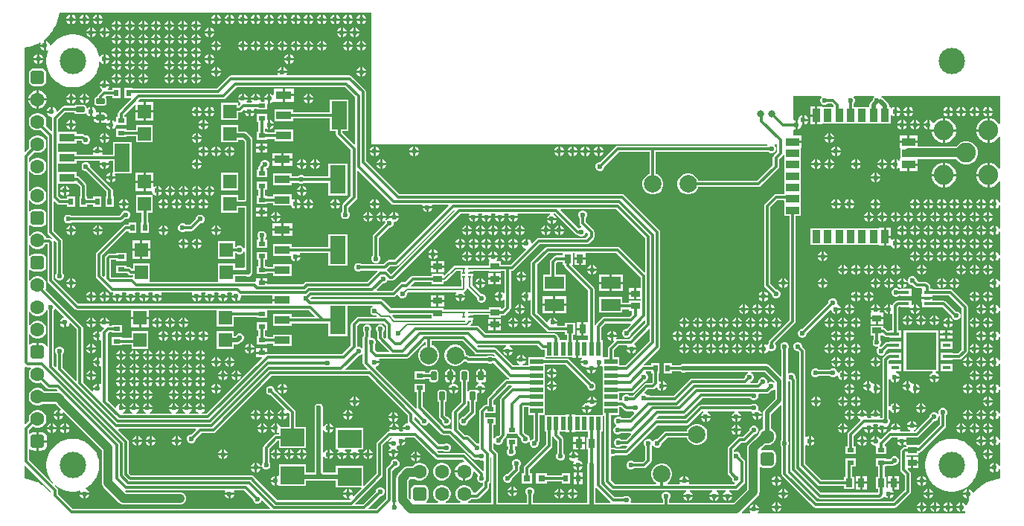
<source format=gbr>
G04*
G04 #@! TF.GenerationSoftware,Altium Limited,Altium Designer,22.8.2 (66)*
G04*
G04 Layer_Physical_Order=2*
G04 Layer_Color=16711680*
%FSLAX44Y44*%
%MOMM*%
G71*
G04*
G04 #@! TF.SameCoordinates,CF27D90D-B1D3-4D20-95BB-87DB92CEE313*
G04*
G04*
G04 #@! TF.FilePolarity,Positive*
G04*
G01*
G75*
%ADD11C,0.2000*%
%ADD44R,1.7500X0.9500*%
%ADD45R,1.7500X3.2000*%
%ADD48R,0.5000X0.8000*%
%ADD51C,2.0000*%
%ADD58R,0.7800X0.9800*%
%ADD60R,0.9800X0.7800*%
%ADD61R,0.8000X0.5000*%
%ADD62R,2.7000X2.0500*%
%ADD65R,0.8000X0.8000*%
%ADD68C,1.0000*%
%ADD69C,0.3000*%
%ADD70C,0.5000*%
%ADD73C,0.8000*%
%ADD74C,1.6000*%
G04:AMPARAMS|DCode=75|XSize=1.6mm|YSize=1.6mm|CornerRadius=0.4mm|HoleSize=0mm|Usage=FLASHONLY|Rotation=180.000|XOffset=0mm|YOffset=0mm|HoleType=Round|Shape=RoundedRectangle|*
%AMROUNDEDRECTD75*
21,1,1.6000,0.8000,0,0,180.0*
21,1,0.8000,1.6000,0,0,180.0*
1,1,0.8000,-0.4000,0.4000*
1,1,0.8000,0.4000,0.4000*
1,1,0.8000,0.4000,-0.4000*
1,1,0.8000,-0.4000,-0.4000*
%
%ADD75ROUNDEDRECTD75*%
%ADD76C,3.0000*%
G04:AMPARAMS|DCode=77|XSize=1.6mm|YSize=1.6mm|CornerRadius=0.4mm|HoleSize=0mm|Usage=FLASHONLY|Rotation=90.000|XOffset=0mm|YOffset=0mm|HoleType=Round|Shape=RoundedRectangle|*
%AMROUNDEDRECTD77*
21,1,1.6000,0.8000,0,0,90.0*
21,1,0.8000,1.6000,0,0,90.0*
1,1,0.8000,0.4000,0.4000*
1,1,0.8000,0.4000,-0.4000*
1,1,0.8000,-0.4000,-0.4000*
1,1,0.8000,-0.4000,0.4000*
%
%ADD77ROUNDEDRECTD77*%
%ADD78C,2.2500*%
%ADD79C,0.6000*%
%ADD80R,2.2000X1.4000*%
%ADD81R,1.5000X1.6000*%
G04:AMPARAMS|DCode=82|XSize=0.6mm|YSize=1mm|CornerRadius=0.075mm|HoleSize=0mm|Usage=FLASHONLY|Rotation=0.000|XOffset=0mm|YOffset=0mm|HoleType=Round|Shape=RoundedRectangle|*
%AMROUNDEDRECTD82*
21,1,0.6000,0.8500,0,0,0.0*
21,1,0.4500,1.0000,0,0,0.0*
1,1,0.1500,0.2250,-0.4250*
1,1,0.1500,-0.2250,-0.4250*
1,1,0.1500,-0.2250,0.4250*
1,1,0.1500,0.2250,0.4250*
%
%ADD82ROUNDEDRECTD82*%
%ADD83R,1.5000X0.9000*%
%ADD84R,0.9000X1.5000*%
%ADD85R,0.3500X0.2200*%
%ADD86R,0.4000X0.2200*%
%ADD87R,0.9500X0.4500*%
%ADD88R,3.5000X4.3000*%
%ADD89R,1.5000X0.6000*%
%ADD90R,0.6000X1.5000*%
%ADD91R,0.8000X0.4000*%
G04:AMPARAMS|DCode=92|XSize=0.6mm|YSize=1mm|CornerRadius=0.075mm|HoleSize=0mm|Usage=FLASHONLY|Rotation=270.000|XOffset=0mm|YOffset=0mm|HoleType=Round|Shape=RoundedRectangle|*
%AMROUNDEDRECTD92*
21,1,0.6000,0.8500,0,0,270.0*
21,1,0.4500,1.0000,0,0,270.0*
1,1,0.1500,-0.4250,-0.2250*
1,1,0.1500,-0.4250,0.2250*
1,1,0.1500,0.4250,0.2250*
1,1,0.1500,0.4250,-0.2250*
%
%ADD92ROUNDEDRECTD92*%
G36*
X400000Y425000D02*
X849780D01*
X850459Y423730D01*
X850351Y423569D01*
X680000D01*
X678634Y423297D01*
X677477Y422523D01*
X659953Y405000D01*
X659005D01*
X657168Y404239D01*
X655761Y402832D01*
X655000Y400994D01*
Y399005D01*
X655761Y397168D01*
X657168Y395761D01*
X659005Y395000D01*
X660995D01*
X662832Y395761D01*
X664239Y397168D01*
X665000Y399005D01*
Y399953D01*
X681478Y416431D01*
X716431D01*
Y391467D01*
X715368Y391182D01*
X712632Y389602D01*
X710398Y387368D01*
X708818Y384632D01*
X708000Y381580D01*
Y378420D01*
X708818Y375368D01*
X710398Y372632D01*
X712632Y370398D01*
X715368Y368818D01*
X718420Y368000D01*
X721580D01*
X724632Y368818D01*
X727368Y370398D01*
X729602Y372632D01*
X731182Y375368D01*
X732000Y378420D01*
Y381580D01*
X731182Y384632D01*
X729602Y387368D01*
X727368Y389602D01*
X724632Y391182D01*
X723569Y391467D01*
Y416431D01*
X851497D01*
X852168Y415761D01*
X854005Y415000D01*
X855995D01*
X857832Y415761D01*
X859239Y417168D01*
X860000Y419005D01*
Y420995D01*
X859239Y422832D01*
X858341Y423730D01*
X858867Y425000D01*
X861431D01*
Y416478D01*
X857477Y412523D01*
X856703Y411366D01*
X856431Y410000D01*
Y401478D01*
X838522Y383569D01*
X771467D01*
X771182Y384632D01*
X769602Y387368D01*
X767368Y389602D01*
X764632Y391182D01*
X761580Y392000D01*
X758420D01*
X755368Y391182D01*
X752632Y389602D01*
X750398Y387368D01*
X748818Y384632D01*
X748000Y381580D01*
Y378420D01*
X748818Y375368D01*
X750398Y372632D01*
X752632Y370398D01*
X755368Y368818D01*
X758420Y368000D01*
X761580D01*
X764632Y368818D01*
X767368Y370398D01*
X769602Y372632D01*
X771182Y375368D01*
X771467Y376431D01*
X840000D01*
X841366Y376703D01*
X842523Y377477D01*
X862523Y397477D01*
X863297Y398634D01*
X863569Y400000D01*
Y408522D01*
X867523Y412477D01*
X867572Y412550D01*
X869297Y412885D01*
X869500Y412748D01*
X869500Y408500D01*
X869500Y407230D01*
Y396770D01*
X869500Y395500D01*
X869500Y394230D01*
Y383770D01*
X869500Y382500D01*
X869500Y381230D01*
Y370770D01*
X869500Y369500D01*
X868683Y368569D01*
X860000D01*
X858634Y368297D01*
X857477Y367523D01*
X847477Y357523D01*
X846703Y356366D01*
X846431Y355000D01*
Y265000D01*
X846703Y263634D01*
X847477Y262477D01*
X855000Y254953D01*
Y254005D01*
X855761Y252168D01*
X857168Y250761D01*
X859005Y250000D01*
X860995D01*
X862832Y250761D01*
X864239Y252168D01*
X865000Y254005D01*
Y255995D01*
X864239Y257832D01*
X862832Y259239D01*
X860995Y260000D01*
X860047D01*
X853569Y266478D01*
Y353522D01*
X861478Y361431D01*
X868602D01*
X869500Y360533D01*
X869500Y356500D01*
X869500Y355230D01*
Y343500D01*
X875431D01*
Y246000D01*
X875431Y246000D01*
X875431Y246000D01*
Y225478D01*
X852477Y202523D01*
X851703Y201366D01*
X851431Y200000D01*
Y198503D01*
X850761Y197832D01*
X850462Y197110D01*
X849376Y196894D01*
X849052Y197024D01*
X847189Y197795D01*
Y192325D01*
Y186854D01*
X849058Y187628D01*
X850616Y189187D01*
X851006Y190127D01*
X852168Y190761D01*
X854005Y190000D01*
X855995D01*
X857832Y190761D01*
X859239Y192168D01*
X860000Y194005D01*
Y195995D01*
X859239Y197832D01*
X858569Y198503D01*
Y198522D01*
X881523Y221477D01*
X882297Y222634D01*
X882569Y224000D01*
Y246000D01*
Y343500D01*
X888500D01*
Y355230D01*
X888500Y356500D01*
X888500Y357770D01*
Y368230D01*
X888500Y369500D01*
X888500Y370770D01*
Y381230D01*
X888500Y382500D01*
X888500Y383770D01*
Y394230D01*
X888500Y395500D01*
X888500Y396770D01*
Y407230D01*
X888500Y408500D01*
X888500Y409770D01*
Y420960D01*
X889040D01*
Y426730D01*
X879000D01*
Y429270D01*
X889040D01*
Y435040D01*
X880000D01*
Y441370D01*
X881270Y442219D01*
X882150Y441854D01*
Y447325D01*
Y452795D01*
X881270Y452431D01*
X880000Y453279D01*
Y480000D01*
X911133D01*
X911659Y478730D01*
X910761Y477832D01*
X910000Y475995D01*
Y474005D01*
X910761Y472168D01*
X912168Y470761D01*
X914005Y470000D01*
X915995D01*
X917832Y470761D01*
X918503Y471431D01*
X923522D01*
X925857Y469096D01*
X925719Y467692D01*
X925500Y467500D01*
X924230Y467500D01*
X913040D01*
Y468040D01*
X907270D01*
Y458000D01*
Y447960D01*
X913040D01*
Y448500D01*
X924230D01*
X925500Y448500D01*
X926770Y448500D01*
X937230D01*
X938500Y448500D01*
X939770Y448500D01*
X950230D01*
X951500Y448500D01*
X952770Y448500D01*
X963230D01*
X964500Y448500D01*
X965770Y448500D01*
X976230D01*
X977500Y448500D01*
Y448500D01*
X977500D01*
Y448500D01*
X990500D01*
Y458113D01*
X991770Y458639D01*
X992781Y457628D01*
X994650Y456854D01*
Y462325D01*
Y467795D01*
X992781Y467021D01*
X991770Y466010D01*
X990500Y466536D01*
Y467500D01*
X988588D01*
Y469000D01*
X988239Y470756D01*
X987244Y472244D01*
X981818Y477670D01*
X980330Y478665D01*
X980002Y478730D01*
X980127Y480000D01*
X1115000D01*
Y448403D01*
X1113730Y448063D01*
X1113035Y449267D01*
X1110467Y451835D01*
X1107323Y453650D01*
X1103816Y454590D01*
X1103270D01*
Y440800D01*
Y427010D01*
X1103816D01*
X1107323Y427950D01*
X1110467Y429765D01*
X1113035Y432333D01*
X1113730Y433537D01*
X1115000Y433197D01*
Y397603D01*
X1113730Y397263D01*
X1113035Y398467D01*
X1110467Y401035D01*
X1107323Y402850D01*
X1103816Y403790D01*
X1103270D01*
Y390000D01*
Y376210D01*
X1103816D01*
X1107323Y377150D01*
X1110467Y378965D01*
X1113035Y381533D01*
X1113730Y382737D01*
X1115000Y382397D01*
Y359233D01*
X1113730Y358981D01*
X1113116Y360463D01*
X1111558Y362021D01*
X1109689Y362795D01*
Y357325D01*
Y351854D01*
X1111558Y352628D01*
X1113116Y354187D01*
X1113730Y355669D01*
X1115000Y355416D01*
Y329233D01*
X1113730Y328981D01*
X1113116Y330463D01*
X1111558Y332021D01*
X1109689Y332795D01*
Y327325D01*
Y321854D01*
X1111558Y322628D01*
X1113116Y324187D01*
X1113730Y325669D01*
X1115000Y325416D01*
Y299233D01*
X1113730Y298981D01*
X1113116Y300463D01*
X1111558Y302021D01*
X1109689Y302795D01*
Y297325D01*
Y291854D01*
X1111558Y292628D01*
X1113116Y294187D01*
X1113730Y295669D01*
X1115000Y295416D01*
Y269233D01*
X1113730Y268981D01*
X1113116Y270463D01*
X1111558Y272021D01*
X1109689Y272795D01*
Y267325D01*
Y261854D01*
X1111558Y262628D01*
X1113116Y264187D01*
X1113730Y265669D01*
X1115000Y265416D01*
Y239233D01*
X1113730Y238981D01*
X1113116Y240463D01*
X1111558Y242021D01*
X1109689Y242795D01*
Y237325D01*
Y231854D01*
X1111558Y232628D01*
X1113116Y234187D01*
X1113730Y235669D01*
X1115000Y235416D01*
Y209233D01*
X1113730Y208981D01*
X1113116Y210463D01*
X1111558Y212021D01*
X1109689Y212795D01*
Y207325D01*
Y201854D01*
X1111558Y202628D01*
X1113116Y204187D01*
X1113730Y205669D01*
X1115000Y205416D01*
Y179233D01*
X1113730Y178981D01*
X1113116Y180463D01*
X1111558Y182021D01*
X1109689Y182795D01*
Y177325D01*
Y171854D01*
X1111558Y172628D01*
X1113116Y174187D01*
X1113730Y175669D01*
X1115000Y175416D01*
Y149233D01*
X1113730Y148981D01*
X1113116Y150463D01*
X1111558Y152021D01*
X1109689Y152795D01*
Y147325D01*
Y141854D01*
X1111558Y142628D01*
X1113116Y144187D01*
X1113730Y145669D01*
X1115000Y145416D01*
Y119233D01*
X1113730Y118981D01*
X1113116Y120463D01*
X1111558Y122021D01*
X1109689Y122795D01*
Y117325D01*
Y111854D01*
X1111558Y112628D01*
X1113116Y114187D01*
X1113730Y115669D01*
X1115000Y115416D01*
Y89233D01*
X1113730Y88981D01*
X1113116Y90463D01*
X1111558Y92021D01*
X1109689Y92795D01*
Y87325D01*
Y81854D01*
X1111558Y82628D01*
X1113116Y84187D01*
X1113730Y85669D01*
X1115000Y85416D01*
Y59233D01*
X1113730Y58981D01*
X1113116Y60463D01*
X1111558Y62021D01*
X1109689Y62795D01*
Y57325D01*
Y51855D01*
X1111558Y52628D01*
X1113116Y54187D01*
X1113730Y55669D01*
X1115000Y55416D01*
Y44742D01*
X1111531Y44286D01*
X1111212Y44177D01*
X1110877Y44156D01*
X1105823Y42801D01*
X1105521Y42653D01*
X1105192Y42587D01*
X1100358Y40585D01*
X1100078Y40398D01*
X1099760Y40290D01*
X1095228Y37674D01*
X1094975Y37452D01*
X1094674Y37303D01*
X1090523Y34118D01*
X1090301Y33865D01*
X1090021Y33678D01*
X1086322Y29978D01*
X1086135Y29699D01*
X1085882Y29477D01*
X1085133Y28501D01*
X1083790Y28837D01*
X1083116Y30463D01*
X1081558Y32021D01*
X1079689Y32795D01*
Y27325D01*
Y21074D01*
X1079978Y20704D01*
X1079710Y20240D01*
X1079602Y19922D01*
X1079415Y19642D01*
X1077413Y14808D01*
X1076183Y14484D01*
X1075998Y14540D01*
X1075616Y15463D01*
X1074058Y17021D01*
X1072189Y17795D01*
Y12325D01*
Y6855D01*
X1074058Y7628D01*
X1074363Y7934D01*
X1075566Y7340D01*
X1075270Y5098D01*
X839729D01*
X839203Y6368D01*
X839697Y6862D01*
X840470Y8730D01*
X829530D01*
X830303Y6862D01*
X830797Y6368D01*
X830271Y5098D01*
X821742D01*
X821256Y6271D01*
X839400Y24415D01*
X840522Y25877D01*
X841227Y27580D01*
X841468Y29408D01*
Y57585D01*
X842738Y58264D01*
X843659Y57648D01*
X846000Y57182D01*
X854000D01*
X856341Y57648D01*
X858326Y58974D01*
X859652Y60959D01*
X860117Y63300D01*
Y71300D01*
X859652Y73641D01*
X858326Y75626D01*
X856341Y76952D01*
X854000Y77417D01*
X846000D01*
X843751Y76970D01*
X843676Y77026D01*
X843322Y78337D01*
X847896Y82911D01*
X848683Y82700D01*
X851317D01*
X853860Y83382D01*
X856140Y84698D01*
X858002Y86560D01*
X859318Y88840D01*
X860000Y91383D01*
Y94017D01*
X859318Y96560D01*
X858002Y98840D01*
X856140Y100702D01*
X854588Y101598D01*
Y118099D01*
X865258Y128770D01*
X866431Y128284D01*
Y88503D01*
X865761Y87832D01*
X865000Y85995D01*
Y84005D01*
X865761Y82168D01*
X866431Y81497D01*
Y50000D01*
X866703Y48634D01*
X867477Y47477D01*
X902477Y12477D01*
X903634Y11703D01*
X905000Y11431D01*
X995000D01*
X996366Y11703D01*
X997523Y12477D01*
X1012523Y27477D01*
X1013297Y28634D01*
X1013569Y30000D01*
Y50000D01*
X1013297Y51366D01*
X1012523Y52523D01*
X1009757Y55290D01*
X1010283Y56560D01*
X1013730D01*
Y63000D01*
Y69440D01*
X1008569D01*
Y71100D01*
X1021900D01*
Y74074D01*
X1022643D01*
X1024008Y74346D01*
X1025166Y75119D01*
X1052523Y102477D01*
X1053297Y103634D01*
X1053569Y105000D01*
Y116497D01*
X1054239Y117168D01*
X1055000Y119005D01*
Y120995D01*
X1054239Y122832D01*
X1052832Y124239D01*
X1050995Y125000D01*
X1049005D01*
X1047168Y124239D01*
X1045761Y122832D01*
X1045000Y120995D01*
Y119005D01*
X1045098Y118769D01*
X1044021Y118050D01*
X1042832Y119239D01*
X1040995Y120000D01*
X1039005D01*
X1037168Y119239D01*
X1035761Y117832D01*
X1035000Y115995D01*
Y115047D01*
X1018522Y98569D01*
X1017269D01*
X1017016Y99839D01*
X1018138Y100303D01*
X1019697Y101862D01*
X1020470Y103730D01*
X1009530D01*
X1010303Y101862D01*
X1011862Y100303D01*
X1012984Y99839D01*
X1012731Y98569D01*
X1001657D01*
X1000886Y99839D01*
X1001390Y101055D01*
X990449D01*
X990953Y99839D01*
X990182Y98569D01*
X990000D01*
X988634Y98297D01*
X987477Y97523D01*
X979598Y89645D01*
X978352Y89893D01*
X978116Y90463D01*
X976558Y92021D01*
X974689Y92795D01*
Y87325D01*
X973419D01*
Y86055D01*
X967949D01*
X968723Y84187D01*
X970281Y82628D01*
X972318Y81785D01*
X972848D01*
X974000Y81500D01*
X974000Y80647D01*
Y72500D01*
X986000D01*
Y81500D01*
X983569D01*
Y83522D01*
X991478Y91431D01*
X998032D01*
X998598Y90161D01*
X997949Y88595D01*
X1008890D01*
X1008241Y90161D01*
X1008807Y91431D01*
X1020000D01*
X1021366Y91703D01*
X1022523Y92477D01*
X1040047Y110000D01*
X1040995D01*
X1042832Y110761D01*
X1044239Y112168D01*
X1045000Y114005D01*
Y115050D01*
X1046270Y115811D01*
X1046431Y115725D01*
Y106478D01*
X1022574Y82621D01*
X1021900Y82900D01*
Y82900D01*
X1008625D01*
X1008099Y84170D01*
X1008116Y84187D01*
X1008890Y86055D01*
X1004689D01*
Y81854D01*
X1006558Y82628D01*
X1006831Y82901D01*
X1008100Y82375D01*
Y80569D01*
X1006757D01*
X1005392Y80297D01*
X1004234Y79523D01*
X1002477Y77766D01*
X1001703Y76608D01*
X1001431Y75243D01*
Y55000D01*
X1001703Y53634D01*
X1002477Y52477D01*
X1006431Y48522D01*
Y31478D01*
X993522Y18569D01*
X906478D01*
X873569Y51478D01*
Y81497D01*
X874239Y82168D01*
X875000Y84005D01*
Y85995D01*
X874239Y87832D01*
X873569Y88503D01*
Y155166D01*
X874839Y155676D01*
X876431Y155016D01*
Y55000D01*
X876703Y53634D01*
X877477Y52477D01*
X907477Y22477D01*
X908634Y21703D01*
X910000Y21431D01*
X978243D01*
X979608Y21703D01*
X980766Y22477D01*
X982386Y24096D01*
X983079Y24143D01*
X983901Y24009D01*
X985281Y22628D01*
X987150Y21855D01*
Y27325D01*
X988419D01*
Y28595D01*
X993890D01*
X993116Y30463D01*
X992289Y31290D01*
X992730Y32354D01*
Y38730D01*
X987560D01*
Y33941D01*
X987170Y33755D01*
X985900Y34557D01*
Y46900D01*
X983569D01*
Y58500D01*
X986000D01*
Y59432D01*
X992188D01*
X993554Y59703D01*
X994001Y60002D01*
X994005Y60000D01*
X995995D01*
X997832Y60761D01*
X999239Y62168D01*
X1000000Y64005D01*
Y65995D01*
X999239Y67832D01*
X997832Y69239D01*
X995995Y70000D01*
X994005D01*
X992168Y69239D01*
X990761Y67832D01*
X990238Y66569D01*
X986000D01*
Y67500D01*
X974000D01*
Y58500D01*
X976431D01*
Y46900D01*
X974100D01*
Y33100D01*
X976431D01*
Y28569D01*
X911478D01*
X883569Y56478D01*
Y156743D01*
X883297Y158108D01*
X882523Y159266D01*
X882465Y159325D01*
Y160995D01*
X881703Y162832D01*
X880297Y164239D01*
X878459Y165000D01*
X876470D01*
X874839Y164324D01*
X873569Y164834D01*
Y191497D01*
X874239Y192168D01*
X875000Y194005D01*
Y195995D01*
X874239Y197832D01*
X872832Y199239D01*
X870995Y200000D01*
X869006D01*
X867168Y199239D01*
X865761Y197832D01*
X865000Y195995D01*
Y194005D01*
X865761Y192168D01*
X866431Y191497D01*
Y161716D01*
X865258Y161231D01*
X852780Y173709D01*
X851291Y174703D01*
X849536Y175053D01*
X756989D01*
X755995Y175464D01*
X754006D01*
X752168Y174703D01*
X751265Y173801D01*
X741500D01*
Y176000D01*
X732500D01*
Y164000D01*
X741500D01*
Y166664D01*
X751730D01*
X752168Y166226D01*
X754006Y165464D01*
X755995D01*
X756989Y165876D01*
X827802D01*
X828055Y164606D01*
X827168Y164239D01*
X825761Y162832D01*
X825000Y160995D01*
Y160047D01*
X823522Y158569D01*
X765000D01*
X763634Y158297D01*
X762477Y157523D01*
X744022Y139069D01*
X717171D01*
X716940Y139223D01*
X715574Y139494D01*
X714077D01*
X712832Y140739D01*
X710995Y141500D01*
X710770D01*
X710284Y142673D01*
X714043Y146431D01*
X720000D01*
X721366Y146703D01*
X722523Y147477D01*
X723337Y148290D01*
X724835Y147992D01*
X725303Y146862D01*
X726862Y145303D01*
X728730Y144530D01*
Y150000D01*
Y155470D01*
X727839Y155101D01*
X726569Y155950D01*
Y164000D01*
X727500D01*
Y176000D01*
X718500D01*
Y173569D01*
X710411D01*
X709862Y174643D01*
X709843Y174796D01*
X727523Y192477D01*
X728297Y193634D01*
X728569Y195000D01*
Y325000D01*
X728297Y326366D01*
X727523Y327523D01*
X687523Y367523D01*
X686366Y368297D01*
X685000Y368569D01*
X431478D01*
X393569Y406478D01*
Y485000D01*
X393297Y486366D01*
X392523Y487523D01*
X377523Y502523D01*
X376366Y503297D01*
X375000Y503569D01*
X304158D01*
X303386Y504839D01*
X303890Y506055D01*
X292949D01*
X293453Y504839D01*
X292682Y503569D01*
X240000D01*
X238634Y503297D01*
X237477Y502523D01*
X223522Y488569D01*
X128022D01*
Y489569D01*
X119022D01*
Y477569D01*
X125863D01*
X126348Y476395D01*
X112477Y462523D01*
X111703Y461366D01*
X111431Y460000D01*
Y456500D01*
X109000D01*
Y451375D01*
X107730Y450849D01*
X106558Y452021D01*
X104690Y452795D01*
Y447325D01*
Y441854D01*
X106558Y442628D01*
X108116Y444187D01*
X108960Y446223D01*
Y446247D01*
X109000Y447500D01*
X110230Y447500D01*
X121000D01*
Y456500D01*
X118569D01*
Y458522D01*
X130287Y470240D01*
X131460Y469754D01*
Y463970D01*
X140230D01*
Y473240D01*
X134946D01*
X134460Y474413D01*
X136478Y476431D01*
X231243D01*
X232608Y476703D01*
X233766Y477477D01*
X246478Y490189D01*
X369765D01*
X381431Y478522D01*
Y425275D01*
X380258Y424789D01*
X366569Y438478D01*
Y440000D01*
X373750D01*
Y476000D01*
X352250D01*
Y461569D01*
X310750D01*
Y464750D01*
X289250D01*
Y451250D01*
X310750D01*
Y454431D01*
X352250D01*
Y440000D01*
X359431D01*
Y437000D01*
X359703Y435634D01*
X360477Y434477D01*
X376431Y418522D01*
Y366478D01*
X367477Y357523D01*
X366703Y356366D01*
X366431Y355000D01*
Y348503D01*
X365761Y347832D01*
X365000Y345995D01*
Y344005D01*
X365761Y342168D01*
X367168Y340761D01*
X369005Y340000D01*
X370995D01*
X372832Y340761D01*
X374239Y342168D01*
X375000Y344005D01*
Y345995D01*
X374239Y347832D01*
X373569Y348503D01*
Y353522D01*
X382523Y362477D01*
X383297Y363634D01*
X383569Y365000D01*
Y394725D01*
X384742Y395211D01*
X422477Y357477D01*
X423634Y356703D01*
X425000Y356431D01*
X457494D01*
X458200Y355375D01*
X457949Y354770D01*
X468890D01*
X468639Y355375D01*
X469345Y356431D01*
X487272D01*
X487758Y355258D01*
X426068Y293569D01*
X420000D01*
X418634Y293297D01*
X417477Y292523D01*
X413522Y288569D01*
X388503D01*
X387832Y289239D01*
X385995Y290000D01*
X384005D01*
X382168Y289239D01*
X380761Y287832D01*
X380000Y285995D01*
Y284005D01*
X380761Y282168D01*
X382168Y280761D01*
X384005Y280000D01*
X385995D01*
X387832Y280761D01*
X388503Y281431D01*
X406204D01*
X406730Y280161D01*
X395137Y268569D01*
X326214D01*
X324849Y268297D01*
X323691Y267523D01*
X321736Y265569D01*
X281540D01*
Y266730D01*
X275000D01*
Y268000D01*
X273730D01*
Y273040D01*
X268460D01*
Y269345D01*
X267190Y268441D01*
X266550Y268569D01*
X245076D01*
X244500Y269600D01*
X244500Y269839D01*
Y275012D01*
X257611D01*
X258605Y274600D01*
X260595D01*
X262432Y275361D01*
X263839Y276768D01*
X264600Y278605D01*
Y280595D01*
X264380Y281127D01*
Y284051D01*
X264588Y285100D01*
Y360000D01*
Y430000D01*
X264239Y431756D01*
X263244Y433244D01*
X258244Y438244D01*
X256756Y439239D01*
X255000Y439588D01*
X248000D01*
Y447300D01*
X229000D01*
Y427300D01*
X248000D01*
Y430412D01*
X253099D01*
X255412Y428100D01*
Y361900D01*
X255399Y361888D01*
X248000D01*
Y367300D01*
X229000D01*
Y347300D01*
X248000D01*
Y352712D01*
X255412D01*
Y307227D01*
X254142Y306974D01*
X253804Y307791D01*
X252397Y309197D01*
X250560Y309958D01*
X248570D01*
X246733Y309197D01*
X246062Y308527D01*
X244500D01*
Y315000D01*
X225500D01*
Y295000D01*
X244500D01*
Y301390D01*
X246062D01*
X246733Y300719D01*
X248570Y299958D01*
X250560D01*
X252397Y300719D01*
X253804Y302126D01*
X254142Y302942D01*
X255412Y302689D01*
Y285940D01*
X255203Y284891D01*
Y284188D01*
X244500D01*
Y289600D01*
X225500D01*
Y269839D01*
X225500Y269600D01*
X224924Y268569D01*
X148076D01*
X147500Y269600D01*
Y289600D01*
X128500D01*
Y283647D01*
X127230Y283367D01*
X126023Y284573D01*
X124866Y285347D01*
X123500Y285619D01*
X121000D01*
Y287500D01*
X109000D01*
Y278500D01*
X115857D01*
X115950Y278481D01*
X122022D01*
X123427Y277077D01*
X124584Y276303D01*
X125950Y276031D01*
X128500D01*
Y274301D01*
X127518Y273495D01*
X127150Y273569D01*
X103963D01*
X103569Y273963D01*
Y293431D01*
X109000D01*
Y292500D01*
X121000D01*
Y301500D01*
X109000D01*
Y300569D01*
X101757D01*
X100392Y300297D01*
X99234Y299523D01*
X97477Y297766D01*
X96703Y296608D01*
X96431Y295243D01*
Y275275D01*
X95258Y274789D01*
X93569Y276478D01*
Y298522D01*
X121478Y326431D01*
X123500D01*
Y324000D01*
X132500D01*
Y336000D01*
X123500D01*
Y333569D01*
X120000D01*
X118634Y333297D01*
X117477Y332523D01*
X87477Y302523D01*
X86703Y301366D01*
X86431Y300000D01*
Y275000D01*
X86703Y273634D01*
X87477Y272477D01*
X102477Y257477D01*
X103634Y256703D01*
X105000Y256431D01*
X105532D01*
X106098Y255161D01*
X105449Y253595D01*
X116390D01*
X115741Y255161D01*
X116307Y256431D01*
X120532D01*
X121098Y255161D01*
X120449Y253595D01*
X131390D01*
X130741Y255161D01*
X131307Y256431D01*
X135532D01*
X136098Y255161D01*
X135449Y253595D01*
X146390D01*
X145741Y255161D01*
X146307Y256431D01*
X150532D01*
X151098Y255161D01*
X150449Y253595D01*
X161390D01*
X160741Y255161D01*
X161307Y256431D01*
X195532D01*
X196098Y255161D01*
X195449Y253595D01*
X206390D01*
X205741Y255161D01*
X206307Y256431D01*
X210532D01*
X211098Y255161D01*
X210449Y253595D01*
X221390D01*
X220741Y255161D01*
X221307Y256431D01*
X225532D01*
X226098Y255161D01*
X225449Y253595D01*
X236390D01*
X235741Y255161D01*
X236307Y256431D01*
X240532D01*
X241098Y255161D01*
X240449Y253595D01*
X245920D01*
Y252325D01*
X247190D01*
Y246854D01*
X249058Y247628D01*
X250616Y249187D01*
X251460Y251223D01*
Y253427D01*
X251463Y253431D01*
X287210D01*
Y249270D01*
X298500D01*
Y246730D01*
X287210D01*
Y243569D01*
X66478D01*
X38569Y271478D01*
Y313243D01*
X38297Y314608D01*
X37789Y315368D01*
X38776Y316177D01*
X41431Y313522D01*
Y278503D01*
X40761Y277832D01*
X40000Y275995D01*
Y274005D01*
X40761Y272168D01*
X42168Y270761D01*
X44005Y270000D01*
X45995D01*
X47832Y270761D01*
X49239Y272168D01*
X50000Y274005D01*
Y275995D01*
X49239Y277832D01*
X48569Y278503D01*
Y315000D01*
X48297Y316366D01*
X47523Y317523D01*
X38569Y326478D01*
Y359725D01*
X39742Y360211D01*
X42477Y357477D01*
X43634Y356703D01*
X45000Y356431D01*
X53500D01*
Y354000D01*
X62500D01*
Y366000D01*
X53500D01*
Y363569D01*
X46478D01*
X43569Y366478D01*
Y380250D01*
X64250D01*
X64250Y380250D01*
Y380250D01*
X65276Y379678D01*
X68431Y376522D01*
Y366000D01*
X67500D01*
Y354000D01*
X76500D01*
Y356431D01*
X83500D01*
Y354000D01*
X92500D01*
Y366000D01*
X83500D01*
Y363569D01*
X76500D01*
Y366000D01*
X75569D01*
Y378000D01*
X75297Y379366D01*
X74523Y380523D01*
X67523Y387523D01*
X66366Y388297D01*
X65000Y388569D01*
X64250D01*
Y393750D01*
X43569D01*
Y403250D01*
X64250D01*
Y406431D01*
X90532D01*
X91098Y405161D01*
X90449Y403595D01*
X101390D01*
X100741Y405161D01*
X101307Y406431D01*
X105750D01*
Y393499D01*
X104694Y392793D01*
X104690Y392795D01*
Y388595D01*
X108890D01*
X108116Y390463D01*
X107753Y390827D01*
X108239Y392000D01*
X127250D01*
Y428000D01*
X105750D01*
Y413569D01*
X94158D01*
X93386Y414839D01*
X93890Y416055D01*
X82949D01*
X83453Y414839D01*
X82682Y413569D01*
X64250D01*
Y416750D01*
X43569D01*
Y426250D01*
X64250D01*
Y429431D01*
X69710D01*
X70000Y429142D01*
Y429005D01*
X70761Y427168D01*
X72168Y425761D01*
X74005Y425000D01*
X75995D01*
X77832Y425761D01*
X79239Y427168D01*
X80000Y429005D01*
Y430995D01*
X79239Y432832D01*
X77832Y434239D01*
X75995Y435000D01*
X74235D01*
X73712Y435523D01*
X72554Y436297D01*
X71188Y436569D01*
X64250D01*
Y439750D01*
X43569D01*
Y453522D01*
X51728Y461681D01*
X61659D01*
X61660Y461677D01*
X62267Y460767D01*
X63177Y460160D01*
X64250Y459946D01*
X72750D01*
X73823Y460160D01*
X74310Y460485D01*
X75591Y460269D01*
X75833Y460128D01*
X76223Y459187D01*
X77782Y457628D01*
X79650Y456854D01*
Y462325D01*
Y467795D01*
X77782Y467021D01*
X76824Y466064D01*
X75554Y466590D01*
Y467250D01*
X75340Y468323D01*
X74733Y469233D01*
X73823Y469840D01*
X72750Y470054D01*
X64250D01*
X63177Y469840D01*
X62267Y469233D01*
X61991Y468819D01*
X50250D01*
X48884Y468547D01*
X47727Y467773D01*
X42633Y462680D01*
X41460Y463166D01*
Y463427D01*
X40616Y465463D01*
X39058Y467021D01*
X37190Y467795D01*
Y462325D01*
X35920D01*
Y461055D01*
X30449D01*
X31223Y459187D01*
X32782Y457628D01*
X34818Y456785D01*
X35572D01*
X36534Y455515D01*
X36431Y455000D01*
Y440675D01*
X35258Y440189D01*
X29021Y446425D01*
X29318Y446940D01*
X30000Y449483D01*
Y452117D01*
X29318Y454660D01*
X28002Y456940D01*
X26140Y458802D01*
X23860Y460118D01*
X21316Y460800D01*
X18684D01*
X16140Y460118D01*
X13860Y458802D01*
X11998Y456940D01*
X10682Y454660D01*
X10000Y452117D01*
Y449483D01*
X10682Y446940D01*
X11998Y444660D01*
X13860Y442798D01*
X16140Y441482D01*
X18684Y440800D01*
X21316D01*
X23860Y441482D01*
X23867Y441486D01*
X31431Y433922D01*
Y325000D01*
X31703Y323634D01*
X32477Y322477D01*
X36177Y318776D01*
X35368Y317789D01*
X34608Y318297D01*
X33243Y318569D01*
X29611D01*
X29318Y319660D01*
X28002Y321940D01*
X26140Y323802D01*
X23860Y325118D01*
X21316Y325800D01*
X18684D01*
X16140Y325118D01*
X13860Y323802D01*
X11998Y321940D01*
X11338Y320798D01*
X10068Y321138D01*
Y332992D01*
X11338Y333377D01*
X11674Y332874D01*
X13659Y331548D01*
X16000Y331082D01*
X24000D01*
X26341Y331548D01*
X28326Y332874D01*
X29652Y334859D01*
X30117Y337200D01*
Y345200D01*
X29652Y347541D01*
X28326Y349526D01*
X26341Y350852D01*
X24000Y351317D01*
X16000D01*
X13659Y350852D01*
X11674Y349526D01*
X11338Y349023D01*
X10068Y349408D01*
Y361262D01*
X11338Y361602D01*
X11998Y360460D01*
X13860Y358598D01*
X16140Y357281D01*
X18684Y356600D01*
X21316D01*
X23860Y357281D01*
X26140Y358598D01*
X28002Y360460D01*
X29318Y362740D01*
X30000Y365284D01*
Y367916D01*
X29318Y370460D01*
X28002Y372740D01*
X26140Y374602D01*
X23860Y375919D01*
X21316Y376600D01*
X18684D01*
X16140Y375919D01*
X13860Y374602D01*
X11998Y372740D01*
X11338Y371598D01*
X10068Y371938D01*
Y394662D01*
X11338Y395002D01*
X11998Y393860D01*
X13860Y391998D01*
X16140Y390681D01*
X18684Y390000D01*
X21316D01*
X23860Y390681D01*
X26140Y391998D01*
X28002Y393860D01*
X29318Y396140D01*
X30000Y398684D01*
Y401316D01*
X29318Y403860D01*
X28002Y406140D01*
X26140Y408002D01*
X23860Y409319D01*
X21316Y410000D01*
X18684D01*
X16140Y409319D01*
X13860Y408002D01*
X11998Y406140D01*
X11338Y404998D01*
X10068Y405338D01*
Y410022D01*
X16133Y416086D01*
X16140Y416082D01*
X18684Y415400D01*
X21316D01*
X23860Y416082D01*
X26140Y417398D01*
X28002Y419260D01*
X29318Y421540D01*
X30000Y424084D01*
Y426716D01*
X29318Y429260D01*
X28002Y431540D01*
X26140Y433402D01*
X23860Y434719D01*
X21316Y435400D01*
X18684D01*
X16140Y434719D01*
X13860Y433402D01*
X11998Y431540D01*
X10682Y429260D01*
X10000Y426716D01*
Y424084D01*
X10682Y421540D01*
X10979Y421025D01*
X6271Y416318D01*
X5098Y416804D01*
Y535271D01*
X8469Y535714D01*
X8788Y535822D01*
X9123Y535844D01*
X14177Y537199D01*
X14479Y537347D01*
X14808Y537413D01*
X19642Y539415D01*
X19922Y539602D01*
X20240Y539710D01*
X22739Y541153D01*
X22868Y541062D01*
X23610Y540189D01*
X22949Y538595D01*
X27150D01*
Y543849D01*
X27086Y543979D01*
X27074Y544038D01*
X29477Y545882D01*
X29699Y546135D01*
X29978Y546322D01*
X33678Y550022D01*
X33865Y550301D01*
X34118Y550523D01*
X37303Y554674D01*
X37452Y554976D01*
X37674Y555228D01*
X40290Y559759D01*
X40398Y560078D01*
X40585Y560358D01*
X42587Y565192D01*
X42653Y565521D01*
X42801Y565823D01*
X44156Y570877D01*
X44177Y571213D01*
X44286Y571531D01*
X44729Y574902D01*
X400000D01*
Y425000D01*
D02*
G37*
G36*
X971659Y478730D02*
X970761Y477832D01*
X970000Y475995D01*
Y475677D01*
X967756Y473433D01*
X966761Y471944D01*
X966412Y470188D01*
Y468398D01*
X965514Y467500D01*
X964500Y467500D01*
X963230Y467500D01*
X952770D01*
X951500Y467500D01*
X950230Y467500D01*
X948569D01*
Y471497D01*
X949239Y472168D01*
X950000Y474005D01*
Y475995D01*
X949239Y477832D01*
X948341Y478730D01*
X948867Y480000D01*
X971133D01*
X971659Y478730D01*
D02*
G37*
G36*
X631923Y323030D02*
X633081Y322256D01*
X634444Y321985D01*
X635668Y320761D01*
X637505Y320000D01*
X639495D01*
X641332Y320761D01*
X642739Y322168D01*
X643500Y324005D01*
Y324657D01*
X644770Y325183D01*
X646431Y323522D01*
Y321478D01*
X643522Y318569D01*
X590000D01*
X588634Y318297D01*
X587477Y317523D01*
X582633Y312680D01*
X581460Y313166D01*
Y313427D01*
X580616Y315463D01*
X579058Y317021D01*
X577190Y317795D01*
Y312325D01*
X575920D01*
Y311055D01*
X570449D01*
X571223Y309187D01*
X572781Y307628D01*
X574818Y306785D01*
X575079D01*
X575565Y305611D01*
X558096Y288143D01*
X546900D01*
Y291900D01*
X542626D01*
X542100Y293170D01*
X543116Y294187D01*
X543890Y296055D01*
X532949D01*
X533723Y294187D01*
X534740Y293170D01*
X534214Y291900D01*
X533100D01*
Y287059D01*
X515250D01*
Y287100D01*
X501250D01*
Y287059D01*
X495000D01*
X493829Y286826D01*
X492837Y286163D01*
X492837Y286163D01*
X483073Y276399D01*
X481900Y276885D01*
Y277900D01*
X468100D01*
Y275569D01*
X447000D01*
X445634Y275297D01*
X444477Y274523D01*
X438022Y268069D01*
X434500D01*
X433134Y267797D01*
X431977Y267023D01*
X423522Y258569D01*
X406082D01*
X405596Y259742D01*
X412951Y267096D01*
X413898D01*
X415736Y267857D01*
X417143Y269264D01*
X417419Y269931D01*
X417523Y270032D01*
X418980Y270381D01*
X419488Y270042D01*
X420854Y269770D01*
X423339D01*
X424704Y270042D01*
X425862Y270815D01*
X501478Y346431D01*
X510532D01*
X511098Y345161D01*
X510449Y343595D01*
X521390D01*
X520741Y345161D01*
X521307Y346431D01*
X525532D01*
X526098Y345161D01*
X525449Y343595D01*
X536390D01*
X535741Y345161D01*
X536307Y346431D01*
X540532D01*
X541098Y345161D01*
X540449Y343595D01*
X551390D01*
X550741Y345161D01*
X551307Y346431D01*
X555532D01*
X556098Y345161D01*
X555449Y343595D01*
X566390D01*
X565741Y345161D01*
X566307Y346431D01*
X602732D01*
X602984Y345161D01*
X601862Y344697D01*
X600303Y343138D01*
X599530Y341270D01*
X610470D01*
X609697Y343138D01*
X608138Y344697D01*
X607016Y345161D01*
X607269Y346431D01*
X608522D01*
X631923Y323030D01*
D02*
G37*
G36*
X31431Y270000D02*
X31703Y268634D01*
X32477Y267477D01*
X62477Y237477D01*
X63634Y236703D01*
X65000Y236431D01*
X126460D01*
Y228970D01*
X136500D01*
X146540D01*
Y236431D01*
X224000D01*
Y217700D01*
X243000D01*
Y228431D01*
X269000D01*
Y227500D01*
X281000D01*
Y236431D01*
X287044D01*
X288300Y236181D01*
X308700D01*
X309956Y236431D01*
X328522D01*
X335211Y229742D01*
X334725Y228569D01*
X309250D01*
Y231750D01*
X287750D01*
Y218250D01*
X309250D01*
Y221431D01*
X350750D01*
Y207000D01*
X372250D01*
Y241431D01*
X400794D01*
X401047Y240161D01*
X400668Y240004D01*
X399261Y238598D01*
X398500Y236760D01*
Y234771D01*
X399261Y232933D01*
X400668Y231527D01*
X402505Y230765D01*
X404495D01*
X404787Y230887D01*
X405932Y229742D01*
X405446Y228569D01*
X385000D01*
X383634Y228297D01*
X382477Y227523D01*
X377477Y222523D01*
X376703Y221366D01*
X376431Y220000D01*
Y196478D01*
X366522Y186569D01*
X281787D01*
X281590Y186730D01*
X275000D01*
Y188000D01*
D01*
Y186730D01*
X268460D01*
Y182960D01*
X275041D01*
X275527Y181787D01*
X212309Y118569D01*
X207269D01*
X207016Y119839D01*
X208138Y120303D01*
X209697Y121862D01*
X210470Y123730D01*
X199530D01*
X200303Y121862D01*
X201862Y120303D01*
X202984Y119839D01*
X202731Y118569D01*
X192269D01*
X192016Y119839D01*
X193138Y120303D01*
X194697Y121862D01*
X195470Y123730D01*
X184530D01*
X185303Y121862D01*
X186862Y120303D01*
X187984Y119839D01*
X187731Y118569D01*
X177269D01*
X177016Y119839D01*
X178138Y120303D01*
X179697Y121862D01*
X180470Y123730D01*
X169530D01*
X170303Y121862D01*
X171862Y120303D01*
X172984Y119839D01*
X172731Y118569D01*
X147268D01*
X147016Y119839D01*
X148138Y120303D01*
X149697Y121862D01*
X150470Y123730D01*
X139530D01*
X140303Y121862D01*
X141862Y120303D01*
X142984Y119839D01*
X142731Y118569D01*
X132268D01*
X132016Y119839D01*
X133138Y120303D01*
X134697Y121862D01*
X135470Y123730D01*
X124530D01*
X125303Y121862D01*
X126862Y120303D01*
X127984Y119839D01*
X127731Y118569D01*
X117268D01*
X117016Y119839D01*
X118138Y120303D01*
X119697Y121862D01*
X120470Y123730D01*
X115000D01*
Y125000D01*
X113730D01*
Y130470D01*
X111862Y129697D01*
X110303Y128138D01*
X109460Y126102D01*
Y125667D01*
X108190Y125141D01*
X99604Y133727D01*
Y209557D01*
X101478Y211431D01*
X104000D01*
Y210500D01*
X116000D01*
Y219500D01*
X104000D01*
Y218569D01*
X101658D01*
X100886Y219839D01*
X101390Y221055D01*
X90449D01*
X91223Y219187D01*
X92782Y217628D01*
X94818Y216785D01*
X95079D01*
X95565Y215611D01*
X93512Y213559D01*
X92833Y212542D01*
X92289Y212276D01*
X91383Y212094D01*
X89690Y212795D01*
Y207325D01*
Y201854D01*
X91197Y202479D01*
X92467Y201878D01*
Y182772D01*
X91197Y182171D01*
X89690Y182795D01*
Y177325D01*
Y171854D01*
X91197Y172479D01*
X92467Y171878D01*
Y152772D01*
X91197Y152171D01*
X89690Y152795D01*
Y147325D01*
X88420D01*
Y146055D01*
X82949D01*
X83620Y144436D01*
X82543Y143717D01*
X71821Y154438D01*
Y215940D01*
X71550Y217305D01*
X70776Y218463D01*
X28872Y260367D01*
X29318Y261140D01*
X30000Y263683D01*
Y266317D01*
X29318Y268860D01*
X28002Y271140D01*
X26140Y273002D01*
X23860Y274319D01*
X21316Y275000D01*
X18684D01*
X16140Y274319D01*
X13860Y273002D01*
X11998Y271140D01*
X11338Y269998D01*
X10068Y270338D01*
Y282192D01*
X11338Y282577D01*
X11674Y282074D01*
X13659Y280748D01*
X16000Y280282D01*
X24000D01*
X26341Y280748D01*
X28326Y282074D01*
X29652Y284059D01*
X30117Y286400D01*
Y294400D01*
X29652Y296741D01*
X28326Y298726D01*
X26341Y300052D01*
X24000Y300518D01*
X16000D01*
X13659Y300052D01*
X11674Y298726D01*
X11338Y298223D01*
X10068Y298608D01*
Y310462D01*
X11338Y310802D01*
X11998Y309660D01*
X13860Y307798D01*
X16140Y306481D01*
X18684Y305800D01*
X21316D01*
X23860Y306481D01*
X26140Y307798D01*
X28002Y309660D01*
X29025Y311431D01*
X31431D01*
Y270000D01*
D02*
G37*
G36*
X706431Y273522D02*
Y261440D01*
X701270D01*
Y255000D01*
Y248560D01*
X706431D01*
Y246900D01*
X693100D01*
Y244569D01*
X685000D01*
Y251500D01*
X659000D01*
Y233500D01*
X685000D01*
Y237431D01*
X693100D01*
Y235100D01*
X696431D01*
Y231478D01*
X693522Y228569D01*
X665000D01*
X663634Y228297D01*
X662477Y227523D01*
X655477Y220523D01*
X654839Y219568D01*
X653937Y219645D01*
X653569Y219780D01*
Y260000D01*
X653297Y261366D01*
X652523Y262523D01*
X628120Y286927D01*
X628606Y288100D01*
X628900D01*
Y301431D01*
X630560D01*
Y296270D01*
X637000D01*
X643440D01*
Y301431D01*
X678522D01*
X706431Y273522D01*
D02*
G37*
G36*
X551431Y256444D02*
X550161Y255918D01*
X549058Y257021D01*
X547190Y257795D01*
Y252325D01*
Y246854D01*
X549058Y247628D01*
X550161Y248732D01*
X551431Y248206D01*
Y240478D01*
X548522Y237569D01*
X546900D01*
Y239900D01*
X533100D01*
Y237059D01*
X515250D01*
Y237100D01*
X501250D01*
Y237059D01*
X481900D01*
Y238900D01*
X468100D01*
Y238569D01*
X422286D01*
X413331Y247523D01*
X412173Y248297D01*
X410808Y248569D01*
X331228D01*
X330100Y249697D01*
X331835Y251431D01*
X425000D01*
X426366Y251703D01*
X427523Y252477D01*
X428827Y253780D01*
X430248Y253406D01*
X430761Y252168D01*
X432168Y250761D01*
X434005Y250000D01*
X435995D01*
X437832Y250761D01*
X439239Y252168D01*
X440000Y254005D01*
Y255674D01*
X441267Y256941D01*
X496042D01*
X496528Y255768D01*
X496223Y255463D01*
X495449Y253595D01*
X506390D01*
X505616Y255463D01*
X505084Y255995D01*
X505420Y257455D01*
X505991Y257837D01*
X507163Y259009D01*
X507163Y259009D01*
X507826Y260001D01*
X508027Y261012D01*
X508462Y261228D01*
X509329Y261350D01*
X509337Y261337D01*
X520000Y250674D01*
Y249005D01*
X520761Y247168D01*
X522168Y245761D01*
X524005Y245000D01*
X525995D01*
X527832Y245761D01*
X529239Y247168D01*
X530000Y249005D01*
Y250995D01*
X529239Y252832D01*
X527832Y254239D01*
X525995Y255000D01*
X524326D01*
X514559Y264767D01*
Y270900D01*
X515250D01*
Y275360D01*
X515790D01*
Y277730D01*
X511500D01*
Y280270D01*
X515790D01*
Y280941D01*
X533100D01*
Y280100D01*
X546900D01*
Y281005D01*
X551431D01*
Y256444D01*
D02*
G37*
G36*
X711431Y318522D02*
Y280275D01*
X710258Y279789D01*
X682523Y307523D01*
X681366Y308297D01*
X680000Y308569D01*
X600000D01*
X598634Y308297D01*
X597477Y307523D01*
X582063Y292110D01*
X581290Y290952D01*
X581018Y289587D01*
Y256857D01*
X579748Y256331D01*
X579058Y257021D01*
X577190Y257795D01*
Y252325D01*
Y246854D01*
X579058Y247628D01*
X579748Y248319D01*
X581018Y247793D01*
Y232413D01*
X581290Y231047D01*
X582063Y229890D01*
X599477Y212477D01*
X600634Y211703D01*
X602000Y211431D01*
X620100D01*
Y208100D01*
X622431D01*
Y202000D01*
X613568D01*
Y204500D01*
X613297Y205866D01*
X612523Y207023D01*
X610766Y208781D01*
X609608Y209554D01*
X608243Y209826D01*
X530221D01*
X522523Y217523D01*
X521366Y218297D01*
X520000Y218569D01*
X512928D01*
X512442Y219742D01*
X512913Y220212D01*
X512913Y220212D01*
X513372Y220900D01*
X515250D01*
Y225360D01*
X515790D01*
Y227730D01*
X511500D01*
Y230270D01*
X515790D01*
Y230941D01*
X533100D01*
Y228100D01*
X546900D01*
Y230431D01*
X550000D01*
X551366Y230703D01*
X552523Y231477D01*
X557523Y236477D01*
X558297Y237634D01*
X558569Y239000D01*
Y281005D01*
X559574D01*
X560940Y281277D01*
X562097Y282051D01*
X591478Y311431D01*
X645000D01*
X646366Y311703D01*
X647523Y312477D01*
X652523Y317477D01*
X653297Y318634D01*
X653569Y320000D01*
Y325000D01*
X653297Y326366D01*
X652523Y327523D01*
X643569Y336478D01*
Y341497D01*
X644239Y342168D01*
X645000Y344005D01*
Y345995D01*
X644239Y347832D01*
X642832Y349239D01*
X640995Y350000D01*
X639005D01*
X637168Y349239D01*
X635761Y347832D01*
X635000Y345995D01*
Y344005D01*
X635761Y342168D01*
X636431Y341497D01*
Y335000D01*
X636703Y333634D01*
X637477Y332477D01*
X638683Y331270D01*
X638157Y330000D01*
X637505D01*
X635767Y329280D01*
X614789Y350258D01*
X615275Y351431D01*
X678522D01*
X711431Y318522D01*
D02*
G37*
G36*
X494044Y350886D02*
X494490Y349537D01*
X422096Y277143D01*
X418120Y281119D01*
X417949Y281234D01*
X417821Y281607D01*
X417864Y282817D01*
X421478Y286431D01*
X427547D01*
X428912Y286703D01*
X430070Y287477D01*
X493552Y350959D01*
X494044Y350886D01*
D02*
G37*
G36*
X501250Y270900D02*
X501941D01*
Y263059D01*
X444765D01*
X444279Y264232D01*
X448478Y268431D01*
X468100D01*
Y266100D01*
X481900D01*
Y268456D01*
X483000Y268941D01*
X484170Y269174D01*
X485163Y269837D01*
X496267Y280941D01*
X501250D01*
Y270900D01*
D02*
G37*
G36*
X31431Y235889D02*
Y195268D01*
X30161Y195015D01*
X29713Y196098D01*
X28664Y197464D01*
X27298Y198513D01*
X25707Y199172D01*
X24000Y199396D01*
X21270D01*
Y188800D01*
X18730D01*
Y199396D01*
X16000D01*
X14293Y199172D01*
X12702Y198513D01*
X11336Y197464D01*
X10068Y197899D01*
Y208862D01*
X11338Y209202D01*
X11998Y208060D01*
X13860Y206198D01*
X16140Y204881D01*
X18684Y204200D01*
X21316D01*
X23860Y204881D01*
X26140Y206198D01*
X28002Y208060D01*
X29318Y210340D01*
X30000Y212883D01*
Y215516D01*
X29318Y218060D01*
X28002Y220340D01*
X26140Y222202D01*
X23860Y223519D01*
X21316Y224200D01*
X18684D01*
X16140Y223519D01*
X13860Y222202D01*
X11998Y220340D01*
X11338Y219198D01*
X10068Y219538D01*
Y234262D01*
X11338Y234602D01*
X11998Y233460D01*
X13860Y231598D01*
X16140Y230282D01*
X18684Y229600D01*
X21316D01*
X23860Y230282D01*
X26140Y231598D01*
X28002Y233460D01*
X29318Y235740D01*
X29416Y236103D01*
X30789Y236491D01*
X31431Y235889D01*
D02*
G37*
G36*
X468100Y227100D02*
X466847Y227059D01*
X426711D01*
X423511Y230258D01*
X423997Y231431D01*
X468100D01*
Y227100D01*
D02*
G37*
G36*
X711431Y224725D02*
Y221478D01*
X693522Y203569D01*
X680000D01*
X679052Y203380D01*
X678764Y203628D01*
X678216Y204429D01*
X678890Y206055D01*
X674690D01*
Y201854D01*
X675239Y202082D01*
X675959Y201005D01*
X669977Y195023D01*
X669203Y193866D01*
X668931Y192500D01*
Y183000D01*
X664270D01*
X663000Y183000D01*
X663000Y184270D01*
Y202000D01*
X661569D01*
Y216522D01*
X666478Y221431D01*
X694589D01*
X695138Y220357D01*
X695157Y220204D01*
X689953Y215000D01*
X689005D01*
X687168Y214239D01*
X685761Y212832D01*
X685000Y210995D01*
Y209005D01*
X685761Y207168D01*
X687168Y205761D01*
X689005Y205000D01*
X690995D01*
X692832Y205761D01*
X694239Y207168D01*
X695000Y209005D01*
Y209953D01*
X710258Y225211D01*
X711431Y224725D01*
D02*
G37*
G36*
X416431Y218522D02*
Y205098D01*
X416207Y204905D01*
X415237Y204496D01*
X413569Y206164D01*
Y211497D01*
X414239Y212168D01*
X415000Y214005D01*
Y215995D01*
X414239Y217832D01*
X412832Y219239D01*
X410995Y220000D01*
X409005D01*
X407168Y219239D01*
X405761Y217832D01*
X405000Y215995D01*
Y214005D01*
X405761Y212168D01*
X406431Y211497D01*
Y204686D01*
X406703Y203321D01*
X407477Y202163D01*
X419898Y189742D01*
X419412Y188569D01*
X406478D01*
X403569Y191478D01*
Y196497D01*
X404239Y197168D01*
X405000Y199005D01*
Y200995D01*
X404239Y202832D01*
X402832Y204239D01*
X400994Y205000D01*
X399566D01*
X398603Y205933D01*
X398503Y206166D01*
X398569Y206498D01*
Y211497D01*
X399239Y212168D01*
X400000Y214005D01*
Y215995D01*
X399239Y217832D01*
X397832Y219239D01*
X395995Y220000D01*
X394005D01*
X392168Y219239D01*
X390761Y217832D01*
X390000Y215995D01*
Y214005D01*
X390761Y212168D01*
X391431Y211497D01*
Y207976D01*
X390977Y207521D01*
X390203Y206364D01*
X389931Y204998D01*
Y193936D01*
X388661Y193410D01*
X387832Y194239D01*
X385995Y195000D01*
X384765D01*
X384005Y195000D01*
X383569Y196173D01*
Y218522D01*
X386478Y221431D01*
X413522D01*
X416431Y218522D01*
D02*
G37*
G36*
X617100Y298569D02*
X610000D01*
X608634Y298297D01*
X607477Y297523D01*
X603719Y293766D01*
X602946Y292608D01*
X602674Y291243D01*
Y276500D01*
X595000D01*
Y258500D01*
X621000D01*
Y276500D01*
X609811D01*
Y289764D01*
X611478Y291431D01*
X617100D01*
Y288100D01*
X619431D01*
Y287000D01*
X619703Y285634D01*
X620477Y284477D01*
X646431Y258522D01*
Y222440D01*
X641270D01*
Y215000D01*
Y207560D01*
X646431D01*
Y202000D01*
X639540D01*
Y202540D01*
X635270D01*
Y192500D01*
Y182460D01*
X638924D01*
X639450Y181190D01*
X638723Y180463D01*
X637949Y178595D01*
X643420D01*
Y176055D01*
X637949D01*
X638723Y174187D01*
X640281Y172628D01*
X642318Y171785D01*
X643368D01*
X644191Y171270D01*
X655632D01*
X656490Y172128D01*
X657150Y171854D01*
Y177325D01*
X659690D01*
Y171854D01*
X661558Y172628D01*
X661730Y172801D01*
X663000Y172274D01*
Y165000D01*
Y157000D01*
Y149000D01*
Y141000D01*
Y133000D01*
Y125000D01*
Y118270D01*
X663000Y117000D01*
X661730Y117000D01*
X631540D01*
Y117540D01*
X627270D01*
Y107500D01*
Y97460D01*
X631540D01*
Y98000D01*
X646431D01*
Y91900D01*
X644100D01*
Y78100D01*
X646431D01*
Y63502D01*
X645761Y62832D01*
X645000Y60995D01*
Y59005D01*
X645412Y58011D01*
Y17060D01*
X583569D01*
Y26497D01*
X584239Y27168D01*
X585000Y29005D01*
Y30995D01*
X584239Y32832D01*
X582832Y34239D01*
X580995Y35000D01*
X579005D01*
X577168Y34239D01*
X575761Y32832D01*
X575000Y30995D01*
Y29005D01*
X575761Y27168D01*
X576431Y26497D01*
Y17060D01*
X543569D01*
Y71715D01*
X543297Y73080D01*
X542523Y74238D01*
X538569Y78193D01*
Y85106D01*
X539839Y85359D01*
X539960Y85066D01*
X541367Y83659D01*
X543204Y82898D01*
X545193D01*
X547031Y83659D01*
X548438Y85066D01*
X549199Y86903D01*
Y87851D01*
X552523Y91176D01*
X553297Y92333D01*
X553569Y93699D01*
Y94409D01*
X554000Y95500D01*
X566000D01*
X566652Y94500D01*
X566703Y94241D01*
X567477Y93083D01*
X570000Y90560D01*
Y89005D01*
X570761Y87168D01*
X572168Y85761D01*
X574005Y85000D01*
X575995D01*
X577832Y85761D01*
X579021Y86950D01*
X580098Y86231D01*
X580000Y85995D01*
Y84005D01*
X580761Y82168D01*
X582168Y80761D01*
X584005Y80000D01*
X585995D01*
X587832Y80761D01*
X589239Y82168D01*
X590000Y84005D01*
Y85765D01*
X590023Y85788D01*
X590797Y86946D01*
X591069Y88312D01*
Y117000D01*
X595730D01*
X597000Y117000D01*
X597000Y115730D01*
Y98000D01*
X598431D01*
Y83478D01*
X574227Y59273D01*
X573453Y58116D01*
X573181Y56750D01*
Y51000D01*
X570750D01*
Y39000D01*
X582750D01*
Y51000D01*
X580319D01*
Y55272D01*
X604523Y79477D01*
X605297Y80634D01*
X605569Y82000D01*
Y92327D01*
X605937Y92462D01*
X606839Y92538D01*
X607477Y91583D01*
X611431Y87628D01*
Y73502D01*
X610761Y72832D01*
X610000Y70995D01*
Y69005D01*
X610761Y67168D01*
X612168Y65761D01*
X614005Y65000D01*
X615995D01*
X617832Y65761D01*
X619239Y67168D01*
X620000Y69005D01*
Y70995D01*
X619239Y72832D01*
X618569Y73502D01*
Y89107D01*
X618297Y90472D01*
X617523Y91630D01*
X613568Y95585D01*
Y98000D01*
X620460D01*
Y97460D01*
X624730D01*
Y107500D01*
Y117540D01*
X620460D01*
Y117000D01*
X598270D01*
X597000Y117000D01*
X597000Y118270D01*
Y125000D01*
Y133000D01*
Y141000D01*
Y149000D01*
Y157000D01*
Y165000D01*
Y174431D01*
X620522D01*
X645000Y149953D01*
Y149005D01*
X645761Y147168D01*
X647168Y145761D01*
X649005Y145000D01*
X650995D01*
X652832Y145761D01*
X654239Y147168D01*
X655000Y149005D01*
Y150995D01*
X654239Y152832D01*
X652832Y154239D01*
X650995Y155000D01*
X650047D01*
X624523Y180523D01*
X623366Y181297D01*
X622000Y181569D01*
X597898D01*
X597737Y181730D01*
X598263Y183000D01*
X628460D01*
Y182460D01*
X632730D01*
Y192500D01*
Y202540D01*
X629569D01*
Y208100D01*
X631900D01*
Y221900D01*
X620100D01*
Y218569D01*
X611657D01*
X610886Y219839D01*
X611390Y221055D01*
X605920D01*
Y222325D01*
X604650D01*
Y227795D01*
X602781Y227021D01*
X601223Y225463D01*
X600380Y223427D01*
Y223326D01*
X599206Y222840D01*
X588155Y233891D01*
Y288109D01*
X601478Y301431D01*
X617100D01*
Y298569D01*
D02*
G37*
G36*
X716431Y214725D02*
Y201478D01*
X688522Y173569D01*
X682000D01*
Y183000D01*
X676068D01*
Y191022D01*
X681478Y196431D01*
X690532D01*
X691098Y195161D01*
X690449Y193595D01*
X701390D01*
X700616Y195463D01*
X699058Y197021D01*
X698707Y197167D01*
X698459Y198412D01*
X715258Y215211D01*
X716431Y214725D01*
D02*
G37*
G36*
X592477Y192477D02*
X593634Y191703D01*
X595000Y191431D01*
X597000D01*
Y184270D01*
X597000Y183000D01*
X595730Y183000D01*
X578000D01*
Y173569D01*
X572269D01*
X572016Y174839D01*
X573138Y175303D01*
X574697Y176862D01*
X575470Y178730D01*
X564530D01*
X565303Y176862D01*
X566862Y175303D01*
X567984Y174839D01*
X567732Y173569D01*
X561478D01*
X542523Y192523D01*
X541366Y193297D01*
X540000Y193569D01*
X521478D01*
X519843Y195204D01*
X519862Y195357D01*
X520411Y196431D01*
X552732D01*
X552984Y195161D01*
X551862Y194697D01*
X550303Y193138D01*
X549530Y191270D01*
X560470D01*
X559697Y193138D01*
X558138Y194697D01*
X557016Y195161D01*
X557269Y196431D01*
X588522D01*
X592477Y192477D01*
D02*
G37*
G36*
X517477Y187477D02*
X518634Y186703D01*
X520000Y186431D01*
X538522D01*
X540078Y184876D01*
X539595Y183759D01*
X538418Y183653D01*
X537832Y184239D01*
X535995Y185000D01*
X534005D01*
X532168Y184239D01*
X531497Y183569D01*
X511478D01*
X510776Y184271D01*
X509618Y185044D01*
X508253Y185316D01*
X507000D01*
Y186580D01*
X506182Y189632D01*
X504602Y192368D01*
X502368Y194602D01*
X499632Y196182D01*
X496580Y197000D01*
X493420D01*
X490368Y196182D01*
X487632Y194602D01*
X485398Y192368D01*
X483818Y189632D01*
X483000Y186580D01*
Y183420D01*
X483818Y180368D01*
X485398Y177632D01*
X487632Y175398D01*
X490368Y173818D01*
X493420Y173000D01*
X496580D01*
X499632Y173818D01*
X502368Y175398D01*
X504602Y177632D01*
X504918Y178179D01*
X506775D01*
X507477Y177477D01*
X508634Y176703D01*
X510000Y176431D01*
X531497D01*
X532168Y175761D01*
X534005Y175000D01*
X535995D01*
X537832Y175761D01*
X538503Y176431D01*
X538522D01*
X555477Y159477D01*
X556432Y158839D01*
X556355Y157938D01*
X556220Y157569D01*
X554000D01*
X552634Y157297D01*
X551477Y156523D01*
X537477Y142523D01*
X537477Y142523D01*
X532477Y137523D01*
X531703Y136366D01*
X531431Y135000D01*
Y128569D01*
X530000D01*
X529655Y128500D01*
X529000D01*
Y128370D01*
X528634Y128297D01*
X527477Y127523D01*
X523573Y123619D01*
X522799Y122462D01*
X522528Y121096D01*
Y85572D01*
X521258Y84724D01*
X520591Y85000D01*
X519643D01*
X511833Y92810D01*
X510675Y93584D01*
X509309Y93856D01*
X506191D01*
X498569Y101478D01*
Y118522D01*
X508023Y127977D01*
X508797Y129134D01*
X509069Y130500D01*
Y132648D01*
X510339Y132909D01*
X510767Y132267D01*
X511431Y131824D01*
Y121478D01*
X504953Y115000D01*
X504005D01*
X502168Y114239D01*
X500761Y112832D01*
X500000Y110995D01*
Y109005D01*
X500761Y107168D01*
X502168Y105761D01*
X504005Y105000D01*
X505995D01*
X507832Y105761D01*
X509239Y107168D01*
X510000Y109005D01*
Y109953D01*
X517523Y117477D01*
X518297Y118634D01*
X518569Y120000D01*
Y131824D01*
X519233Y132267D01*
X519840Y133177D01*
X520054Y134250D01*
Y141348D01*
X521324Y142196D01*
X522150Y141854D01*
Y146055D01*
X517520D01*
X517478Y145978D01*
X516782Y145554D01*
X512750D01*
X511677Y145340D01*
X510767Y144733D01*
X510339Y144091D01*
X509069Y144352D01*
Y154824D01*
X509733Y155267D01*
X510340Y156177D01*
X510554Y157250D01*
Y165750D01*
X510340Y166823D01*
X509733Y167733D01*
X508823Y168340D01*
X507750Y168554D01*
X503250D01*
X502177Y168340D01*
X501267Y167733D01*
X500660Y166823D01*
X500446Y165750D01*
Y157250D01*
X500660Y156177D01*
X501267Y155267D01*
X501931Y154824D01*
Y131978D01*
X492477Y122523D01*
X491703Y121366D01*
X491431Y120000D01*
Y101988D01*
X490161Y101186D01*
X489307Y101356D01*
X483691D01*
X458569Y126478D01*
Y143500D01*
X461000D01*
Y152500D01*
X449000D01*
Y143500D01*
X451431D01*
Y125411D01*
X450356Y124862D01*
X450204Y124843D01*
X404435Y170611D01*
X404901Y171942D01*
X406558Y172628D01*
X408116Y174187D01*
X408890Y176055D01*
X403420D01*
Y178595D01*
X408890D01*
X408241Y180161D01*
X408807Y181431D01*
X440000D01*
X441366Y181703D01*
X442523Y182477D01*
X460258Y200211D01*
X461431Y199725D01*
Y196467D01*
X460368Y196182D01*
X457632Y194602D01*
X455398Y192368D01*
X453818Y189632D01*
X453000Y186580D01*
Y183420D01*
X453818Y180368D01*
X455398Y177632D01*
X457632Y175398D01*
X460368Y173818D01*
X463420Y173000D01*
X466580D01*
X469632Y173818D01*
X472368Y175398D01*
X474602Y177632D01*
X476182Y180368D01*
X477000Y183420D01*
Y186580D01*
X476182Y189632D01*
X474602Y192368D01*
X472368Y194602D01*
X469632Y196182D01*
X468569Y196467D01*
Y201431D01*
X503522D01*
X517477Y187477D01*
D02*
G37*
G36*
X389931Y186064D02*
Y176500D01*
X390203Y175134D01*
X390977Y173977D01*
X395211Y169742D01*
X394725Y168569D01*
X370275D01*
X369789Y169742D01*
X385047Y185000D01*
X385995D01*
X387832Y185761D01*
X388661Y186590D01*
X389931Y186064D01*
D02*
G37*
G36*
X50107Y229038D02*
X49582Y227767D01*
X47782Y227021D01*
X46223Y225463D01*
X45449Y223595D01*
X50920D01*
Y222325D01*
X52190D01*
Y216854D01*
X54058Y217628D01*
X55616Y219187D01*
X56362Y220987D01*
X57633Y221513D01*
X64684Y214461D01*
Y156164D01*
X63511Y155678D01*
X48569Y170620D01*
Y186497D01*
X49239Y187168D01*
X50000Y189005D01*
Y190995D01*
X49239Y192832D01*
X47832Y194239D01*
X45995Y195000D01*
X44005D01*
X42168Y194239D01*
X40761Y192832D01*
X40000Y190995D01*
Y189005D01*
X40761Y187168D01*
X41431Y186497D01*
Y172346D01*
X40258Y171860D01*
X38569Y173549D01*
Y236497D01*
X39239Y237168D01*
X39515Y237835D01*
X41013Y238132D01*
X50107Y229038D01*
D02*
G37*
G36*
X858617Y154894D02*
X858576Y154685D01*
X858288Y154479D01*
X857162Y154088D01*
X855691Y154697D01*
X853702D01*
X851864Y153935D01*
X850979Y153050D01*
X849902Y153769D01*
X850000Y154005D01*
Y155995D01*
X849239Y157832D01*
X847832Y159239D01*
X845995Y160000D01*
X844005D01*
X842168Y159239D01*
X840761Y157832D01*
X840000Y155995D01*
Y155047D01*
X838522Y153569D01*
X831602D01*
X830895Y154839D01*
X830988Y154989D01*
X831047Y155022D01*
X832832Y155761D01*
X834239Y157168D01*
X835000Y159005D01*
Y160995D01*
X834239Y162832D01*
X832832Y164239D01*
X831945Y164606D01*
X832198Y165876D01*
X847635D01*
X858617Y154894D01*
D02*
G37*
G36*
X6892Y171603D02*
X8257Y171331D01*
X12130D01*
X12616Y170158D01*
X11998Y169540D01*
X10682Y167260D01*
X10000Y164716D01*
Y162083D01*
X10682Y159540D01*
X11998Y157260D01*
X13860Y155398D01*
X16140Y154081D01*
X18684Y153400D01*
X21316D01*
X23860Y154081D01*
X24121Y154232D01*
X30877Y147477D01*
X32034Y146703D01*
X33400Y146431D01*
X41451D01*
X42552Y145330D01*
X42026Y144060D01*
X28048D01*
X28002Y144140D01*
X26140Y146002D01*
X23860Y147318D01*
X21316Y148000D01*
X18684D01*
X16140Y147318D01*
X13860Y146002D01*
X11998Y144140D01*
X10682Y141860D01*
X10000Y139317D01*
Y136684D01*
X10682Y134140D01*
X11998Y131860D01*
X13860Y129998D01*
X16140Y128681D01*
X18684Y128000D01*
X21316D01*
X23860Y128681D01*
X26039Y129940D01*
X40075D01*
X46662Y123353D01*
X45943Y122276D01*
X44690Y122795D01*
Y118595D01*
X48890D01*
X48371Y119848D01*
X49448Y120567D01*
X92940Y77076D01*
Y40000D01*
X93180Y38173D01*
X93885Y36470D01*
X95008Y35008D01*
X113007Y17008D01*
X114470Y15885D01*
X116173Y15180D01*
X118000Y14940D01*
X181858D01*
X183685Y15180D01*
X185388Y15885D01*
X186850Y17008D01*
X187972Y18470D01*
X188678Y20173D01*
X188918Y22000D01*
X188678Y23827D01*
X187972Y25530D01*
X186850Y26992D01*
X185388Y28115D01*
X183685Y28820D01*
X181858Y29060D01*
X120925D01*
X119791Y30194D01*
X119853Y30557D01*
X120350Y31431D01*
X233032D01*
X233598Y30161D01*
X232949Y28595D01*
X243890D01*
X243241Y30161D01*
X243807Y31431D01*
X255022D01*
X265000Y21453D01*
Y20505D01*
X265761Y18668D01*
X267168Y17261D01*
X269005Y16500D01*
X270995D01*
X272832Y17261D01*
X274239Y18668D01*
X274515Y19334D01*
X276013Y19633D01*
X284404Y11242D01*
X283918Y10068D01*
X59978D01*
X43327Y26720D01*
Y30991D01*
X43056Y32357D01*
X42282Y33515D01*
X39420Y36376D01*
X40259Y37333D01*
X43297Y35002D01*
X46703Y33036D01*
X50336Y31531D01*
X54135Y30513D01*
X58034Y30000D01*
X61966D01*
X65865Y30513D01*
X67571Y30970D01*
X68491Y29902D01*
X67949Y28595D01*
X78890D01*
X78116Y30463D01*
X76558Y32021D01*
X75115Y32619D01*
X75022Y34032D01*
X76703Y35002D01*
X79823Y37396D01*
X82604Y40177D01*
X84998Y43297D01*
X86964Y46703D01*
X88469Y50336D01*
X89487Y54135D01*
X90000Y58034D01*
Y61966D01*
X89487Y65865D01*
X88469Y69664D01*
X86964Y73297D01*
X84998Y76703D01*
X82604Y79823D01*
X79823Y82604D01*
X76703Y84998D01*
X73297Y86964D01*
X69664Y88469D01*
X65865Y89487D01*
X61966Y90000D01*
X58034D01*
X54135Y89487D01*
X50336Y88469D01*
X46703Y86964D01*
X43297Y84998D01*
X40177Y82604D01*
X37396Y79823D01*
X35002Y76703D01*
X33036Y73297D01*
X31531Y69664D01*
X30513Y65865D01*
X30000Y61966D01*
Y58034D01*
X30513Y54135D01*
X31531Y50336D01*
X33036Y46703D01*
X35002Y43297D01*
X37333Y40259D01*
X36376Y39420D01*
X10068Y65728D01*
Y78101D01*
X11336Y78536D01*
X12702Y77487D01*
X14293Y76828D01*
X16000Y76604D01*
X18730D01*
Y87200D01*
Y97796D01*
X16000D01*
X14293Y97572D01*
X12702Y96913D01*
X11336Y95864D01*
X10068Y96299D01*
Y100022D01*
X14358Y104311D01*
X16140Y103281D01*
X18684Y102600D01*
X21316D01*
X23860Y103281D01*
X26140Y104598D01*
X28002Y106460D01*
X29318Y108740D01*
X30000Y111284D01*
Y113917D01*
X29318Y116460D01*
X28002Y118740D01*
X26140Y120602D01*
X23860Y121918D01*
X21316Y122600D01*
X18684D01*
X16140Y121918D01*
X13860Y120602D01*
X11998Y118740D01*
X10682Y116460D01*
X10000Y113917D01*
Y111284D01*
X10261Y110308D01*
X6271Y106318D01*
X5098Y106804D01*
Y171274D01*
X6368Y171953D01*
X6892Y171603D01*
D02*
G37*
G36*
X718500Y164000D02*
X719431D01*
Y154478D01*
X718522Y153569D01*
X712564D01*
X711199Y153297D01*
X710041Y152523D01*
X696769Y139252D01*
X693503D01*
X692832Y139922D01*
X690995Y140683D01*
X689005D01*
X687168Y139922D01*
X685761Y138515D01*
X685000Y136678D01*
Y134689D01*
X684089Y133569D01*
X682000D01*
Y142431D01*
X696000D01*
X697366Y142703D01*
X698523Y143477D01*
X710047Y155000D01*
X710995D01*
X712832Y155761D01*
X714239Y157168D01*
X715000Y159005D01*
Y160995D01*
X714239Y162832D01*
X712832Y164239D01*
X712486Y164382D01*
X712075Y165925D01*
X712465Y166431D01*
X718500D01*
Y164000D01*
D02*
G37*
G36*
X859412Y145545D02*
Y135900D01*
X846756Y123244D01*
X845761Y121756D01*
X845412Y120000D01*
Y101598D01*
X843860Y100702D01*
X841998Y98840D01*
X840682Y96560D01*
X840304Y95150D01*
X839707Y94692D01*
X829415Y84400D01*
X828293Y82938D01*
X827588Y81235D01*
X827347Y79408D01*
Y32332D01*
X812076Y17060D01*
X738569D01*
Y21497D01*
X739239Y22168D01*
X740000Y24005D01*
Y25995D01*
X739239Y27832D01*
X737832Y29239D01*
X735995Y30000D01*
X734005D01*
X732168Y29239D01*
X730761Y27832D01*
X730000Y25995D01*
Y24005D01*
X730761Y22168D01*
X731431Y21497D01*
Y17060D01*
X695569D01*
X694720Y18330D01*
X695000Y19005D01*
Y20995D01*
X694239Y22832D01*
X692832Y24239D01*
X690995Y25000D01*
X689005D01*
X687168Y24239D01*
X686497Y23569D01*
X676478D01*
X661569Y38478D01*
Y98000D01*
X663000D01*
Y115905D01*
X664270Y116523D01*
X664931Y116004D01*
Y41500D01*
X665203Y40134D01*
X665977Y38977D01*
X672477Y32477D01*
X673634Y31703D01*
X675000Y31431D01*
X757731D01*
X757984Y30161D01*
X756862Y29697D01*
X755303Y28138D01*
X754530Y26270D01*
X765470D01*
X764697Y28138D01*
X763138Y29697D01*
X762016Y30161D01*
X762269Y31431D01*
X787731D01*
X787984Y30161D01*
X786862Y29697D01*
X785303Y28138D01*
X784530Y26270D01*
X795470D01*
X794697Y28138D01*
X793138Y29697D01*
X792016Y30161D01*
X792269Y31431D01*
X802731D01*
X802984Y30161D01*
X801862Y29697D01*
X800303Y28138D01*
X799530Y26270D01*
X810470D01*
X809697Y28138D01*
X808138Y29697D01*
X807016Y30161D01*
X807269Y31431D01*
X815000D01*
X816366Y31703D01*
X817523Y32477D01*
X824023Y38977D01*
X824797Y40134D01*
X825069Y41500D01*
Y63500D01*
X824797Y64866D01*
X824023Y66023D01*
X820000Y70047D01*
Y70995D01*
X819239Y72832D01*
X817832Y74239D01*
X815995Y75000D01*
X814005D01*
X813339Y74724D01*
X812069Y75572D01*
Y77022D01*
X820441Y85394D01*
X823963D01*
X825329Y85666D01*
X826486Y86440D01*
X835047Y95000D01*
X835995D01*
X837832Y95761D01*
X839239Y97168D01*
X840000Y99005D01*
Y100995D01*
X839239Y102832D01*
X837832Y104239D01*
X835995Y105000D01*
X834005D01*
X832168Y104239D01*
X830761Y102832D01*
X830000Y100995D01*
Y100047D01*
X822485Y92532D01*
X818963D01*
X817597Y92260D01*
X816440Y91486D01*
X805977Y81023D01*
X805203Y79866D01*
X804931Y78500D01*
Y51500D01*
X805203Y50134D01*
X805977Y48977D01*
X810000Y44953D01*
Y44005D01*
X810761Y42168D01*
X812168Y40761D01*
X812514Y40618D01*
X812925Y39075D01*
X812535Y38569D01*
X761657D01*
X760886Y39839D01*
X761390Y41055D01*
X750449D01*
X750953Y39839D01*
X750182Y38569D01*
X736740D01*
X736400Y39839D01*
X737368Y40398D01*
X739602Y42632D01*
X741182Y45368D01*
X742000Y48420D01*
Y51580D01*
X741182Y54632D01*
X739602Y57368D01*
X737368Y59602D01*
X734632Y61182D01*
X731580Y62000D01*
X728420D01*
X725368Y61182D01*
X722632Y59602D01*
X720398Y57368D01*
X718818Y54632D01*
X718000Y51580D01*
Y48420D01*
X718818Y45368D01*
X720398Y42632D01*
X722632Y40398D01*
X723600Y39839D01*
X723260Y38569D01*
X676478D01*
X672069Y42978D01*
Y69428D01*
X673339Y70276D01*
X674005Y70000D01*
X675995D01*
X677832Y70761D01*
X678503Y71431D01*
X690000D01*
X691366Y71703D01*
X692523Y72477D01*
X725443Y105396D01*
X758964D01*
X760330Y105668D01*
X761488Y106441D01*
X776478Y121431D01*
X777731D01*
X777984Y120161D01*
X776862Y119697D01*
X775303Y118138D01*
X774530Y116270D01*
X785470D01*
X784697Y118138D01*
X783138Y119697D01*
X782016Y120161D01*
X782269Y121431D01*
X812731D01*
X812984Y120161D01*
X811862Y119697D01*
X810303Y118138D01*
X809530Y116270D01*
X820470D01*
X819697Y118138D01*
X818138Y119697D01*
X817016Y120161D01*
X817269Y121431D01*
X831497D01*
X832168Y120761D01*
X832771Y120511D01*
X833257Y119338D01*
X832949Y118595D01*
X843890D01*
X843116Y120463D01*
X841558Y122021D01*
X839527Y122863D01*
X840000Y124005D01*
Y125995D01*
X839239Y127832D01*
X837832Y129239D01*
X835995Y130000D01*
X834005D01*
X832168Y129239D01*
X831497Y128569D01*
X775000D01*
X773634Y128297D01*
X772477Y127523D01*
X757486Y112533D01*
X724376D01*
X723827Y113608D01*
X723807Y113761D01*
X726478Y116431D01*
X755000D01*
X756366Y116703D01*
X757523Y117477D01*
X776478Y136431D01*
X830445D01*
X830761Y135668D01*
X832168Y134261D01*
X834005Y133500D01*
X835995D01*
X837832Y134261D01*
X839239Y135668D01*
X840000Y137505D01*
Y139495D01*
X839724Y140161D01*
X840572Y141431D01*
X850000D01*
X851366Y141703D01*
X852523Y142477D01*
X854743Y144697D01*
X855691D01*
X857529Y145458D01*
X858142Y146071D01*
X859412Y145545D01*
D02*
G37*
G36*
X687664Y122477D02*
X688822Y121703D01*
X690188Y121431D01*
X696497D01*
X697168Y120761D01*
X698406Y120248D01*
X698780Y118827D01*
X693868Y113915D01*
X684656D01*
X683986Y114585D01*
X682148Y115346D01*
X680159D01*
X678322Y114585D01*
X676915Y113178D01*
X676154Y111341D01*
Y109352D01*
X676915Y107514D01*
X678322Y106107D01*
X678341Y106099D01*
Y104725D01*
X677168Y104239D01*
X675761Y102832D01*
X675000Y100995D01*
Y99005D01*
X675761Y97168D01*
X677168Y95761D01*
X679005Y95000D01*
X680995D01*
X682832Y95761D01*
X683503Y96431D01*
X694589D01*
X695138Y95357D01*
X695157Y95204D01*
X689179Y89225D01*
X684159D01*
X683489Y89896D01*
X681651Y90657D01*
X679662D01*
X677825Y89896D01*
X676418Y88489D01*
X675657Y86651D01*
Y84662D01*
X676418Y82824D01*
X677825Y81418D01*
X679662Y80657D01*
X681651D01*
X683489Y81418D01*
X684159Y82088D01*
X690246D01*
X690794Y81013D01*
X690814Y80861D01*
X688522Y78569D01*
X678503D01*
X677832Y79239D01*
X675995Y80000D01*
X674005D01*
X673339Y79724D01*
X672069Y80572D01*
Y117000D01*
X682000D01*
Y126431D01*
X683710D01*
X687664Y122477D01*
D02*
G37*
G36*
X441431Y116451D02*
Y110000D01*
X441604Y109135D01*
X440912Y108034D01*
X440690Y107865D01*
X439818D01*
X437781Y107021D01*
X436223Y105463D01*
X435449Y103595D01*
X440920D01*
Y101055D01*
X435449D01*
X435953Y99839D01*
X435182Y98569D01*
X431657D01*
X430886Y99839D01*
X431390Y101055D01*
X420449D01*
X420953Y99839D01*
X420182Y98569D01*
X420000D01*
X418634Y98297D01*
X417477Y97523D01*
X412477Y92523D01*
X412477Y92523D01*
X406627Y86673D01*
X405853Y85516D01*
X405582Y84150D01*
Y50628D01*
X391673Y36720D01*
X390500Y37206D01*
Y59250D01*
X359500D01*
Y51588D01*
X345150D01*
X344588Y52151D01*
Y69815D01*
X345858Y70068D01*
X346223Y69187D01*
X347781Y67628D01*
X349650Y66855D01*
Y72325D01*
Y77795D01*
X347781Y77021D01*
X346223Y75463D01*
X345858Y74582D01*
X344588Y74835D01*
Y99815D01*
X345858Y100068D01*
X346223Y99187D01*
X347781Y97628D01*
X349650Y96854D01*
Y102325D01*
Y107795D01*
X347781Y107021D01*
X346223Y105463D01*
X345858Y104582D01*
X344588Y104835D01*
Y123011D01*
X345000Y124005D01*
Y125995D01*
X344239Y127832D01*
X342832Y129239D01*
X340995Y130000D01*
X339005D01*
X337168Y129239D01*
X335761Y127832D01*
X335000Y125995D01*
Y124005D01*
X335412Y123011D01*
Y51588D01*
X325500D01*
Y60750D01*
X294500D01*
Y48213D01*
X293230Y47364D01*
X292190Y47795D01*
Y42325D01*
Y36855D01*
X293230Y37285D01*
X294500Y36437D01*
Y36250D01*
X325500D01*
Y42412D01*
X359500D01*
Y34750D01*
X388044D01*
X388530Y33577D01*
X379739Y24786D01*
X378662Y25505D01*
X378890Y26055D01*
X374690D01*
Y21855D01*
X375239Y22082D01*
X375959Y21005D01*
X375022Y20068D01*
X292742D01*
X268321Y44489D01*
X268297Y44608D01*
X267523Y45766D01*
X265766Y47523D01*
X264608Y48297D01*
X263243Y48569D01*
X126478D01*
X124018Y51028D01*
Y86621D01*
X123747Y87987D01*
X122973Y89145D01*
X111860Y100258D01*
X112346Y101431D01*
X199725D01*
X200211Y100258D01*
X194953Y95000D01*
X194005D01*
X192168Y94239D01*
X190761Y92832D01*
X190000Y90995D01*
Y89005D01*
X190761Y87168D01*
X192168Y85761D01*
X194005Y85000D01*
X195995D01*
X197832Y85761D01*
X199239Y87168D01*
X200000Y89005D01*
Y89953D01*
X206478Y96431D01*
X220000D01*
X221366Y96703D01*
X222523Y97477D01*
X286478Y161431D01*
X396451D01*
X441431Y116451D01*
D02*
G37*
G36*
X559355Y150063D02*
X559431Y149161D01*
X558477Y148523D01*
X547477Y137523D01*
X546703Y136366D01*
X546431Y135000D01*
Y95177D01*
X544152Y92898D01*
X543204D01*
X541367Y92137D01*
X539960Y90730D01*
X539839Y90437D01*
X538569Y90689D01*
Y105500D01*
X541000D01*
Y114500D01*
X529665D01*
Y119500D01*
X541000D01*
Y128500D01*
X538569D01*
Y133522D01*
X542523Y137477D01*
X542523Y137477D01*
X555478Y150431D01*
X559220D01*
X559355Y150063D01*
D02*
G37*
G36*
X578000Y117000D02*
X583931D01*
Y89969D01*
X582168Y89239D01*
X580979Y88050D01*
X579902Y88769D01*
X580000Y89005D01*
Y90995D01*
X579239Y92832D01*
X577832Y94239D01*
X575995Y95000D01*
X575653D01*
X573569Y97085D01*
Y126431D01*
X578000D01*
Y117000D01*
D02*
G37*
G36*
X472477Y67477D02*
X473634Y66703D01*
X475000Y66431D01*
X503522D01*
X505542Y64412D01*
X505056Y63238D01*
X504012D01*
X501332Y62520D01*
X498928Y61132D01*
X496966Y59170D01*
X495578Y56767D01*
X494860Y54086D01*
Y53968D01*
X505400D01*
Y52698D01*
X506670D01*
Y42158D01*
X506787D01*
X509468Y42877D01*
X511872Y44264D01*
X513834Y46227D01*
X515222Y48630D01*
X515940Y51311D01*
Y52354D01*
X517113Y52840D01*
X520547Y49406D01*
X520761Y47832D01*
X520000Y45995D01*
Y44005D01*
X520761Y42168D01*
X522168Y40761D01*
X524005Y40000D01*
X525994D01*
X526431Y39708D01*
Y36478D01*
X518522Y28569D01*
X515400D01*
Y28615D01*
X514718Y31158D01*
X513402Y33438D01*
X511540Y35300D01*
X509260Y36617D01*
X506716Y37298D01*
X504083D01*
X501540Y36617D01*
X499260Y35300D01*
X497398Y33438D01*
X496081Y31158D01*
X495400Y28615D01*
Y25982D01*
X496081Y23438D01*
X497398Y21158D01*
X499260Y19296D01*
X500933Y18330D01*
X500592Y17060D01*
X484807D01*
X484467Y18330D01*
X486140Y19296D01*
X488002Y21158D01*
X489318Y23438D01*
X490000Y25982D01*
Y28615D01*
X489318Y31158D01*
X488002Y33438D01*
X486140Y35300D01*
X483860Y36617D01*
X481316Y37298D01*
X478683D01*
X476140Y36617D01*
X473860Y35300D01*
X471998Y33438D01*
X470681Y31158D01*
X470000Y28615D01*
Y25982D01*
X470681Y23438D01*
X471998Y21158D01*
X473860Y19296D01*
X475533Y18330D01*
X475192Y17060D01*
X462350D01*
X461965Y18330D01*
X462926Y18973D01*
X464252Y20957D01*
X464717Y23298D01*
Y31298D01*
X464252Y33639D01*
X462926Y35624D01*
X460941Y36950D01*
X458600Y37416D01*
X450600D01*
X448259Y36950D01*
X446274Y35624D01*
X444948Y33639D01*
X444482Y31298D01*
Y23298D01*
X444731Y22050D01*
X443560Y21425D01*
X442060Y22924D01*
Y42076D01*
X444475Y44490D01*
X448817D01*
X450740Y43380D01*
X453283Y42698D01*
X455916D01*
X458460Y43380D01*
X460740Y44696D01*
X462602Y46558D01*
X463918Y48838D01*
X464600Y51382D01*
Y54015D01*
X463918Y56558D01*
X462602Y58838D01*
X460740Y60700D01*
X458460Y62017D01*
X455916Y62698D01*
X453283D01*
X450740Y62017D01*
X448460Y60700D01*
X446598Y58838D01*
X446466Y58611D01*
X441550D01*
X439723Y58370D01*
X438020Y57665D01*
X436558Y56543D01*
X430008Y49992D01*
X428885Y48530D01*
X428180Y46827D01*
X427940Y45000D01*
Y20000D01*
X428098Y18793D01*
X427190Y18010D01*
Y12325D01*
X424650D01*
Y17795D01*
X424116Y17574D01*
X423274Y18600D01*
X423297Y18634D01*
X423569Y20000D01*
Y53522D01*
X426597Y56550D01*
X427545D01*
X429383Y57311D01*
X430789Y58718D01*
X431550Y60556D01*
Y62545D01*
X430789Y64383D01*
X429383Y65789D01*
X427545Y66550D01*
X425556D01*
X423718Y65789D01*
X422311Y64383D01*
X421550Y62545D01*
Y61597D01*
X417477Y57523D01*
X416703Y56366D01*
X416431Y55000D01*
Y21478D01*
X405022Y10068D01*
X396774D01*
X396288Y11242D01*
X410047Y25000D01*
X410995D01*
X412832Y25761D01*
X414239Y27168D01*
X415000Y29005D01*
Y30995D01*
X414239Y32832D01*
X412832Y34239D01*
X410995Y35000D01*
X409005D01*
X407168Y34239D01*
X405761Y32832D01*
X405000Y30995D01*
Y30047D01*
X390022Y15068D01*
X381774D01*
X381288Y16242D01*
X411674Y46627D01*
X412447Y47785D01*
X412719Y49150D01*
Y82672D01*
X417523Y87477D01*
X417523Y87477D01*
X421478Y91431D01*
X422731D01*
X422984Y90161D01*
X421862Y89697D01*
X420303Y88138D01*
X419530Y86270D01*
X425000D01*
Y83730D01*
X419530D01*
X420303Y81862D01*
X421336Y80830D01*
X421721Y80000D01*
X421336Y79170D01*
X420303Y78138D01*
X419530Y76270D01*
X430470D01*
X429697Y78138D01*
X428664Y79170D01*
X428279Y80000D01*
X428664Y80830D01*
X429697Y81862D01*
X431227Y82237D01*
X432150Y81854D01*
Y87325D01*
X433420D01*
Y88595D01*
X438890D01*
X438241Y90161D01*
X438807Y91431D01*
X448522D01*
X472477Y67477D01*
D02*
G37*
G36*
X455000Y109953D02*
Y109005D01*
X455761Y107168D01*
X457168Y105761D01*
X459005Y105000D01*
X460995D01*
X462832Y105761D01*
X464239Y107168D01*
X464752Y108406D01*
X466173Y108780D01*
X479690Y95264D01*
X480847Y94490D01*
X482213Y94219D01*
X487829D01*
X514571Y67477D01*
X515728Y66703D01*
X517094Y66431D01*
X521497D01*
X522168Y65761D01*
X524005Y65000D01*
X525995D01*
X526661Y65276D01*
X527931Y64428D01*
Y53911D01*
X526661Y53385D01*
X507523Y72523D01*
X506366Y73297D01*
X505000Y73569D01*
X476478D01*
X474843Y75204D01*
X474862Y75356D01*
X475411Y76431D01*
X481497D01*
X482168Y75761D01*
X484005Y75000D01*
X485995D01*
X487832Y75761D01*
X489239Y77168D01*
X490000Y79005D01*
Y80995D01*
X489239Y82832D01*
X487832Y84239D01*
X485995Y85000D01*
X484005D01*
X482168Y84239D01*
X481497Y83569D01*
X476478D01*
X448569Y111478D01*
Y114725D01*
X449742Y115211D01*
X455000Y109953D01*
D02*
G37*
G36*
X35757Y29946D02*
X35685Y29522D01*
X34340Y29188D01*
X34118Y29477D01*
X33865Y29699D01*
X33678Y29978D01*
X29978Y33678D01*
X29699Y33865D01*
X29477Y34118D01*
X25326Y37303D01*
X25024Y37452D01*
X24772Y37674D01*
X20240Y40290D01*
X19922Y40398D01*
X19642Y40585D01*
X14808Y42587D01*
X14479Y42653D01*
X14177Y42801D01*
X9123Y44156D01*
X8788Y44177D01*
X8469Y44286D01*
X5098Y44729D01*
Y58946D01*
X6271Y59432D01*
X35757Y29946D01*
D02*
G37*
G36*
X671623Y18330D02*
X671097Y17060D01*
X654588D01*
Y33569D01*
X655858Y34095D01*
X671623Y18330D01*
D02*
G37*
G36*
X536431Y69130D02*
Y17060D01*
X510207D01*
X509867Y18330D01*
X511540Y19296D01*
X513402Y21158D01*
X513560Y21431D01*
X520000D01*
X521366Y21703D01*
X522523Y22477D01*
X532523Y32477D01*
X533297Y33634D01*
X533569Y35000D01*
Y39330D01*
X534023Y39784D01*
X534797Y40942D01*
X535069Y42308D01*
Y68513D01*
X536339Y69192D01*
X536431Y69130D01*
D02*
G37*
%LPC*%
G36*
X389690Y572795D02*
Y568595D01*
X393890D01*
X393116Y570463D01*
X391558Y572021D01*
X389690Y572795D01*
D02*
G37*
G36*
X387150D02*
X385281Y572021D01*
X383723Y570463D01*
X382949Y568595D01*
X387150D01*
Y572795D01*
D02*
G37*
G36*
X374690D02*
Y568595D01*
X378890D01*
X378116Y570463D01*
X376558Y572021D01*
X374690Y572795D01*
D02*
G37*
G36*
X372150D02*
X370281Y572021D01*
X368723Y570463D01*
X367949Y568595D01*
X372150D01*
Y572795D01*
D02*
G37*
G36*
X359690D02*
Y568595D01*
X363890D01*
X363116Y570463D01*
X361558Y572021D01*
X359690Y572795D01*
D02*
G37*
G36*
X357150D02*
X355281Y572021D01*
X353723Y570463D01*
X352949Y568595D01*
X357150D01*
Y572795D01*
D02*
G37*
G36*
X344690D02*
Y568595D01*
X348890D01*
X348116Y570463D01*
X346558Y572021D01*
X344690Y572795D01*
D02*
G37*
G36*
X342150D02*
X340281Y572021D01*
X338723Y570463D01*
X337949Y568595D01*
X342150D01*
Y572795D01*
D02*
G37*
G36*
X329690D02*
Y568595D01*
X333890D01*
X333116Y570463D01*
X331558Y572021D01*
X329690Y572795D01*
D02*
G37*
G36*
X327150D02*
X325281Y572021D01*
X323723Y570463D01*
X322949Y568595D01*
X327150D01*
Y572795D01*
D02*
G37*
G36*
X314690D02*
Y568595D01*
X318890D01*
X318116Y570463D01*
X316558Y572021D01*
X314690Y572795D01*
D02*
G37*
G36*
X312150D02*
X310282Y572021D01*
X308723Y570463D01*
X307949Y568595D01*
X312150D01*
Y572795D01*
D02*
G37*
G36*
X299690D02*
Y568595D01*
X303890D01*
X303116Y570463D01*
X301558Y572021D01*
X299690Y572795D01*
D02*
G37*
G36*
X297150D02*
X295282Y572021D01*
X293723Y570463D01*
X292949Y568595D01*
X297150D01*
Y572795D01*
D02*
G37*
G36*
X284690D02*
Y568595D01*
X288890D01*
X288116Y570463D01*
X286558Y572021D01*
X284690Y572795D01*
D02*
G37*
G36*
X282150D02*
X280282Y572021D01*
X278723Y570463D01*
X277949Y568595D01*
X282150D01*
Y572795D01*
D02*
G37*
G36*
X269690D02*
Y568595D01*
X273890D01*
X273116Y570463D01*
X271558Y572021D01*
X269690Y572795D01*
D02*
G37*
G36*
X267150D02*
X265282Y572021D01*
X263723Y570463D01*
X262949Y568595D01*
X267150D01*
Y572795D01*
D02*
G37*
G36*
X254690D02*
Y568595D01*
X258890D01*
X258116Y570463D01*
X256558Y572021D01*
X254690Y572795D01*
D02*
G37*
G36*
X252150D02*
X250282Y572021D01*
X248723Y570463D01*
X247949Y568595D01*
X252150D01*
Y572795D01*
D02*
G37*
G36*
X239690D02*
Y568595D01*
X243890D01*
X243116Y570463D01*
X241558Y572021D01*
X239690Y572795D01*
D02*
G37*
G36*
X237150D02*
X235282Y572021D01*
X233723Y570463D01*
X232949Y568595D01*
X237150D01*
Y572795D01*
D02*
G37*
G36*
X224690D02*
Y568595D01*
X228890D01*
X228116Y570463D01*
X226558Y572021D01*
X224690Y572795D01*
D02*
G37*
G36*
X222150D02*
X220282Y572021D01*
X218723Y570463D01*
X217949Y568595D01*
X222150D01*
Y572795D01*
D02*
G37*
G36*
X89690D02*
Y568595D01*
X93890D01*
X93116Y570463D01*
X91558Y572021D01*
X89690Y572795D01*
D02*
G37*
G36*
X87150D02*
X85282Y572021D01*
X83723Y570463D01*
X82949Y568595D01*
X87150D01*
Y572795D01*
D02*
G37*
G36*
X74690D02*
Y568595D01*
X78890D01*
X78116Y570463D01*
X76558Y572021D01*
X74690Y572795D01*
D02*
G37*
G36*
X72150D02*
X70282Y572021D01*
X68723Y570463D01*
X67949Y568595D01*
X72150D01*
Y572795D01*
D02*
G37*
G36*
X59690D02*
Y568595D01*
X63890D01*
X63116Y570463D01*
X61558Y572021D01*
X59690Y572795D01*
D02*
G37*
G36*
X57150D02*
X55282Y572021D01*
X53723Y570463D01*
X52949Y568595D01*
X57150D01*
Y572795D01*
D02*
G37*
G36*
X393890Y566055D02*
X389690D01*
Y561854D01*
X391558Y562628D01*
X393116Y564187D01*
X393890Y566055D01*
D02*
G37*
G36*
X387150D02*
X382949D01*
X383723Y564187D01*
X385281Y562628D01*
X387150Y561854D01*
Y566055D01*
D02*
G37*
G36*
X378890D02*
X374690D01*
Y561854D01*
X376558Y562628D01*
X378116Y564187D01*
X378890Y566055D01*
D02*
G37*
G36*
X372150D02*
X367949D01*
X368723Y564187D01*
X370281Y562628D01*
X372150Y561854D01*
Y566055D01*
D02*
G37*
G36*
X363890D02*
X359690D01*
Y561854D01*
X361558Y562628D01*
X363116Y564187D01*
X363890Y566055D01*
D02*
G37*
G36*
X357150D02*
X352949D01*
X353723Y564187D01*
X355281Y562628D01*
X357150Y561854D01*
Y566055D01*
D02*
G37*
G36*
X348890D02*
X344690D01*
Y561854D01*
X346558Y562628D01*
X348116Y564187D01*
X348890Y566055D01*
D02*
G37*
G36*
X342150D02*
X337949D01*
X338723Y564187D01*
X340281Y562628D01*
X342150Y561854D01*
Y566055D01*
D02*
G37*
G36*
X333890D02*
X329690D01*
Y561854D01*
X331558Y562628D01*
X333116Y564187D01*
X333890Y566055D01*
D02*
G37*
G36*
X327150D02*
X322949D01*
X323723Y564187D01*
X325281Y562628D01*
X327150Y561854D01*
Y566055D01*
D02*
G37*
G36*
X318890D02*
X314690D01*
Y561854D01*
X316558Y562628D01*
X318116Y564187D01*
X318890Y566055D01*
D02*
G37*
G36*
X312150D02*
X307949D01*
X308723Y564187D01*
X310282Y562628D01*
X312150Y561854D01*
Y566055D01*
D02*
G37*
G36*
X303890D02*
X299690D01*
Y561854D01*
X301558Y562628D01*
X303116Y564187D01*
X303890Y566055D01*
D02*
G37*
G36*
X297150D02*
X292949D01*
X293723Y564187D01*
X295282Y562628D01*
X297150Y561854D01*
Y566055D01*
D02*
G37*
G36*
X288890D02*
X284690D01*
Y561854D01*
X286558Y562628D01*
X288116Y564187D01*
X288890Y566055D01*
D02*
G37*
G36*
X282150D02*
X277949D01*
X278723Y564187D01*
X280282Y562628D01*
X282150Y561854D01*
Y566055D01*
D02*
G37*
G36*
X273890D02*
X269690D01*
Y561854D01*
X271558Y562628D01*
X273116Y564187D01*
X273890Y566055D01*
D02*
G37*
G36*
X267150D02*
X262949D01*
X263723Y564187D01*
X265282Y562628D01*
X267150Y561854D01*
Y566055D01*
D02*
G37*
G36*
X258890D02*
X254690D01*
Y561854D01*
X256558Y562628D01*
X258116Y564187D01*
X258890Y566055D01*
D02*
G37*
G36*
X252150D02*
X247949D01*
X248723Y564187D01*
X250282Y562628D01*
X252150Y561854D01*
Y566055D01*
D02*
G37*
G36*
X243890D02*
X239690D01*
Y561854D01*
X241558Y562628D01*
X243116Y564187D01*
X243890Y566055D01*
D02*
G37*
G36*
X237150D02*
X232949D01*
X233723Y564187D01*
X235282Y562628D01*
X237150Y561854D01*
Y566055D01*
D02*
G37*
G36*
X228890D02*
X224690D01*
Y561854D01*
X226558Y562628D01*
X228116Y564187D01*
X228890Y566055D01*
D02*
G37*
G36*
X222150D02*
X217949D01*
X218723Y564187D01*
X220282Y562628D01*
X222150Y561854D01*
Y566055D01*
D02*
G37*
G36*
X93890D02*
X89690D01*
Y561854D01*
X91558Y562628D01*
X93116Y564187D01*
X93890Y566055D01*
D02*
G37*
G36*
X87150D02*
X82949D01*
X83723Y564187D01*
X85282Y562628D01*
X87150Y561854D01*
Y566055D01*
D02*
G37*
G36*
X78890D02*
X74690D01*
Y561854D01*
X76558Y562628D01*
X78116Y564187D01*
X78890Y566055D01*
D02*
G37*
G36*
X72150D02*
X67949D01*
X68723Y564187D01*
X70282Y562628D01*
X72150Y561854D01*
Y566055D01*
D02*
G37*
G36*
X63890D02*
X59690D01*
Y561854D01*
X61558Y562628D01*
X63116Y564187D01*
X63890Y566055D01*
D02*
G37*
G36*
X57150D02*
X52949D01*
X53723Y564187D01*
X55282Y562628D01*
X57150Y561854D01*
Y566055D01*
D02*
G37*
G36*
X201270Y565470D02*
Y561270D01*
X205470D01*
X204697Y563138D01*
X203138Y564697D01*
X201270Y565470D01*
D02*
G37*
G36*
X198730D02*
X196862Y564697D01*
X195303Y563138D01*
X194530Y561270D01*
X198730D01*
Y565470D01*
D02*
G37*
G36*
X186270D02*
Y561270D01*
X190470D01*
X189697Y563138D01*
X188138Y564697D01*
X186270Y565470D01*
D02*
G37*
G36*
X183730D02*
X181862Y564697D01*
X180303Y563138D01*
X179530Y561270D01*
X183730D01*
Y565470D01*
D02*
G37*
G36*
X171270D02*
Y561270D01*
X175470D01*
X174697Y563138D01*
X173138Y564697D01*
X171270Y565470D01*
D02*
G37*
G36*
X168730D02*
X166862Y564697D01*
X165303Y563138D01*
X164530Y561270D01*
X168730D01*
Y565470D01*
D02*
G37*
G36*
X156270D02*
Y561270D01*
X160470D01*
X159697Y563138D01*
X158138Y564697D01*
X156270Y565470D01*
D02*
G37*
G36*
X153730D02*
X151862Y564697D01*
X150303Y563138D01*
X149530Y561270D01*
X153730D01*
Y565470D01*
D02*
G37*
G36*
X141270D02*
Y561270D01*
X145470D01*
X144697Y563138D01*
X143138Y564697D01*
X141270Y565470D01*
D02*
G37*
G36*
X138730D02*
X136862Y564697D01*
X135303Y563138D01*
X134530Y561270D01*
X138730D01*
Y565470D01*
D02*
G37*
G36*
X126270D02*
Y561270D01*
X130470D01*
X129697Y563138D01*
X128138Y564697D01*
X126270Y565470D01*
D02*
G37*
G36*
X123730D02*
X121862Y564697D01*
X120303Y563138D01*
X119530Y561270D01*
X123730D01*
Y565470D01*
D02*
G37*
G36*
X111270D02*
Y561270D01*
X115470D01*
X114697Y563138D01*
X113138Y564697D01*
X111270Y565470D01*
D02*
G37*
G36*
X108730D02*
X106862Y564697D01*
X105303Y563138D01*
X104530Y561270D01*
X108730D01*
Y565470D01*
D02*
G37*
G36*
X205470Y558730D02*
X201270D01*
Y554530D01*
X203138Y555303D01*
X204697Y556862D01*
X205470Y558730D01*
D02*
G37*
G36*
X198730D02*
X194530D01*
X195303Y556862D01*
X196862Y555303D01*
X198730Y554530D01*
Y558730D01*
D02*
G37*
G36*
X190470D02*
X186270D01*
Y554530D01*
X188138Y555303D01*
X189697Y556862D01*
X190470Y558730D01*
D02*
G37*
G36*
X183730D02*
X179530D01*
X180303Y556862D01*
X181862Y555303D01*
X183730Y554530D01*
Y558730D01*
D02*
G37*
G36*
X175470D02*
X171270D01*
Y554530D01*
X173138Y555303D01*
X174697Y556862D01*
X175470Y558730D01*
D02*
G37*
G36*
X168730D02*
X164530D01*
X165303Y556862D01*
X166862Y555303D01*
X168730Y554530D01*
Y558730D01*
D02*
G37*
G36*
X160470D02*
X156270D01*
Y554530D01*
X158138Y555303D01*
X159697Y556862D01*
X160470Y558730D01*
D02*
G37*
G36*
X153730D02*
X149530D01*
X150303Y556862D01*
X151862Y555303D01*
X153730Y554530D01*
Y558730D01*
D02*
G37*
G36*
X145470D02*
X141270D01*
Y554530D01*
X143138Y555303D01*
X144697Y556862D01*
X145470Y558730D01*
D02*
G37*
G36*
X138730D02*
X134530D01*
X135303Y556862D01*
X136862Y555303D01*
X138730Y554530D01*
Y558730D01*
D02*
G37*
G36*
X130470D02*
X126270D01*
Y554530D01*
X128138Y555303D01*
X129697Y556862D01*
X130470Y558730D01*
D02*
G37*
G36*
X123730D02*
X119530D01*
X120303Y556862D01*
X121862Y555303D01*
X123730Y554530D01*
Y558730D01*
D02*
G37*
G36*
X115470D02*
X111270D01*
Y554530D01*
X113138Y555303D01*
X114697Y556862D01*
X115470Y558730D01*
D02*
G37*
G36*
X108730D02*
X104530D01*
X105303Y556862D01*
X106862Y555303D01*
X108730Y554530D01*
Y558730D01*
D02*
G37*
G36*
X382190Y557795D02*
Y553595D01*
X386390D01*
X385616Y555463D01*
X384058Y557021D01*
X382190Y557795D01*
D02*
G37*
G36*
X379650D02*
X377781Y557021D01*
X376223Y555463D01*
X375449Y553595D01*
X379650D01*
Y557795D01*
D02*
G37*
G36*
X367190D02*
Y553595D01*
X371390D01*
X370616Y555463D01*
X369058Y557021D01*
X367190Y557795D01*
D02*
G37*
G36*
X364650D02*
X362781Y557021D01*
X361223Y555463D01*
X360449Y553595D01*
X364650D01*
Y557795D01*
D02*
G37*
G36*
X217190D02*
Y553595D01*
X221390D01*
X220616Y555463D01*
X219058Y557021D01*
X217190Y557795D01*
D02*
G37*
G36*
X214650D02*
X212782Y557021D01*
X211223Y555463D01*
X210449Y553595D01*
X214650D01*
Y557795D01*
D02*
G37*
G36*
X97190D02*
Y553595D01*
X101390D01*
X100616Y555463D01*
X99058Y557021D01*
X97190Y557795D01*
D02*
G37*
G36*
X94650D02*
X92782Y557021D01*
X91223Y555463D01*
X90449Y553595D01*
X94650D01*
Y557795D01*
D02*
G37*
G36*
X82190D02*
Y553595D01*
X86390D01*
X85616Y555463D01*
X84058Y557021D01*
X82190Y557795D01*
D02*
G37*
G36*
X79650D02*
X77782Y557021D01*
X76223Y555463D01*
X75449Y553595D01*
X79650D01*
Y557795D01*
D02*
G37*
G36*
X386390Y551055D02*
X382190D01*
Y546854D01*
X384058Y547628D01*
X385616Y549187D01*
X386390Y551055D01*
D02*
G37*
G36*
X379650D02*
X375449D01*
X376223Y549187D01*
X377781Y547628D01*
X379650Y546854D01*
Y551055D01*
D02*
G37*
G36*
X371390D02*
X367190D01*
Y546854D01*
X369058Y547628D01*
X370616Y549187D01*
X371390Y551055D01*
D02*
G37*
G36*
X364650D02*
X360449D01*
X361223Y549187D01*
X362781Y547628D01*
X364650Y546854D01*
Y551055D01*
D02*
G37*
G36*
X221390D02*
X217190D01*
Y546854D01*
X219058Y547628D01*
X220616Y549187D01*
X221390Y551055D01*
D02*
G37*
G36*
X214650D02*
X210449D01*
X211223Y549187D01*
X212782Y547628D01*
X214650Y546854D01*
Y551055D01*
D02*
G37*
G36*
X101390D02*
X97190D01*
Y546854D01*
X99058Y547628D01*
X100616Y549187D01*
X101390Y551055D01*
D02*
G37*
G36*
X94650D02*
X90449D01*
X91223Y549187D01*
X92782Y547628D01*
X94650Y546854D01*
Y551055D01*
D02*
G37*
G36*
X86390D02*
X82190D01*
Y546854D01*
X84058Y547628D01*
X85616Y549187D01*
X86390Y551055D01*
D02*
G37*
G36*
X79650D02*
X75449D01*
X76223Y549187D01*
X77782Y547628D01*
X79650Y546854D01*
Y551055D01*
D02*
G37*
G36*
X201270Y550470D02*
Y546270D01*
X205470D01*
X204697Y548138D01*
X203138Y549697D01*
X201270Y550470D01*
D02*
G37*
G36*
X198730D02*
X196862Y549697D01*
X195303Y548138D01*
X194530Y546270D01*
X198730D01*
Y550470D01*
D02*
G37*
G36*
X186270D02*
Y546270D01*
X190470D01*
X189697Y548138D01*
X188138Y549697D01*
X186270Y550470D01*
D02*
G37*
G36*
X183730D02*
X181862Y549697D01*
X180303Y548138D01*
X179530Y546270D01*
X183730D01*
Y550470D01*
D02*
G37*
G36*
X171270D02*
Y546270D01*
X175470D01*
X174697Y548138D01*
X173138Y549697D01*
X171270Y550470D01*
D02*
G37*
G36*
X168730D02*
X166862Y549697D01*
X165303Y548138D01*
X164530Y546270D01*
X168730D01*
Y550470D01*
D02*
G37*
G36*
X156270D02*
Y546270D01*
X160470D01*
X159697Y548138D01*
X158138Y549697D01*
X156270Y550470D01*
D02*
G37*
G36*
X153730D02*
X151862Y549697D01*
X150303Y548138D01*
X149530Y546270D01*
X153730D01*
Y550470D01*
D02*
G37*
G36*
X141270D02*
Y546270D01*
X145470D01*
X144697Y548138D01*
X143138Y549697D01*
X141270Y550470D01*
D02*
G37*
G36*
X138730D02*
X136862Y549697D01*
X135303Y548138D01*
X134530Y546270D01*
X138730D01*
Y550470D01*
D02*
G37*
G36*
X126270D02*
Y546270D01*
X130470D01*
X129697Y548138D01*
X128138Y549697D01*
X126270Y550470D01*
D02*
G37*
G36*
X123730D02*
X121862Y549697D01*
X120303Y548138D01*
X119530Y546270D01*
X123730D01*
Y550470D01*
D02*
G37*
G36*
X111270D02*
Y546270D01*
X115470D01*
X114697Y548138D01*
X113138Y549697D01*
X111270Y550470D01*
D02*
G37*
G36*
X108730D02*
X106862Y549697D01*
X105303Y548138D01*
X104530Y546270D01*
X108730D01*
Y550470D01*
D02*
G37*
G36*
X205470Y543730D02*
X201270D01*
Y539530D01*
X203138Y540303D01*
X204697Y541862D01*
X205470Y543730D01*
D02*
G37*
G36*
X198730D02*
X194530D01*
X195303Y541862D01*
X196862Y540303D01*
X198730Y539530D01*
Y543730D01*
D02*
G37*
G36*
X190470D02*
X186270D01*
Y539530D01*
X188138Y540303D01*
X189697Y541862D01*
X190470Y543730D01*
D02*
G37*
G36*
X183730D02*
X179530D01*
X180303Y541862D01*
X181862Y540303D01*
X183730Y539530D01*
Y543730D01*
D02*
G37*
G36*
X175470D02*
X171270D01*
Y539530D01*
X173138Y540303D01*
X174697Y541862D01*
X175470Y543730D01*
D02*
G37*
G36*
X168730D02*
X164530D01*
X165303Y541862D01*
X166862Y540303D01*
X168730Y539530D01*
Y543730D01*
D02*
G37*
G36*
X160470D02*
X156270D01*
Y539530D01*
X158138Y540303D01*
X159697Y541862D01*
X160470Y543730D01*
D02*
G37*
G36*
X153730D02*
X149530D01*
X150303Y541862D01*
X151862Y540303D01*
X153730Y539530D01*
Y543730D01*
D02*
G37*
G36*
X145470D02*
X141270D01*
Y539530D01*
X143138Y540303D01*
X144697Y541862D01*
X145470Y543730D01*
D02*
G37*
G36*
X138730D02*
X134530D01*
X135303Y541862D01*
X136862Y540303D01*
X138730Y539530D01*
Y543730D01*
D02*
G37*
G36*
X130470D02*
X126270D01*
Y539530D01*
X128138Y540303D01*
X129697Y541862D01*
X130470Y543730D01*
D02*
G37*
G36*
X123730D02*
X119530D01*
X120303Y541862D01*
X121862Y540303D01*
X123730Y539530D01*
Y543730D01*
D02*
G37*
G36*
X115470D02*
X111270D01*
Y539530D01*
X113138Y540303D01*
X114697Y541862D01*
X115470Y543730D01*
D02*
G37*
G36*
X108730D02*
X104530D01*
X105303Y541862D01*
X106862Y540303D01*
X108730Y539530D01*
Y543730D01*
D02*
G37*
G36*
X389690Y542795D02*
Y538595D01*
X393890D01*
X393116Y540463D01*
X391558Y542021D01*
X389690Y542795D01*
D02*
G37*
G36*
X387150D02*
X385281Y542021D01*
X383723Y540463D01*
X382949Y538595D01*
X387150D01*
Y542795D01*
D02*
G37*
G36*
X374690D02*
Y538595D01*
X378890D01*
X378116Y540463D01*
X376558Y542021D01*
X374690Y542795D01*
D02*
G37*
G36*
X372150D02*
X370281Y542021D01*
X368723Y540463D01*
X367949Y538595D01*
X372150D01*
Y542795D01*
D02*
G37*
G36*
X344690D02*
Y538595D01*
X348890D01*
X348116Y540463D01*
X346558Y542021D01*
X344690Y542795D01*
D02*
G37*
G36*
X342150D02*
X340281Y542021D01*
X338723Y540463D01*
X337949Y538595D01*
X342150D01*
Y542795D01*
D02*
G37*
G36*
X329690D02*
Y538595D01*
X333890D01*
X333116Y540463D01*
X331558Y542021D01*
X329690Y542795D01*
D02*
G37*
G36*
X327150D02*
X325281Y542021D01*
X323723Y540463D01*
X322949Y538595D01*
X327150D01*
Y542795D01*
D02*
G37*
G36*
X314690D02*
Y538595D01*
X318890D01*
X318116Y540463D01*
X316558Y542021D01*
X314690Y542795D01*
D02*
G37*
G36*
X312150D02*
X310282Y542021D01*
X308723Y540463D01*
X307949Y538595D01*
X312150D01*
Y542795D01*
D02*
G37*
G36*
X299690D02*
Y538595D01*
X303890D01*
X303116Y540463D01*
X301558Y542021D01*
X299690Y542795D01*
D02*
G37*
G36*
X297150D02*
X295282Y542021D01*
X293723Y540463D01*
X292949Y538595D01*
X297150D01*
Y542795D01*
D02*
G37*
G36*
X284690D02*
Y538595D01*
X288890D01*
X288116Y540463D01*
X286558Y542021D01*
X284690Y542795D01*
D02*
G37*
G36*
X282150D02*
X280282Y542021D01*
X278723Y540463D01*
X277949Y538595D01*
X282150D01*
Y542795D01*
D02*
G37*
G36*
X269690D02*
Y538595D01*
X273890D01*
X273116Y540463D01*
X271558Y542021D01*
X269690Y542795D01*
D02*
G37*
G36*
X267150D02*
X265282Y542021D01*
X263723Y540463D01*
X262949Y538595D01*
X267150D01*
Y542795D01*
D02*
G37*
G36*
X254690D02*
Y538595D01*
X258890D01*
X258116Y540463D01*
X256558Y542021D01*
X254690Y542795D01*
D02*
G37*
G36*
X252150D02*
X250282Y542021D01*
X248723Y540463D01*
X247949Y538595D01*
X252150D01*
Y542795D01*
D02*
G37*
G36*
X224690D02*
Y538595D01*
X228890D01*
X228116Y540463D01*
X226558Y542021D01*
X224690Y542795D01*
D02*
G37*
G36*
X222150D02*
X220282Y542021D01*
X218723Y540463D01*
X217949Y538595D01*
X222150D01*
Y542795D01*
D02*
G37*
G36*
X61966Y550000D02*
X58034D01*
X54135Y549487D01*
X50336Y548469D01*
X46703Y546964D01*
X43297Y544998D01*
X40177Y542604D01*
X37396Y539823D01*
X35230Y536999D01*
X34057Y537319D01*
X33960Y537382D01*
Y538427D01*
X33116Y540463D01*
X31558Y542021D01*
X29690Y542795D01*
Y537325D01*
Y531854D01*
X31348Y532541D01*
X31996Y532127D01*
X32373Y531696D01*
X31531Y529664D01*
X30513Y525865D01*
X30000Y521966D01*
Y518034D01*
X30513Y514135D01*
X31531Y510336D01*
X33036Y506703D01*
X35002Y503297D01*
X37396Y500177D01*
X40177Y497396D01*
X43297Y495002D01*
X46703Y493036D01*
X50336Y491531D01*
X54135Y490513D01*
X58034Y490000D01*
X61966D01*
X65865Y490513D01*
X69664Y491531D01*
X73297Y493036D01*
X76703Y495002D01*
X79823Y497396D01*
X82604Y500177D01*
X84998Y503297D01*
X86964Y506703D01*
X88469Y510336D01*
X89487Y514135D01*
X90000Y518034D01*
Y518821D01*
X91024Y519127D01*
X91270Y519140D01*
X92782Y517628D01*
X94650Y516854D01*
Y522325D01*
Y527795D01*
X92782Y527021D01*
X91223Y525463D01*
X90918Y524725D01*
X89614Y524897D01*
X89487Y525865D01*
X88469Y529664D01*
X86964Y533297D01*
X84998Y536703D01*
X82604Y539823D01*
X79823Y542604D01*
X76703Y544998D01*
X73297Y546964D01*
X69664Y548469D01*
X65865Y549487D01*
X61966Y550000D01*
D02*
G37*
G36*
X393890Y536055D02*
X389690D01*
Y531854D01*
X391558Y532628D01*
X393116Y534187D01*
X393890Y536055D01*
D02*
G37*
G36*
X387150D02*
X382949D01*
X383723Y534187D01*
X385281Y532628D01*
X387150Y531854D01*
Y536055D01*
D02*
G37*
G36*
X378890D02*
X374690D01*
Y531854D01*
X376558Y532628D01*
X378116Y534187D01*
X378890Y536055D01*
D02*
G37*
G36*
X372150D02*
X367949D01*
X368723Y534187D01*
X370281Y532628D01*
X372150Y531854D01*
Y536055D01*
D02*
G37*
G36*
X348890D02*
X344690D01*
Y531854D01*
X346558Y532628D01*
X348116Y534187D01*
X348890Y536055D01*
D02*
G37*
G36*
X342150D02*
X337949D01*
X338723Y534187D01*
X340281Y532628D01*
X342150Y531854D01*
Y536055D01*
D02*
G37*
G36*
X333890D02*
X329690D01*
Y531854D01*
X331558Y532628D01*
X333116Y534187D01*
X333890Y536055D01*
D02*
G37*
G36*
X327150D02*
X322949D01*
X323723Y534187D01*
X325281Y532628D01*
X327150Y531854D01*
Y536055D01*
D02*
G37*
G36*
X318890D02*
X314690D01*
Y531854D01*
X316558Y532628D01*
X318116Y534187D01*
X318890Y536055D01*
D02*
G37*
G36*
X312150D02*
X307949D01*
X308723Y534187D01*
X310282Y532628D01*
X312150Y531854D01*
Y536055D01*
D02*
G37*
G36*
X303890D02*
X299690D01*
Y531854D01*
X301558Y532628D01*
X303116Y534187D01*
X303890Y536055D01*
D02*
G37*
G36*
X297150D02*
X292949D01*
X293723Y534187D01*
X295282Y532628D01*
X297150Y531854D01*
Y536055D01*
D02*
G37*
G36*
X288890D02*
X284690D01*
Y531854D01*
X286558Y532628D01*
X288116Y534187D01*
X288890Y536055D01*
D02*
G37*
G36*
X282150D02*
X277949D01*
X278723Y534187D01*
X280282Y532628D01*
X282150Y531854D01*
Y536055D01*
D02*
G37*
G36*
X273890D02*
X269690D01*
Y531854D01*
X271558Y532628D01*
X273116Y534187D01*
X273890Y536055D01*
D02*
G37*
G36*
X267150D02*
X262949D01*
X263723Y534187D01*
X265282Y532628D01*
X267150Y531854D01*
Y536055D01*
D02*
G37*
G36*
X258890D02*
X254690D01*
Y531854D01*
X256558Y532628D01*
X258116Y534187D01*
X258890Y536055D01*
D02*
G37*
G36*
X252150D02*
X247949D01*
X248723Y534187D01*
X250282Y532628D01*
X252150Y531854D01*
Y536055D01*
D02*
G37*
G36*
X228890D02*
X224690D01*
Y531854D01*
X226558Y532628D01*
X228116Y534187D01*
X228890Y536055D01*
D02*
G37*
G36*
X222150D02*
X217949D01*
X218723Y534187D01*
X220282Y532628D01*
X222150Y531854D01*
Y536055D01*
D02*
G37*
G36*
X27150D02*
X22949D01*
X23723Y534187D01*
X25282Y532628D01*
X27150Y531854D01*
Y536055D01*
D02*
G37*
G36*
X201270Y535470D02*
Y531270D01*
X205470D01*
X204697Y533138D01*
X203138Y534697D01*
X201270Y535470D01*
D02*
G37*
G36*
X198730D02*
X196862Y534697D01*
X195303Y533138D01*
X194530Y531270D01*
X198730D01*
Y535470D01*
D02*
G37*
G36*
X186270D02*
Y531270D01*
X190470D01*
X189697Y533138D01*
X188138Y534697D01*
X186270Y535470D01*
D02*
G37*
G36*
X183730D02*
X181862Y534697D01*
X180303Y533138D01*
X179530Y531270D01*
X183730D01*
Y535470D01*
D02*
G37*
G36*
X171270D02*
Y531270D01*
X175470D01*
X174697Y533138D01*
X173138Y534697D01*
X171270Y535470D01*
D02*
G37*
G36*
X168730D02*
X166862Y534697D01*
X165303Y533138D01*
X164530Y531270D01*
X168730D01*
Y535470D01*
D02*
G37*
G36*
X156270D02*
Y531270D01*
X160470D01*
X159697Y533138D01*
X158138Y534697D01*
X156270Y535470D01*
D02*
G37*
G36*
X153730D02*
X151862Y534697D01*
X150303Y533138D01*
X149530Y531270D01*
X153730D01*
Y535470D01*
D02*
G37*
G36*
X141270D02*
Y531270D01*
X145470D01*
X144697Y533138D01*
X143138Y534697D01*
X141270Y535470D01*
D02*
G37*
G36*
X138730D02*
X136862Y534697D01*
X135303Y533138D01*
X134530Y531270D01*
X138730D01*
Y535470D01*
D02*
G37*
G36*
X126270D02*
Y531270D01*
X130470D01*
X129697Y533138D01*
X128138Y534697D01*
X126270Y535470D01*
D02*
G37*
G36*
X123730D02*
X121862Y534697D01*
X120303Y533138D01*
X119530Y531270D01*
X123730D01*
Y535470D01*
D02*
G37*
G36*
X111270D02*
Y531270D01*
X115470D01*
X114697Y533138D01*
X113138Y534697D01*
X111270Y535470D01*
D02*
G37*
G36*
X108730D02*
X106862Y534697D01*
X105303Y533138D01*
X104530Y531270D01*
X108730D01*
Y535470D01*
D02*
G37*
G36*
X205470Y528730D02*
X201270D01*
Y524530D01*
X203138Y525303D01*
X204697Y526862D01*
X205470Y528730D01*
D02*
G37*
G36*
X198730D02*
X194530D01*
X195303Y526862D01*
X196862Y525303D01*
X198730Y524530D01*
Y528730D01*
D02*
G37*
G36*
X190470D02*
X186270D01*
Y524530D01*
X188138Y525303D01*
X189697Y526862D01*
X190470Y528730D01*
D02*
G37*
G36*
X183730D02*
X179530D01*
X180303Y526862D01*
X181862Y525303D01*
X183730Y524530D01*
Y528730D01*
D02*
G37*
G36*
X175470D02*
X171270D01*
Y524530D01*
X173138Y525303D01*
X174697Y526862D01*
X175470Y528730D01*
D02*
G37*
G36*
X168730D02*
X164530D01*
X165303Y526862D01*
X166862Y525303D01*
X168730Y524530D01*
Y528730D01*
D02*
G37*
G36*
X160470D02*
X156270D01*
Y524530D01*
X158138Y525303D01*
X159697Y526862D01*
X160470Y528730D01*
D02*
G37*
G36*
X153730D02*
X149530D01*
X150303Y526862D01*
X151862Y525303D01*
X153730Y524530D01*
Y528730D01*
D02*
G37*
G36*
X145470D02*
X141270D01*
Y524530D01*
X143138Y525303D01*
X144697Y526862D01*
X145470Y528730D01*
D02*
G37*
G36*
X138730D02*
X134530D01*
X135303Y526862D01*
X136862Y525303D01*
X138730Y524530D01*
Y528730D01*
D02*
G37*
G36*
X130470D02*
X126270D01*
Y524530D01*
X128138Y525303D01*
X129697Y526862D01*
X130470Y528730D01*
D02*
G37*
G36*
X123730D02*
X119530D01*
X120303Y526862D01*
X121862Y525303D01*
X123730Y524530D01*
Y528730D01*
D02*
G37*
G36*
X115470D02*
X111270D01*
Y524530D01*
X113138Y525303D01*
X114697Y526862D01*
X115470Y528730D01*
D02*
G37*
G36*
X108730D02*
X104530D01*
X105303Y526862D01*
X106862Y525303D01*
X108730Y524530D01*
Y528730D01*
D02*
G37*
G36*
X307190Y527795D02*
Y523595D01*
X311390D01*
X310616Y525463D01*
X309058Y527021D01*
X307190Y527795D01*
D02*
G37*
G36*
X304650D02*
X302782Y527021D01*
X301223Y525463D01*
X300449Y523595D01*
X304650D01*
Y527795D01*
D02*
G37*
G36*
X217190D02*
Y523595D01*
X221390D01*
X220616Y525463D01*
X219058Y527021D01*
X217190Y527795D01*
D02*
G37*
G36*
X214650D02*
X212782Y527021D01*
X211223Y525463D01*
X210449Y523595D01*
X214650D01*
Y527795D01*
D02*
G37*
G36*
X97190D02*
Y523595D01*
X101390D01*
X100616Y525463D01*
X99058Y527021D01*
X97190Y527795D01*
D02*
G37*
G36*
X22190D02*
Y523595D01*
X26390D01*
X25616Y525463D01*
X24058Y527021D01*
X22190Y527795D01*
D02*
G37*
G36*
X19650D02*
X17782Y527021D01*
X16223Y525463D01*
X15449Y523595D01*
X19650D01*
Y527795D01*
D02*
G37*
G36*
X311390Y521055D02*
X307190D01*
Y516854D01*
X309058Y517628D01*
X310616Y519187D01*
X311390Y521055D01*
D02*
G37*
G36*
X304650D02*
X300449D01*
X301223Y519187D01*
X302782Y517628D01*
X304650Y516854D01*
Y521055D01*
D02*
G37*
G36*
X221390D02*
X217190D01*
Y516854D01*
X219058Y517628D01*
X220616Y519187D01*
X221390Y521055D01*
D02*
G37*
G36*
X214650D02*
X210449D01*
X211223Y519187D01*
X212782Y517628D01*
X214650Y516854D01*
Y521055D01*
D02*
G37*
G36*
X101390D02*
X97190D01*
Y516854D01*
X99058Y517628D01*
X100616Y519187D01*
X101390Y521055D01*
D02*
G37*
G36*
X26390D02*
X22190D01*
Y516854D01*
X24058Y517628D01*
X25616Y519187D01*
X26390Y521055D01*
D02*
G37*
G36*
X19650D02*
X15449D01*
X16223Y519187D01*
X17782Y517628D01*
X19650Y516854D01*
Y521055D01*
D02*
G37*
G36*
X201270Y520470D02*
Y516270D01*
X205470D01*
X204697Y518138D01*
X203138Y519697D01*
X201270Y520470D01*
D02*
G37*
G36*
X198730D02*
X196862Y519697D01*
X195303Y518138D01*
X194530Y516270D01*
X198730D01*
Y520470D01*
D02*
G37*
G36*
X186270D02*
Y516270D01*
X190470D01*
X189697Y518138D01*
X188138Y519697D01*
X186270Y520470D01*
D02*
G37*
G36*
X183730D02*
X181862Y519697D01*
X180303Y518138D01*
X179530Y516270D01*
X183730D01*
Y520470D01*
D02*
G37*
G36*
X171270D02*
Y516270D01*
X175470D01*
X174697Y518138D01*
X173138Y519697D01*
X171270Y520470D01*
D02*
G37*
G36*
X168730D02*
X166862Y519697D01*
X165303Y518138D01*
X164530Y516270D01*
X168730D01*
Y520470D01*
D02*
G37*
G36*
X141270D02*
Y516270D01*
X145470D01*
X144697Y518138D01*
X143138Y519697D01*
X141270Y520470D01*
D02*
G37*
G36*
X138730D02*
X136862Y519697D01*
X135303Y518138D01*
X134530Y516270D01*
X138730D01*
Y520470D01*
D02*
G37*
G36*
X126270D02*
Y516270D01*
X130470D01*
X129697Y518138D01*
X128138Y519697D01*
X126270Y520470D01*
D02*
G37*
G36*
X123730D02*
X121862Y519697D01*
X120303Y518138D01*
X119530Y516270D01*
X123730D01*
Y520470D01*
D02*
G37*
G36*
X111270D02*
Y516270D01*
X115470D01*
X114697Y518138D01*
X113138Y519697D01*
X111270Y520470D01*
D02*
G37*
G36*
X108730D02*
X106862Y519697D01*
X105303Y518138D01*
X104530Y516270D01*
X108730D01*
Y520470D01*
D02*
G37*
G36*
X205470Y513730D02*
X201270D01*
Y509530D01*
X203138Y510303D01*
X204697Y511862D01*
X205470Y513730D01*
D02*
G37*
G36*
X198730D02*
X194530D01*
X195303Y511862D01*
X196862Y510303D01*
X198730Y509530D01*
Y513730D01*
D02*
G37*
G36*
X190470D02*
X186270D01*
Y509530D01*
X188138Y510303D01*
X189697Y511862D01*
X190470Y513730D01*
D02*
G37*
G36*
X183730D02*
X179530D01*
X180303Y511862D01*
X181862Y510303D01*
X183730Y509530D01*
Y513730D01*
D02*
G37*
G36*
X175470D02*
X171270D01*
Y509530D01*
X173138Y510303D01*
X174697Y511862D01*
X175470Y513730D01*
D02*
G37*
G36*
X168730D02*
X164530D01*
X165303Y511862D01*
X166862Y510303D01*
X168730Y509530D01*
Y513730D01*
D02*
G37*
G36*
X145470D02*
X141270D01*
Y509530D01*
X143138Y510303D01*
X144697Y511862D01*
X145470Y513730D01*
D02*
G37*
G36*
X138730D02*
X134530D01*
X135303Y511862D01*
X136862Y510303D01*
X138730Y509530D01*
Y513730D01*
D02*
G37*
G36*
X130470D02*
X126270D01*
Y509530D01*
X128138Y510303D01*
X129697Y511862D01*
X130470Y513730D01*
D02*
G37*
G36*
X123730D02*
X119530D01*
X120303Y511862D01*
X121862Y510303D01*
X123730Y509530D01*
Y513730D01*
D02*
G37*
G36*
X115470D02*
X111270D01*
Y509530D01*
X113138Y510303D01*
X114697Y511862D01*
X115470Y513730D01*
D02*
G37*
G36*
X108730D02*
X104530D01*
X105303Y511862D01*
X106862Y510303D01*
X108730Y509530D01*
Y513730D01*
D02*
G37*
G36*
X389690Y512795D02*
Y508595D01*
X393890D01*
X393116Y510463D01*
X391558Y512021D01*
X389690Y512795D01*
D02*
G37*
G36*
X387150D02*
X385281Y512021D01*
X383723Y510463D01*
X382949Y508595D01*
X387150D01*
Y512795D01*
D02*
G37*
G36*
X299690D02*
Y508595D01*
X303890D01*
X303116Y510463D01*
X301558Y512021D01*
X299690Y512795D01*
D02*
G37*
G36*
X297150D02*
X295282Y512021D01*
X293723Y510463D01*
X292949Y508595D01*
X297150D01*
Y512795D01*
D02*
G37*
G36*
X224690D02*
Y508595D01*
X228890D01*
X228116Y510463D01*
X226558Y512021D01*
X224690Y512795D01*
D02*
G37*
G36*
X222150D02*
X220282Y512021D01*
X218723Y510463D01*
X217949Y508595D01*
X222150D01*
Y512795D01*
D02*
G37*
G36*
X393890Y506055D02*
X389690D01*
Y501854D01*
X391558Y502628D01*
X393116Y504187D01*
X393890Y506055D01*
D02*
G37*
G36*
X387150D02*
X382949D01*
X383723Y504187D01*
X385281Y502628D01*
X387150Y501854D01*
Y506055D01*
D02*
G37*
G36*
X228890D02*
X224690D01*
Y501854D01*
X226558Y502628D01*
X228116Y504187D01*
X228890Y506055D01*
D02*
G37*
G36*
X222150D02*
X217949D01*
X218723Y504187D01*
X220282Y502628D01*
X222150Y501854D01*
Y506055D01*
D02*
G37*
G36*
X201270Y505470D02*
Y501270D01*
X205470D01*
X204697Y503138D01*
X203138Y504697D01*
X201270Y505470D01*
D02*
G37*
G36*
X198730D02*
X196862Y504697D01*
X195303Y503138D01*
X194530Y501270D01*
X198730D01*
Y505470D01*
D02*
G37*
G36*
X186270D02*
Y501270D01*
X190470D01*
X189697Y503138D01*
X188138Y504697D01*
X186270Y505470D01*
D02*
G37*
G36*
X183730D02*
X181862Y504697D01*
X180303Y503138D01*
X179530Y501270D01*
X183730D01*
Y505470D01*
D02*
G37*
G36*
X171270D02*
Y501270D01*
X175470D01*
X174697Y503138D01*
X173138Y504697D01*
X171270Y505470D01*
D02*
G37*
G36*
X168730D02*
X166862Y504697D01*
X165303Y503138D01*
X164530Y501270D01*
X168730D01*
Y505470D01*
D02*
G37*
G36*
X141270D02*
Y501270D01*
X145470D01*
X144697Y503138D01*
X143138Y504697D01*
X141270Y505470D01*
D02*
G37*
G36*
X138730D02*
X136862Y504697D01*
X135303Y503138D01*
X134530Y501270D01*
X138730D01*
Y505470D01*
D02*
G37*
G36*
X126270D02*
Y501270D01*
X130470D01*
X129697Y503138D01*
X128138Y504697D01*
X126270Y505470D01*
D02*
G37*
G36*
X123730D02*
X121862Y504697D01*
X120303Y503138D01*
X119530Y501270D01*
X123730D01*
Y505470D01*
D02*
G37*
G36*
X111270D02*
Y501270D01*
X115470D01*
X114697Y503138D01*
X113138Y504697D01*
X111270Y505470D01*
D02*
G37*
G36*
X108730D02*
X106862Y504697D01*
X105303Y503138D01*
X104530Y501270D01*
X108730D01*
Y505470D01*
D02*
G37*
G36*
X205470Y498730D02*
X201270D01*
Y494530D01*
X203138Y495303D01*
X204697Y496862D01*
X205470Y498730D01*
D02*
G37*
G36*
X198730D02*
X194530D01*
X195303Y496862D01*
X196862Y495303D01*
X198730Y494530D01*
Y498730D01*
D02*
G37*
G36*
X190470D02*
X186270D01*
Y494530D01*
X188138Y495303D01*
X189697Y496862D01*
X190470Y498730D01*
D02*
G37*
G36*
X183730D02*
X179530D01*
X180303Y496862D01*
X181862Y495303D01*
X183730Y494530D01*
Y498730D01*
D02*
G37*
G36*
X175470D02*
X171270D01*
Y494530D01*
X173138Y495303D01*
X174697Y496862D01*
X175470Y498730D01*
D02*
G37*
G36*
X168730D02*
X164530D01*
X165303Y496862D01*
X166862Y495303D01*
X168730Y494530D01*
Y498730D01*
D02*
G37*
G36*
X145470D02*
X141270D01*
Y494530D01*
X143138Y495303D01*
X144697Y496862D01*
X145470Y498730D01*
D02*
G37*
G36*
X138730D02*
X134530D01*
X135303Y496862D01*
X136862Y495303D01*
X138730Y494530D01*
Y498730D01*
D02*
G37*
G36*
X130470D02*
X126270D01*
Y494530D01*
X128138Y495303D01*
X129697Y496862D01*
X130470Y498730D01*
D02*
G37*
G36*
X123730D02*
X119530D01*
X120303Y496862D01*
X121862Y495303D01*
X123730Y494530D01*
Y498730D01*
D02*
G37*
G36*
X115470D02*
X111270D01*
Y494530D01*
X113138Y495303D01*
X114697Y496862D01*
X115470Y498730D01*
D02*
G37*
G36*
X108730D02*
X104530D01*
X105303Y496862D01*
X106862Y495303D01*
X108730Y494530D01*
Y498730D01*
D02*
G37*
G36*
X97190Y497795D02*
Y493595D01*
X101390D01*
X100616Y495463D01*
X99058Y497021D01*
X97190Y497795D01*
D02*
G37*
G36*
X94650D02*
X92782Y497021D01*
X91223Y495463D01*
X90449Y493595D01*
X94650D01*
Y497795D01*
D02*
G37*
G36*
X24000Y511717D02*
X16000D01*
X13659Y511252D01*
X11674Y509926D01*
X10348Y507941D01*
X9883Y505600D01*
Y497600D01*
X10348Y495259D01*
X11674Y493274D01*
X13659Y491948D01*
X16000Y491483D01*
X24000D01*
X26341Y491948D01*
X28326Y493274D01*
X29652Y495259D01*
X30117Y497600D01*
Y505600D01*
X29652Y507941D01*
X28326Y509926D01*
X26341Y511252D01*
X24000Y511717D01*
D02*
G37*
G36*
X311290Y488290D02*
X301270D01*
Y482270D01*
X311290D01*
Y488290D01*
D02*
G37*
G36*
X298730D02*
X288710D01*
Y481665D01*
X287440Y481139D01*
X286558Y482021D01*
X284690Y482795D01*
Y477325D01*
Y471854D01*
X286558Y472628D01*
X287498Y473569D01*
X288710Y473710D01*
X288710Y473710D01*
X288710Y473710D01*
X298730D01*
Y481000D01*
Y488290D01*
D02*
G37*
G36*
X329690Y482795D02*
Y478595D01*
X333890D01*
X333116Y480463D01*
X331558Y482021D01*
X329690Y482795D01*
D02*
G37*
G36*
X327150D02*
X325281Y482021D01*
X323723Y480463D01*
X322949Y478595D01*
X327150D01*
Y482795D01*
D02*
G37*
G36*
X282150D02*
X280282Y482021D01*
X278723Y480463D01*
X277949Y478595D01*
X282150D01*
Y482795D01*
D02*
G37*
G36*
X269690D02*
Y478595D01*
X273890D01*
X273116Y480463D01*
X271558Y482021D01*
X269690Y482795D01*
D02*
G37*
G36*
X267150D02*
X265282Y482021D01*
X263723Y480463D01*
X262949Y478595D01*
X267150D01*
Y482795D01*
D02*
G37*
G36*
X254690D02*
Y478595D01*
X258890D01*
X258116Y480463D01*
X256558Y482021D01*
X254690Y482795D01*
D02*
G37*
G36*
X252150D02*
X250282Y482021D01*
X248723Y480463D01*
X247949Y478595D01*
X252150D01*
Y482795D01*
D02*
G37*
G36*
X74690D02*
Y478595D01*
X78890D01*
X78116Y480463D01*
X76558Y482021D01*
X74690Y482795D01*
D02*
G37*
G36*
X72150D02*
X70282Y482021D01*
X68723Y480463D01*
X67949Y478595D01*
X72150D01*
Y482795D01*
D02*
G37*
G36*
X59690D02*
Y478595D01*
X63890D01*
X63116Y480463D01*
X61558Y482021D01*
X59690Y482795D01*
D02*
G37*
G36*
X57150D02*
X55282Y482021D01*
X53723Y480463D01*
X52949Y478595D01*
X57150D01*
Y482795D01*
D02*
G37*
G36*
X101390Y491055D02*
X90449D01*
X91223Y489187D01*
X92782Y487628D01*
X93122Y487487D01*
X93320Y486092D01*
X89305Y482077D01*
X88532Y480919D01*
X88260Y479554D01*
X87250D01*
X86177Y479340D01*
X85267Y478733D01*
X84660Y477823D01*
X84446Y476750D01*
Y472250D01*
X84660Y471177D01*
X85267Y470267D01*
X86177Y469660D01*
X87250Y469446D01*
X95750D01*
X96823Y469660D01*
X97733Y470267D01*
X98340Y471177D01*
X98554Y472250D01*
Y476750D01*
X98340Y477823D01*
X97733Y478733D01*
X98122Y480000D01*
X105022D01*
Y477569D01*
X114022D01*
Y489569D01*
X105022D01*
Y487137D01*
X100363D01*
X99837Y488407D01*
X100616Y489187D01*
X101390Y491055D01*
D02*
G37*
G36*
X21388Y486740D02*
X21270D01*
Y477470D01*
X30540D01*
Y477588D01*
X29822Y480268D01*
X28434Y482672D01*
X26472Y484634D01*
X24068Y486022D01*
X21388Y486740D01*
D02*
G37*
G36*
X18730D02*
X18612D01*
X15932Y486022D01*
X13528Y484634D01*
X11566Y482672D01*
X10178Y480268D01*
X9460Y477588D01*
Y477470D01*
X18730D01*
Y486740D01*
D02*
G37*
G36*
X311290Y479730D02*
X301270D01*
Y473710D01*
X311290D01*
Y479730D01*
D02*
G37*
G36*
X282150Y476055D02*
X277949D01*
X278481Y474770D01*
X277750Y473500D01*
X274089D01*
X273358Y474770D01*
X273890Y476055D01*
X262949D01*
X263723Y474187D01*
X264071Y473839D01*
X263545Y472569D01*
X258294D01*
X257768Y473839D01*
X258116Y474187D01*
X258890Y476055D01*
X247949D01*
X248723Y474187D01*
X250282Y472628D01*
X250680Y472463D01*
X250936Y470983D01*
X249270Y469317D01*
X248000Y469843D01*
Y472700D01*
X229000D01*
Y452700D01*
X248000D01*
Y461431D01*
X250000D01*
X251366Y461703D01*
X252523Y462477D01*
X254381Y464334D01*
X255458Y463615D01*
X255449Y463595D01*
X266390D01*
X266067Y464375D01*
X266772Y465432D01*
X269000D01*
Y464500D01*
X281000D01*
Y471188D01*
X282056Y471893D01*
X282150Y471854D01*
Y476055D01*
D02*
G37*
G36*
X333890D02*
X329690D01*
Y471854D01*
X331558Y472628D01*
X333116Y474187D01*
X333890Y476055D01*
D02*
G37*
G36*
X327150D02*
X322949D01*
X323723Y474187D01*
X325281Y472628D01*
X327150Y471854D01*
Y476055D01*
D02*
G37*
G36*
X78890D02*
X74690D01*
Y471854D01*
X76558Y472628D01*
X78116Y474187D01*
X78890Y476055D01*
D02*
G37*
G36*
X72150D02*
X67949D01*
X68723Y474187D01*
X70282Y472628D01*
X72150Y471854D01*
Y476055D01*
D02*
G37*
G36*
X63890D02*
X59690D01*
Y471854D01*
X61558Y472628D01*
X63116Y474187D01*
X63890Y476055D01*
D02*
G37*
G36*
X57150D02*
X52949D01*
X53723Y474187D01*
X55282Y472628D01*
X57150Y471854D01*
Y476055D01*
D02*
G37*
G36*
X30540Y474930D02*
X21270D01*
Y465660D01*
X21388D01*
X24068Y466378D01*
X26472Y467766D01*
X28434Y469728D01*
X29822Y472132D01*
X30540Y474812D01*
Y474930D01*
D02*
G37*
G36*
X18730D02*
X9460D01*
Y474812D01*
X10178Y472132D01*
X11566Y469728D01*
X13528Y467766D01*
X15932Y466378D01*
X18612Y465660D01*
X18730D01*
Y474930D01*
D02*
G37*
G36*
X151540Y473240D02*
X142770D01*
Y463970D01*
X151540D01*
Y473240D01*
D02*
G37*
G36*
X1102189Y467795D02*
Y463595D01*
X1106390D01*
X1105616Y465463D01*
X1104058Y467021D01*
X1102189Y467795D01*
D02*
G37*
G36*
X1099649D02*
X1097781Y467021D01*
X1096223Y465463D01*
X1095449Y463595D01*
X1099649D01*
Y467795D01*
D02*
G37*
G36*
X1087189D02*
Y463595D01*
X1091390D01*
X1090616Y465463D01*
X1089058Y467021D01*
X1087189Y467795D01*
D02*
G37*
G36*
X1084649D02*
X1082781Y467021D01*
X1081223Y465463D01*
X1080449Y463595D01*
X1084649D01*
Y467795D01*
D02*
G37*
G36*
X1072189D02*
Y463595D01*
X1076390D01*
X1075616Y465463D01*
X1074058Y467021D01*
X1072189Y467795D01*
D02*
G37*
G36*
X1069649D02*
X1067781Y467021D01*
X1066223Y465463D01*
X1065449Y463595D01*
X1069649D01*
Y467795D01*
D02*
G37*
G36*
X1057189D02*
Y463595D01*
X1061390D01*
X1060616Y465463D01*
X1059058Y467021D01*
X1057189Y467795D01*
D02*
G37*
G36*
X1054650D02*
X1052781Y467021D01*
X1051223Y465463D01*
X1050449Y463595D01*
X1054650D01*
Y467795D01*
D02*
G37*
G36*
X1012189D02*
Y463595D01*
X1016390D01*
X1015616Y465463D01*
X1014058Y467021D01*
X1012189Y467795D01*
D02*
G37*
G36*
X1009650D02*
X1007781Y467021D01*
X1006223Y465463D01*
X1005449Y463595D01*
X1009650D01*
Y467795D01*
D02*
G37*
G36*
X997189D02*
Y463595D01*
X1001390D01*
X1000616Y465463D01*
X999058Y467021D01*
X997189Y467795D01*
D02*
G37*
G36*
X217190D02*
Y463595D01*
X221390D01*
X220616Y465463D01*
X219058Y467021D01*
X217190Y467795D01*
D02*
G37*
G36*
X214650D02*
X212782Y467021D01*
X211223Y465463D01*
X210449Y463595D01*
X214650D01*
Y467795D01*
D02*
G37*
G36*
X202190D02*
Y463595D01*
X206390D01*
X205616Y465463D01*
X204058Y467021D01*
X202190Y467795D01*
D02*
G37*
G36*
X199650D02*
X197782Y467021D01*
X196223Y465463D01*
X195449Y463595D01*
X199650D01*
Y467795D01*
D02*
G37*
G36*
X34650D02*
X32782Y467021D01*
X31223Y465463D01*
X30449Y463595D01*
X34650D01*
Y467795D01*
D02*
G37*
G36*
X904730Y468040D02*
X898960D01*
Y459270D01*
X904730D01*
Y468040D01*
D02*
G37*
G36*
X1106390Y461055D02*
X1102189D01*
Y456854D01*
X1104058Y457628D01*
X1105616Y459187D01*
X1106390Y461055D01*
D02*
G37*
G36*
X1099649D02*
X1095449D01*
X1096223Y459187D01*
X1097781Y457628D01*
X1099649Y456854D01*
Y461055D01*
D02*
G37*
G36*
X1091390D02*
X1087189D01*
Y456854D01*
X1089058Y457628D01*
X1090616Y459187D01*
X1091390Y461055D01*
D02*
G37*
G36*
X1084649D02*
X1080449D01*
X1081223Y459187D01*
X1082781Y457628D01*
X1084649Y456854D01*
Y461055D01*
D02*
G37*
G36*
X1076390D02*
X1072189D01*
Y456854D01*
X1074058Y457628D01*
X1075616Y459187D01*
X1076390Y461055D01*
D02*
G37*
G36*
X1069649D02*
X1065449D01*
X1066223Y459187D01*
X1067781Y457628D01*
X1069649Y456854D01*
Y461055D01*
D02*
G37*
G36*
X1061390D02*
X1057189D01*
Y456854D01*
X1059058Y457628D01*
X1060616Y459187D01*
X1061390Y461055D01*
D02*
G37*
G36*
X1054650D02*
X1050449D01*
X1051223Y459187D01*
X1052781Y457628D01*
X1054650Y456854D01*
Y461055D01*
D02*
G37*
G36*
X1016390D02*
X1012189D01*
Y456854D01*
X1014058Y457628D01*
X1015616Y459187D01*
X1016390Y461055D01*
D02*
G37*
G36*
X1009650D02*
X1005449D01*
X1006223Y459187D01*
X1007781Y457628D01*
X1009650Y456854D01*
Y461055D01*
D02*
G37*
G36*
X1001390D02*
X997189D01*
Y456854D01*
X999058Y457628D01*
X1000616Y459187D01*
X1001390Y461055D01*
D02*
G37*
G36*
X266390D02*
X262190D01*
Y456854D01*
X264058Y457628D01*
X265616Y459187D01*
X266390Y461055D01*
D02*
G37*
G36*
X259650D02*
X255449D01*
X256223Y459187D01*
X257782Y457628D01*
X259650Y456854D01*
Y461055D01*
D02*
G37*
G36*
X221390D02*
X217190D01*
Y456854D01*
X219058Y457628D01*
X220616Y459187D01*
X221390Y461055D01*
D02*
G37*
G36*
X214650D02*
X210449D01*
X211223Y459187D01*
X212782Y457628D01*
X214650Y456854D01*
Y461055D01*
D02*
G37*
G36*
X206390D02*
X202190D01*
Y456854D01*
X204058Y457628D01*
X205616Y459187D01*
X206390Y461055D01*
D02*
G37*
G36*
X199650D02*
X195449D01*
X196223Y459187D01*
X197782Y457628D01*
X199650Y456854D01*
Y461055D01*
D02*
G37*
G36*
X95750Y461105D02*
X92770D01*
Y456770D01*
X99104D01*
Y457750D01*
X98849Y459034D01*
X98122Y460122D01*
X97034Y460849D01*
X95750Y461105D01*
D02*
G37*
G36*
X82190Y467795D02*
Y462325D01*
Y456854D01*
X82840Y457123D01*
X83369Y456770D01*
X90230D01*
Y461105D01*
X87633D01*
X87221Y461146D01*
X86460Y462242D01*
Y463427D01*
X85616Y465463D01*
X84058Y467021D01*
X82190Y467795D01*
D02*
G37*
G36*
X892270Y458470D02*
Y454270D01*
X896470D01*
X895697Y456138D01*
X894138Y457697D01*
X892270Y458470D01*
D02*
G37*
G36*
X151540Y461430D02*
X142770D01*
Y452160D01*
X151540D01*
Y461430D01*
D02*
G37*
G36*
X140230D02*
X131460D01*
Y452160D01*
X140230D01*
Y461430D01*
D02*
G37*
G36*
X90230Y454230D02*
X83896D01*
Y453250D01*
X84151Y451966D01*
X84878Y450878D01*
X85966Y450151D01*
X87250Y449896D01*
X90230D01*
Y454230D01*
D02*
G37*
G36*
X1049930Y454590D02*
X1049385D01*
X1045877Y453650D01*
X1042733Y451835D01*
X1040165Y449267D01*
X1040061Y449086D01*
X1038648Y449179D01*
X1038116Y450463D01*
X1036558Y452021D01*
X1034689Y452795D01*
Y447325D01*
Y441854D01*
X1036140Y442455D01*
X1036912Y442070D01*
X1049930D01*
Y454590D01*
D02*
G37*
G36*
X1032149Y452795D02*
X1030281Y452021D01*
X1028723Y450463D01*
X1027949Y448595D01*
X1032149D01*
Y452795D01*
D02*
G37*
G36*
X1019689D02*
Y448595D01*
X1023890D01*
X1023116Y450463D01*
X1021558Y452021D01*
X1019689Y452795D01*
D02*
G37*
G36*
X1017150D02*
X1015281Y452021D01*
X1013723Y450463D01*
X1012949Y448595D01*
X1017150D01*
Y452795D01*
D02*
G37*
G36*
X1004689D02*
Y448595D01*
X1008890D01*
X1008116Y450463D01*
X1006558Y452021D01*
X1004689Y452795D01*
D02*
G37*
G36*
X1002150D02*
X1000281Y452021D01*
X998723Y450463D01*
X997949Y448595D01*
X1002150D01*
Y452795D01*
D02*
G37*
G36*
X284690D02*
Y448595D01*
X288890D01*
X288116Y450463D01*
X286558Y452021D01*
X284690Y452795D01*
D02*
G37*
G36*
X209690D02*
Y448595D01*
X213890D01*
X213116Y450463D01*
X211558Y452021D01*
X209690Y452795D01*
D02*
G37*
G36*
X207150D02*
X205282Y452021D01*
X203723Y450463D01*
X202949Y448595D01*
X207150D01*
Y452795D01*
D02*
G37*
G36*
X99104Y454230D02*
X92770D01*
Y449896D01*
X95750D01*
X97034Y450151D01*
X97290Y450322D01*
X98316Y449480D01*
X97949Y448595D01*
X102150D01*
Y452795D01*
X100282Y452021D01*
X100124Y451863D01*
X98953Y452489D01*
X99104Y453250D01*
Y454230D01*
D02*
G37*
G36*
X59690Y452795D02*
Y448595D01*
X63890D01*
X63116Y450463D01*
X61558Y452021D01*
X59690Y452795D01*
D02*
G37*
G36*
X57150D02*
X55282Y452021D01*
X53723Y450463D01*
X52949Y448595D01*
X57150D01*
Y452795D01*
D02*
G37*
G36*
X904730Y456730D02*
X898960D01*
Y447960D01*
X904730D01*
Y456730D01*
D02*
G37*
G36*
X896470Y451730D02*
X892270D01*
Y447530D01*
X894138Y448303D01*
X895697Y449862D01*
X896470Y451730D01*
D02*
G37*
G36*
X1053016Y454590D02*
X1052470D01*
Y442070D01*
X1064990D01*
Y442616D01*
X1064050Y446123D01*
X1062235Y449267D01*
X1059667Y451835D01*
X1056523Y453650D01*
X1053016Y454590D01*
D02*
G37*
G36*
X1100730D02*
X1100184D01*
X1096677Y453650D01*
X1093533Y451835D01*
X1090965Y449267D01*
X1089150Y446123D01*
X1088210Y442616D01*
Y442070D01*
X1100730D01*
Y454590D01*
D02*
G37*
G36*
X1032149Y446055D02*
X1027949D01*
X1028723Y444187D01*
X1030281Y442628D01*
X1032149Y441854D01*
Y446055D01*
D02*
G37*
G36*
X1023890D02*
X1019689D01*
Y441854D01*
X1021558Y442628D01*
X1023116Y444187D01*
X1023890Y446055D01*
D02*
G37*
G36*
X1017150D02*
X1012949D01*
X1013723Y444187D01*
X1015281Y442628D01*
X1017150Y441854D01*
Y446055D01*
D02*
G37*
G36*
X1008890D02*
X1004689D01*
Y441854D01*
X1006558Y442628D01*
X1008116Y444187D01*
X1008890Y446055D01*
D02*
G37*
G36*
X1002150D02*
X997949D01*
X998723Y444187D01*
X1000281Y442628D01*
X1002150Y441854D01*
Y446055D01*
D02*
G37*
G36*
X889730Y458470D02*
X887862Y457697D01*
X886303Y456138D01*
X885460Y454102D01*
Y453492D01*
X884689Y452977D01*
Y447325D01*
Y441854D01*
X886558Y442628D01*
X888116Y444187D01*
X888960Y446223D01*
Y446833D01*
X889730Y447348D01*
Y453000D01*
Y458470D01*
D02*
G37*
G36*
X288890Y446055D02*
X284690D01*
Y441854D01*
X286558Y442628D01*
X288116Y444187D01*
X288890Y446055D01*
D02*
G37*
G36*
X281000Y459500D02*
X269000D01*
Y450500D01*
X271431D01*
Y439500D01*
X269000D01*
Y430500D01*
X281000D01*
Y431431D01*
X289250D01*
Y428250D01*
X310750D01*
Y441750D01*
X289250D01*
Y438569D01*
X281000D01*
Y439500D01*
X278569D01*
Y442545D01*
X279839Y443071D01*
X280282Y442628D01*
X282150Y441854D01*
Y447325D01*
Y452795D01*
X282056Y452756D01*
X281000Y453462D01*
Y459500D01*
D02*
G37*
G36*
X213890Y446055D02*
X209690D01*
Y441854D01*
X211558Y442628D01*
X213116Y444187D01*
X213890Y446055D01*
D02*
G37*
G36*
X207150D02*
X202949D01*
X203723Y444187D01*
X205282Y442628D01*
X207150Y441854D01*
Y446055D01*
D02*
G37*
G36*
X102150D02*
X97949D01*
X98723Y444187D01*
X100282Y442628D01*
X102150Y441854D01*
Y446055D01*
D02*
G37*
G36*
X63890D02*
X59690D01*
Y441854D01*
X61558Y442628D01*
X63116Y444187D01*
X63890Y446055D01*
D02*
G37*
G36*
X57150D02*
X52949D01*
X53723Y444187D01*
X55282Y442628D01*
X57150Y441854D01*
Y446055D01*
D02*
G37*
G36*
X151000Y447300D02*
X132000D01*
Y441569D01*
X121000D01*
Y442500D01*
X109000D01*
Y433500D01*
X121000D01*
Y434431D01*
X132000D01*
Y427300D01*
X151000D01*
Y447300D01*
D02*
G37*
G36*
X922189Y437795D02*
Y433595D01*
X926390D01*
X925616Y435463D01*
X924058Y437021D01*
X922189Y437795D01*
D02*
G37*
G36*
X919650D02*
X917781Y437021D01*
X916223Y435463D01*
X915449Y433595D01*
X919650D01*
Y437795D01*
D02*
G37*
G36*
X202190D02*
Y433595D01*
X206390D01*
X205616Y435463D01*
X204058Y437021D01*
X202190Y437795D01*
D02*
G37*
G36*
X199650D02*
X197782Y437021D01*
X196223Y435463D01*
X195449Y433595D01*
X199650D01*
Y437795D01*
D02*
G37*
G36*
X97190D02*
Y433595D01*
X101390D01*
X100616Y435463D01*
X99058Y437021D01*
X97190Y437795D01*
D02*
G37*
G36*
X94650D02*
X92782Y437021D01*
X91223Y435463D01*
X90449Y433595D01*
X94650D01*
Y437795D01*
D02*
G37*
G36*
X1021040Y435040D02*
X1012270D01*
Y429270D01*
X1021040D01*
Y435040D01*
D02*
G37*
G36*
X1009730D02*
X1000960D01*
Y429270D01*
X1009730D01*
Y435040D01*
D02*
G37*
G36*
X1100730Y439530D02*
X1088210D01*
Y438984D01*
X1089150Y435477D01*
X1090965Y432333D01*
X1093533Y429765D01*
X1096677Y427950D01*
X1100184Y427010D01*
X1100730D01*
Y439530D01*
D02*
G37*
G36*
X1064990D02*
X1052470D01*
Y427010D01*
X1053016D01*
X1056523Y427950D01*
X1059667Y429765D01*
X1062235Y432333D01*
X1064050Y435477D01*
X1064990Y438984D01*
Y439530D01*
D02*
G37*
G36*
X1049930D02*
X1037410D01*
Y438984D01*
X1038350Y435477D01*
X1040165Y432333D01*
X1042733Y429765D01*
X1045877Y427950D01*
X1049385Y427010D01*
X1049930D01*
Y439530D01*
D02*
G37*
G36*
X926390Y431055D02*
X922189D01*
Y426854D01*
X924058Y427628D01*
X925616Y429187D01*
X926390Y431055D01*
D02*
G37*
G36*
X919650D02*
X915449D01*
X916223Y429187D01*
X917781Y427628D01*
X919650Y426854D01*
Y431055D01*
D02*
G37*
G36*
X206390D02*
X202190D01*
Y426854D01*
X204058Y427628D01*
X205616Y429187D01*
X206390Y431055D01*
D02*
G37*
G36*
X199650D02*
X195449D01*
X196223Y429187D01*
X197782Y427628D01*
X199650Y426854D01*
Y431055D01*
D02*
G37*
G36*
X101390D02*
X97190D01*
Y426854D01*
X99058Y427628D01*
X100616Y429187D01*
X101390Y431055D01*
D02*
G37*
G36*
X94650D02*
X90449D01*
X91223Y429187D01*
X92782Y427628D01*
X94650Y426854D01*
Y431055D01*
D02*
G37*
G36*
X1078344Y428650D02*
X1074856D01*
X1071486Y427747D01*
X1068464Y426003D01*
X1065997Y423536D01*
X1065377Y422460D01*
X1021040D01*
Y426730D01*
X1011000D01*
X1000960D01*
Y420960D01*
X1001500D01*
Y409040D01*
X1000960D01*
Y406915D01*
X999690Y406389D01*
X999058Y407021D01*
X997189Y407795D01*
Y402325D01*
Y396854D01*
X999058Y397628D01*
X999690Y398261D01*
X1000960Y397734D01*
Y394960D01*
X1009730D01*
Y402000D01*
X1011000D01*
Y403270D01*
X1021040D01*
Y408340D01*
X1065377D01*
X1065997Y407264D01*
X1068464Y404797D01*
X1071486Y403053D01*
X1074856Y402150D01*
X1078344D01*
X1081714Y403053D01*
X1084736Y404797D01*
X1087203Y407264D01*
X1088947Y410286D01*
X1089850Y413656D01*
Y417144D01*
X1088947Y420514D01*
X1087203Y423536D01*
X1084736Y426003D01*
X1081714Y427747D01*
X1078344Y428650D01*
D02*
G37*
G36*
X281540Y426040D02*
X276270D01*
Y422270D01*
X281540D01*
Y426040D01*
D02*
G37*
G36*
X273730D02*
X268460D01*
Y422270D01*
X273730D01*
Y426040D01*
D02*
G37*
G36*
X929689Y422795D02*
Y418595D01*
X933890D01*
X933116Y420463D01*
X931558Y422021D01*
X929689Y422795D01*
D02*
G37*
G36*
X927150D02*
X925281Y422021D01*
X923723Y420463D01*
X922949Y418595D01*
X927150D01*
Y422795D01*
D02*
G37*
G36*
X659690D02*
Y418595D01*
X663890D01*
X663116Y420463D01*
X661558Y422021D01*
X659690Y422795D01*
D02*
G37*
G36*
X657150D02*
X655281Y422021D01*
X653723Y420463D01*
X652949Y418595D01*
X657150D01*
Y422795D01*
D02*
G37*
G36*
X644690D02*
Y418595D01*
X648890D01*
X648116Y420463D01*
X646558Y422021D01*
X644690Y422795D01*
D02*
G37*
G36*
X642150D02*
X640281Y422021D01*
X638723Y420463D01*
X637949Y418595D01*
X642150D01*
Y422795D01*
D02*
G37*
G36*
X629690D02*
Y418595D01*
X633890D01*
X633116Y420463D01*
X631558Y422021D01*
X629690Y422795D01*
D02*
G37*
G36*
X627150D02*
X625281Y422021D01*
X623723Y420463D01*
X622949Y418595D01*
X627150D01*
Y422795D01*
D02*
G37*
G36*
X614690D02*
Y418595D01*
X618890D01*
X618116Y420463D01*
X616558Y422021D01*
X614690Y422795D01*
D02*
G37*
G36*
X612150D02*
X610281Y422021D01*
X608723Y420463D01*
X607949Y418595D01*
X612150D01*
Y422795D01*
D02*
G37*
G36*
X449690D02*
Y418595D01*
X453890D01*
X453116Y420463D01*
X451558Y422021D01*
X449690Y422795D01*
D02*
G37*
G36*
X447150D02*
X445281Y422021D01*
X443723Y420463D01*
X442949Y418595D01*
X447150D01*
Y422795D01*
D02*
G37*
G36*
X404690D02*
Y418595D01*
X408890D01*
X408116Y420463D01*
X406558Y422021D01*
X404690Y422795D01*
D02*
G37*
G36*
X402150D02*
X400281Y422021D01*
X398723Y420463D01*
X397949Y418595D01*
X402150D01*
Y422795D01*
D02*
G37*
G36*
X239690D02*
Y418595D01*
X243890D01*
X243116Y420463D01*
X241558Y422021D01*
X239690Y422795D01*
D02*
G37*
G36*
X237150D02*
X235282Y422021D01*
X233723Y420463D01*
X232949Y418595D01*
X237150D01*
Y422795D01*
D02*
G37*
G36*
X224690D02*
Y418595D01*
X228890D01*
X228116Y420463D01*
X226558Y422021D01*
X224690Y422795D01*
D02*
G37*
G36*
X222150D02*
X220282Y422021D01*
X218723Y420463D01*
X217949Y418595D01*
X222150D01*
Y422795D01*
D02*
G37*
G36*
X209690D02*
Y418595D01*
X213890D01*
X213116Y420463D01*
X211558Y422021D01*
X209690Y422795D01*
D02*
G37*
G36*
X207150D02*
X205282Y422021D01*
X203723Y420463D01*
X202949Y418595D01*
X207150D01*
Y422795D01*
D02*
G37*
G36*
X89690D02*
Y418595D01*
X93890D01*
X93116Y420463D01*
X91558Y422021D01*
X89690Y422795D01*
D02*
G37*
G36*
X87150D02*
X85282Y422021D01*
X83723Y420463D01*
X82949Y418595D01*
X87150D01*
Y422795D01*
D02*
G37*
G36*
X281540Y419730D02*
X276270D01*
Y415960D01*
X281540D01*
Y419730D01*
D02*
G37*
G36*
X273730D02*
X268460D01*
Y415960D01*
X273730D01*
Y419730D01*
D02*
G37*
G36*
X933890Y416055D02*
X929689D01*
Y411854D01*
X931558Y412628D01*
X933116Y414187D01*
X933890Y416055D01*
D02*
G37*
G36*
X927150D02*
X922949D01*
X923723Y414187D01*
X925281Y412628D01*
X927150Y411854D01*
Y416055D01*
D02*
G37*
G36*
X663890D02*
X659690D01*
Y411854D01*
X661558Y412628D01*
X663116Y414187D01*
X663890Y416055D01*
D02*
G37*
G36*
X657150D02*
X652949D01*
X653723Y414187D01*
X655281Y412628D01*
X657150Y411854D01*
Y416055D01*
D02*
G37*
G36*
X648890D02*
X644690D01*
Y411854D01*
X646558Y412628D01*
X648116Y414187D01*
X648890Y416055D01*
D02*
G37*
G36*
X642150D02*
X637949D01*
X638723Y414187D01*
X640281Y412628D01*
X642150Y411854D01*
Y416055D01*
D02*
G37*
G36*
X633890D02*
X629690D01*
Y411854D01*
X631558Y412628D01*
X633116Y414187D01*
X633890Y416055D01*
D02*
G37*
G36*
X627150D02*
X622949D01*
X623723Y414187D01*
X625281Y412628D01*
X627150Y411854D01*
Y416055D01*
D02*
G37*
G36*
X618890D02*
X614690D01*
Y411854D01*
X616558Y412628D01*
X618116Y414187D01*
X618890Y416055D01*
D02*
G37*
G36*
X612150D02*
X607949D01*
X608723Y414187D01*
X610281Y412628D01*
X612150Y411854D01*
Y416055D01*
D02*
G37*
G36*
X453890D02*
X449690D01*
Y411854D01*
X451558Y412628D01*
X453116Y414187D01*
X453890Y416055D01*
D02*
G37*
G36*
X447150D02*
X442949D01*
X443723Y414187D01*
X445281Y412628D01*
X447150Y411854D01*
Y416055D01*
D02*
G37*
G36*
X408890D02*
X404690D01*
Y411854D01*
X406558Y412628D01*
X408116Y414187D01*
X408890Y416055D01*
D02*
G37*
G36*
X402150D02*
X397949D01*
X398723Y414187D01*
X400281Y412628D01*
X402150Y411854D01*
Y416055D01*
D02*
G37*
G36*
X243890D02*
X239690D01*
Y411854D01*
X241558Y412628D01*
X243116Y414187D01*
X243890Y416055D01*
D02*
G37*
G36*
X237150D02*
X232949D01*
X233723Y414187D01*
X235282Y412628D01*
X237150Y411854D01*
Y416055D01*
D02*
G37*
G36*
X228890D02*
X224690D01*
Y411854D01*
X226558Y412628D01*
X228116Y414187D01*
X228890Y416055D01*
D02*
G37*
G36*
X222150D02*
X217949D01*
X218723Y414187D01*
X220282Y412628D01*
X222150Y411854D01*
Y416055D01*
D02*
G37*
G36*
X213890D02*
X209690D01*
Y411854D01*
X211558Y412628D01*
X213116Y414187D01*
X213890Y416055D01*
D02*
G37*
G36*
X207150D02*
X202949D01*
X203723Y414187D01*
X205282Y412628D01*
X207150Y411854D01*
Y416055D01*
D02*
G37*
G36*
X309790Y415290D02*
X299770D01*
Y409270D01*
X309790D01*
Y415290D01*
D02*
G37*
G36*
X297230D02*
X287210D01*
Y409270D01*
X297230D01*
Y415290D01*
D02*
G37*
G36*
X994650Y407795D02*
X992781Y407021D01*
X991223Y405463D01*
X990449Y403595D01*
X994650D01*
Y407795D01*
D02*
G37*
G36*
X982189D02*
Y403595D01*
X986390D01*
X985616Y405463D01*
X984058Y407021D01*
X982189Y407795D01*
D02*
G37*
G36*
X979650D02*
X977781Y407021D01*
X976223Y405463D01*
X975449Y403595D01*
X979650D01*
Y407795D01*
D02*
G37*
G36*
X952189D02*
Y403595D01*
X956390D01*
X955616Y405463D01*
X954058Y407021D01*
X952189Y407795D01*
D02*
G37*
G36*
X949650D02*
X947781Y407021D01*
X946223Y405463D01*
X945449Y403595D01*
X949650D01*
Y407795D01*
D02*
G37*
G36*
X922189D02*
Y403595D01*
X926390D01*
X925616Y405463D01*
X924058Y407021D01*
X922189Y407795D01*
D02*
G37*
G36*
X919650D02*
X917781Y407021D01*
X916223Y405463D01*
X915449Y403595D01*
X919650D01*
Y407795D01*
D02*
G37*
G36*
X907189D02*
Y403595D01*
X911390D01*
X910616Y405463D01*
X909058Y407021D01*
X907189Y407795D01*
D02*
G37*
G36*
X904650D02*
X902781Y407021D01*
X901223Y405463D01*
X900449Y403595D01*
X904650D01*
Y407795D01*
D02*
G37*
G36*
X412190D02*
Y403595D01*
X416390D01*
X415616Y405463D01*
X414058Y407021D01*
X412190Y407795D01*
D02*
G37*
G36*
X409650D02*
X407781Y407021D01*
X406223Y405463D01*
X405449Y403595D01*
X409650D01*
Y407795D01*
D02*
G37*
G36*
X337190D02*
Y403595D01*
X341390D01*
X340616Y405463D01*
X339058Y407021D01*
X337190Y407795D01*
D02*
G37*
G36*
X334650D02*
X332781Y407021D01*
X331223Y405463D01*
X330449Y403595D01*
X334650D01*
Y407795D01*
D02*
G37*
G36*
X322190D02*
Y403595D01*
X326390D01*
X325616Y405463D01*
X324058Y407021D01*
X322190Y407795D01*
D02*
G37*
G36*
X319650D02*
X317782Y407021D01*
X316223Y405463D01*
X315449Y403595D01*
X319650D01*
Y407795D01*
D02*
G37*
G36*
X202190D02*
Y403595D01*
X206390D01*
X205616Y405463D01*
X204058Y407021D01*
X202190Y407795D01*
D02*
G37*
G36*
X199650D02*
X197782Y407021D01*
X196223Y405463D01*
X195449Y403595D01*
X199650D01*
Y407795D01*
D02*
G37*
G36*
X309790Y406730D02*
X299770D01*
Y400710D01*
X309790D01*
Y406730D01*
D02*
G37*
G36*
X297230D02*
X287210D01*
Y400710D01*
X297230D01*
Y406730D01*
D02*
G37*
G36*
X994650Y401055D02*
X990449D01*
X991223Y399187D01*
X992781Y397628D01*
X994650Y396854D01*
Y401055D01*
D02*
G37*
G36*
X986390D02*
X982189D01*
Y396854D01*
X984058Y397628D01*
X985616Y399187D01*
X986390Y401055D01*
D02*
G37*
G36*
X979650D02*
X975449D01*
X976223Y399187D01*
X977781Y397628D01*
X979650Y396854D01*
Y401055D01*
D02*
G37*
G36*
X956390D02*
X952189D01*
Y396854D01*
X954058Y397628D01*
X955616Y399187D01*
X956390Y401055D01*
D02*
G37*
G36*
X949650D02*
X945449D01*
X946223Y399187D01*
X947781Y397628D01*
X949650Y396854D01*
Y401055D01*
D02*
G37*
G36*
X926390D02*
X922189D01*
Y396854D01*
X924058Y397628D01*
X925616Y399187D01*
X926390Y401055D01*
D02*
G37*
G36*
X919650D02*
X915449D01*
X916223Y399187D01*
X917781Y397628D01*
X919650Y396854D01*
Y401055D01*
D02*
G37*
G36*
X911390D02*
X907189D01*
Y396854D01*
X909058Y397628D01*
X910616Y399187D01*
X911390Y401055D01*
D02*
G37*
G36*
X904650D02*
X900449D01*
X901223Y399187D01*
X902781Y397628D01*
X904650Y396854D01*
Y401055D01*
D02*
G37*
G36*
X416390D02*
X412190D01*
Y396854D01*
X414058Y397628D01*
X415616Y399187D01*
X416390Y401055D01*
D02*
G37*
G36*
X409650D02*
X405449D01*
X406223Y399187D01*
X407781Y397628D01*
X409650Y396854D01*
Y401055D01*
D02*
G37*
G36*
X341390D02*
X337190D01*
Y396854D01*
X339058Y397628D01*
X340616Y399187D01*
X341390Y401055D01*
D02*
G37*
G36*
X334650D02*
X330449D01*
X331223Y399187D01*
X332781Y397628D01*
X334650Y396854D01*
Y401055D01*
D02*
G37*
G36*
X326390D02*
X322190D01*
Y396854D01*
X324058Y397628D01*
X325616Y399187D01*
X326390Y401055D01*
D02*
G37*
G36*
X319650D02*
X315449D01*
X316223Y399187D01*
X317782Y397628D01*
X319650Y396854D01*
Y401055D01*
D02*
G37*
G36*
X206390D02*
X202190D01*
Y396854D01*
X204058Y397628D01*
X205616Y399187D01*
X206390Y401055D01*
D02*
G37*
G36*
X199650D02*
X195449D01*
X196223Y399187D01*
X197782Y397628D01*
X199650Y396854D01*
Y401055D01*
D02*
G37*
G36*
X101390D02*
X97190D01*
Y396854D01*
X99058Y397628D01*
X100616Y399187D01*
X101390Y401055D01*
D02*
G37*
G36*
X94650D02*
X90449D01*
X91223Y399187D01*
X92782Y397628D01*
X94650Y396854D01*
Y401055D01*
D02*
G37*
G36*
X1021040Y400730D02*
X1012270D01*
Y394960D01*
X1021040D01*
Y400730D01*
D02*
G37*
G36*
X1053016Y403790D02*
X1052470D01*
Y391270D01*
X1064990D01*
Y391815D01*
X1064050Y395323D01*
X1062235Y398467D01*
X1059667Y401035D01*
X1056523Y402850D01*
X1053016Y403790D01*
D02*
G37*
G36*
X1100730D02*
X1100184D01*
X1096677Y402850D01*
X1093533Y401035D01*
X1090965Y398467D01*
X1089150Y395323D01*
X1088210Y391815D01*
Y391270D01*
X1100730D01*
Y403790D01*
D02*
G37*
G36*
X1049930D02*
X1049385D01*
X1045877Y402850D01*
X1042733Y401035D01*
X1040165Y398467D01*
X1038350Y395323D01*
X1037410Y391815D01*
Y391270D01*
X1049930D01*
Y403790D01*
D02*
G37*
G36*
X974689Y392795D02*
Y388595D01*
X978890D01*
X978116Y390463D01*
X976558Y392021D01*
X974689Y392795D01*
D02*
G37*
G36*
X972150D02*
X970281Y392021D01*
X968723Y390463D01*
X967949Y388595D01*
X972150D01*
Y392795D01*
D02*
G37*
G36*
X102150D02*
X100282Y392021D01*
X98723Y390463D01*
X97949Y388595D01*
X102150D01*
Y392795D01*
D02*
G37*
G36*
X372250Y403000D02*
X350750D01*
Y388569D01*
X323503D01*
X322832Y389239D01*
X320995Y390000D01*
X319005D01*
X317168Y389239D01*
X316497Y388569D01*
X309250D01*
Y391750D01*
X287750D01*
Y378250D01*
X309250D01*
Y381431D01*
X316497D01*
X317168Y380761D01*
X319005Y380000D01*
X320995D01*
X322832Y380761D01*
X323503Y381431D01*
X350750D01*
Y367000D01*
X372250D01*
Y403000D01*
D02*
G37*
G36*
X279587Y407606D02*
X277598D01*
X275760Y406845D01*
X274353Y405439D01*
X273592Y403601D01*
Y402653D01*
X272477Y401538D01*
X271703Y400380D01*
X271431Y399014D01*
Y396500D01*
X269000D01*
Y387500D01*
X281000D01*
Y396500D01*
X280234D01*
X279982Y397770D01*
X281425Y398368D01*
X282831Y399774D01*
X283592Y401612D01*
Y403601D01*
X282831Y405439D01*
X281425Y406845D01*
X279587Y407606D01*
D02*
G37*
G36*
X151540Y393240D02*
X142770D01*
Y383970D01*
X151540D01*
Y393240D01*
D02*
G37*
G36*
X140230D02*
X131460D01*
Y383970D01*
X140230D01*
Y393240D01*
D02*
G37*
G36*
X978890Y386055D02*
X974689D01*
Y381854D01*
X976558Y382628D01*
X978116Y384187D01*
X978890Y386055D01*
D02*
G37*
G36*
X972150D02*
X967949D01*
X968723Y384187D01*
X970281Y382628D01*
X972150Y381854D01*
Y386055D01*
D02*
G37*
G36*
X108890D02*
X104690D01*
Y381854D01*
X106558Y382628D01*
X108116Y384187D01*
X108890Y386055D01*
D02*
G37*
G36*
X102150D02*
X97949D01*
X98723Y384187D01*
X100282Y382628D01*
X102150Y381854D01*
Y386055D01*
D02*
G37*
G36*
X1100730Y388730D02*
X1088210D01*
Y388185D01*
X1089150Y384677D01*
X1090965Y381533D01*
X1093533Y378965D01*
X1096677Y377150D01*
X1100184Y376210D01*
X1100730D01*
Y388730D01*
D02*
G37*
G36*
X1064990D02*
X1052470D01*
Y376210D01*
X1053016D01*
X1056523Y377150D01*
X1059667Y378965D01*
X1062235Y381533D01*
X1064050Y384677D01*
X1064990Y388185D01*
Y388730D01*
D02*
G37*
G36*
X1049930D02*
X1037410D01*
Y388185D01*
X1038350Y384677D01*
X1040165Y381533D01*
X1042733Y378965D01*
X1045877Y377150D01*
X1049385Y376210D01*
X1049930D01*
Y388730D01*
D02*
G37*
G36*
X322190Y377795D02*
Y373595D01*
X326390D01*
X325616Y375463D01*
X324058Y377021D01*
X322190Y377795D01*
D02*
G37*
G36*
X319650D02*
X317782Y377021D01*
X316223Y375463D01*
X315449Y373595D01*
X319650D01*
Y377795D01*
D02*
G37*
G36*
X217190D02*
Y373595D01*
X221390D01*
X220616Y375463D01*
X219058Y377021D01*
X217190Y377795D01*
D02*
G37*
G36*
X214650D02*
X212782Y377021D01*
X211223Y375463D01*
X210449Y373595D01*
X214650D01*
Y377795D01*
D02*
G37*
G36*
X202190D02*
Y373595D01*
X206390D01*
X205616Y375463D01*
X204058Y377021D01*
X202190Y377795D01*
D02*
G37*
G36*
X199650D02*
X197782Y377021D01*
X196223Y375463D01*
X195449Y373595D01*
X199650D01*
Y377795D01*
D02*
G37*
G36*
X187190D02*
Y373595D01*
X191390D01*
X190616Y375463D01*
X189058Y377021D01*
X187190Y377795D01*
D02*
G37*
G36*
X184650D02*
X182782Y377021D01*
X181223Y375463D01*
X180449Y373595D01*
X184650D01*
Y377795D01*
D02*
G37*
G36*
X172190D02*
Y373595D01*
X176390D01*
X175616Y375463D01*
X174058Y377021D01*
X172190Y377795D01*
D02*
G37*
G36*
X169650D02*
X167782Y377021D01*
X166223Y375463D01*
X165449Y373595D01*
X169650D01*
Y377795D01*
D02*
G37*
G36*
X157190D02*
Y373595D01*
X161390D01*
X160616Y375463D01*
X159058Y377021D01*
X157190Y377795D01*
D02*
G37*
G36*
X52190D02*
Y373595D01*
X56390D01*
X55616Y375463D01*
X54058Y377021D01*
X52190Y377795D01*
D02*
G37*
G36*
X49650D02*
X47782Y377021D01*
X46223Y375463D01*
X45449Y373595D01*
X49650D01*
Y377795D01*
D02*
G37*
G36*
X248000Y392700D02*
X229000D01*
Y372700D01*
X248000D01*
Y392700D01*
D02*
G37*
G36*
X140230Y381430D02*
X131460D01*
Y372160D01*
X140230D01*
Y381430D01*
D02*
G37*
G36*
X326390Y371055D02*
X322190D01*
Y366854D01*
X324058Y367628D01*
X325616Y369187D01*
X326390Y371055D01*
D02*
G37*
G36*
X319650D02*
X315449D01*
X316223Y369187D01*
X317782Y367628D01*
X319650Y366854D01*
Y371055D01*
D02*
G37*
G36*
X221390D02*
X217190D01*
Y366854D01*
X219058Y367628D01*
X220616Y369187D01*
X221390Y371055D01*
D02*
G37*
G36*
X214650D02*
X210449D01*
X211223Y369187D01*
X212782Y367628D01*
X214650Y366854D01*
Y371055D01*
D02*
G37*
G36*
X206390D02*
X202190D01*
Y366854D01*
X204058Y367628D01*
X205616Y369187D01*
X206390Y371055D01*
D02*
G37*
G36*
X199650D02*
X195449D01*
X196223Y369187D01*
X197782Y367628D01*
X199650Y366854D01*
Y371055D01*
D02*
G37*
G36*
X191390D02*
X187190D01*
Y366854D01*
X189058Y367628D01*
X190616Y369187D01*
X191390Y371055D01*
D02*
G37*
G36*
X184650D02*
X180449D01*
X181223Y369187D01*
X182782Y367628D01*
X184650Y366854D01*
Y371055D01*
D02*
G37*
G36*
X176390D02*
X172190D01*
Y366854D01*
X174058Y367628D01*
X175616Y369187D01*
X176390Y371055D01*
D02*
G37*
G36*
X169650D02*
X165449D01*
X166223Y369187D01*
X167782Y367628D01*
X169650Y366854D01*
Y371055D01*
D02*
G37*
G36*
X161390D02*
X157190D01*
Y366854D01*
X159058Y367628D01*
X160616Y369187D01*
X161390Y371055D01*
D02*
G37*
G36*
X151540Y381430D02*
X142770D01*
Y372160D01*
X150380D01*
Y371223D01*
X151223Y369187D01*
X152782Y367628D01*
X154650Y366854D01*
Y372325D01*
Y377795D01*
X152782Y377021D01*
X152713Y376953D01*
X151540Y377439D01*
Y381430D01*
D02*
G37*
G36*
X56390Y371055D02*
X52190D01*
Y366854D01*
X54058Y367628D01*
X55616Y369187D01*
X56390Y371055D01*
D02*
G37*
G36*
X49650D02*
X45449D01*
X46223Y369187D01*
X47782Y367628D01*
X49650Y366854D01*
Y371055D01*
D02*
G37*
G36*
X1107149Y362795D02*
X1105281Y362021D01*
X1103723Y360463D01*
X1102949Y358595D01*
X1107149D01*
Y362795D01*
D02*
G37*
G36*
X1094689D02*
Y358595D01*
X1098890D01*
X1098116Y360463D01*
X1096558Y362021D01*
X1094689Y362795D01*
D02*
G37*
G36*
X1092149D02*
X1090281Y362021D01*
X1088723Y360463D01*
X1087949Y358595D01*
X1092149D01*
Y362795D01*
D02*
G37*
G36*
X1079689D02*
Y358595D01*
X1083890D01*
X1083116Y360463D01*
X1081558Y362021D01*
X1079689Y362795D01*
D02*
G37*
G36*
X1077149D02*
X1075281Y362021D01*
X1073723Y360463D01*
X1072949Y358595D01*
X1077149D01*
Y362795D01*
D02*
G37*
G36*
X1064689D02*
Y358595D01*
X1068890D01*
X1068116Y360463D01*
X1066558Y362021D01*
X1064689Y362795D01*
D02*
G37*
G36*
X1062149D02*
X1060281Y362021D01*
X1058723Y360463D01*
X1057949Y358595D01*
X1062149D01*
Y362795D01*
D02*
G37*
G36*
X1049689D02*
Y358595D01*
X1053890D01*
X1053116Y360463D01*
X1051558Y362021D01*
X1049689Y362795D01*
D02*
G37*
G36*
X1047149D02*
X1045281Y362021D01*
X1043723Y360463D01*
X1042949Y358595D01*
X1047149D01*
Y362795D01*
D02*
G37*
G36*
X1034689D02*
Y358595D01*
X1038890D01*
X1038116Y360463D01*
X1036558Y362021D01*
X1034689Y362795D01*
D02*
G37*
G36*
X1032149D02*
X1030281Y362021D01*
X1028723Y360463D01*
X1027949Y358595D01*
X1032149D01*
Y362795D01*
D02*
G37*
G36*
X1019689D02*
Y358595D01*
X1023890D01*
X1023116Y360463D01*
X1021558Y362021D01*
X1019689Y362795D01*
D02*
G37*
G36*
X1017150D02*
X1015281Y362021D01*
X1013723Y360463D01*
X1012949Y358595D01*
X1017150D01*
Y362795D01*
D02*
G37*
G36*
X974689D02*
Y358595D01*
X978890D01*
X978116Y360463D01*
X976558Y362021D01*
X974689Y362795D01*
D02*
G37*
G36*
X972150D02*
X970281Y362021D01*
X968723Y360463D01*
X967949Y358595D01*
X972150D01*
Y362795D01*
D02*
G37*
G36*
X944689D02*
Y358595D01*
X948890D01*
X948116Y360463D01*
X946558Y362021D01*
X944689Y362795D01*
D02*
G37*
G36*
X942150D02*
X940281Y362021D01*
X938723Y360463D01*
X937949Y358595D01*
X942150D01*
Y362795D01*
D02*
G37*
G36*
X929689D02*
Y358595D01*
X933890D01*
X933116Y360463D01*
X931558Y362021D01*
X929689Y362795D01*
D02*
G37*
G36*
X927150D02*
X925281Y362021D01*
X923723Y360463D01*
X922949Y358595D01*
X927150D01*
Y362795D01*
D02*
G37*
G36*
X404690D02*
Y358595D01*
X408890D01*
X408116Y360463D01*
X406558Y362021D01*
X404690Y362795D01*
D02*
G37*
G36*
X402150D02*
X400281Y362021D01*
X398723Y360463D01*
X397949Y358595D01*
X402150D01*
Y362795D01*
D02*
G37*
G36*
X359690D02*
Y358595D01*
X363890D01*
X363116Y360463D01*
X361558Y362021D01*
X359690Y362795D01*
D02*
G37*
G36*
X357150D02*
X355281Y362021D01*
X353723Y360463D01*
X352949Y358595D01*
X357150D01*
Y362795D01*
D02*
G37*
G36*
X329690D02*
Y358595D01*
X333890D01*
X333116Y360463D01*
X331558Y362021D01*
X329690Y362795D01*
D02*
G37*
G36*
X327150D02*
X325281Y362021D01*
X323723Y360463D01*
X322949Y358595D01*
X327150D01*
Y362795D01*
D02*
G37*
G36*
X314690D02*
Y358595D01*
X318890D01*
X318116Y360463D01*
X316558Y362021D01*
X314690Y362795D01*
D02*
G37*
G36*
X209690D02*
Y358595D01*
X213890D01*
X213116Y360463D01*
X211558Y362021D01*
X209690Y362795D01*
D02*
G37*
G36*
X207150D02*
X205282Y362021D01*
X203723Y360463D01*
X202949Y358595D01*
X207150D01*
Y362795D01*
D02*
G37*
G36*
X194690D02*
Y358595D01*
X198890D01*
X198116Y360463D01*
X196558Y362021D01*
X194690Y362795D01*
D02*
G37*
G36*
X192150D02*
X190282Y362021D01*
X188723Y360463D01*
X187949Y358595D01*
X192150D01*
Y362795D01*
D02*
G37*
G36*
X179690D02*
Y358595D01*
X183890D01*
X183116Y360463D01*
X181558Y362021D01*
X179690Y362795D01*
D02*
G37*
G36*
X177150D02*
X175282Y362021D01*
X173723Y360463D01*
X172949Y358595D01*
X177150D01*
Y362795D01*
D02*
G37*
G36*
X164690D02*
Y358595D01*
X168890D01*
X168116Y360463D01*
X166558Y362021D01*
X164690Y362795D01*
D02*
G37*
G36*
X162150D02*
X160282Y362021D01*
X158723Y360463D01*
X157949Y358595D01*
X162150D01*
Y362795D01*
D02*
G37*
G36*
X119690D02*
Y358595D01*
X123890D01*
X123116Y360463D01*
X121558Y362021D01*
X119690Y362795D01*
D02*
G37*
G36*
X117150D02*
X115282Y362021D01*
X113723Y360463D01*
X112949Y358595D01*
X117150D01*
Y362795D01*
D02*
G37*
G36*
X75995Y405000D02*
X74005D01*
X72168Y404239D01*
X70761Y402832D01*
X70000Y400994D01*
Y399005D01*
X70761Y397168D01*
X72168Y395761D01*
X74005Y395000D01*
X74953D01*
X98431Y371522D01*
Y366000D01*
X97500D01*
Y354000D01*
X106500D01*
Y366000D01*
X105569D01*
Y373000D01*
X105297Y374366D01*
X104523Y375523D01*
X80000Y400047D01*
Y400994D01*
X79239Y402832D01*
X77832Y404239D01*
X75995Y405000D01*
D02*
G37*
G36*
X1107149Y356055D02*
X1102949D01*
X1103723Y354187D01*
X1105281Y352628D01*
X1107149Y351854D01*
Y356055D01*
D02*
G37*
G36*
X1098890D02*
X1094689D01*
Y351854D01*
X1096558Y352628D01*
X1098116Y354187D01*
X1098890Y356055D01*
D02*
G37*
G36*
X1092149D02*
X1087949D01*
X1088723Y354187D01*
X1090281Y352628D01*
X1092149Y351854D01*
Y356055D01*
D02*
G37*
G36*
X1083890D02*
X1079689D01*
Y351854D01*
X1081558Y352628D01*
X1083116Y354187D01*
X1083890Y356055D01*
D02*
G37*
G36*
X1077149D02*
X1072949D01*
X1073723Y354187D01*
X1075281Y352628D01*
X1077149Y351854D01*
Y356055D01*
D02*
G37*
G36*
X1068890D02*
X1064689D01*
Y351854D01*
X1066558Y352628D01*
X1068116Y354187D01*
X1068890Y356055D01*
D02*
G37*
G36*
X1062149D02*
X1057949D01*
X1058723Y354187D01*
X1060281Y352628D01*
X1062149Y351854D01*
Y356055D01*
D02*
G37*
G36*
X1053890D02*
X1049689D01*
Y351854D01*
X1051558Y352628D01*
X1053116Y354187D01*
X1053890Y356055D01*
D02*
G37*
G36*
X1047149D02*
X1042949D01*
X1043723Y354187D01*
X1045281Y352628D01*
X1047149Y351854D01*
Y356055D01*
D02*
G37*
G36*
X1038890D02*
X1034689D01*
Y351854D01*
X1036558Y352628D01*
X1038116Y354187D01*
X1038890Y356055D01*
D02*
G37*
G36*
X1032149D02*
X1027949D01*
X1028723Y354187D01*
X1030281Y352628D01*
X1032149Y351854D01*
Y356055D01*
D02*
G37*
G36*
X1023890D02*
X1019689D01*
Y351854D01*
X1021558Y352628D01*
X1023116Y354187D01*
X1023890Y356055D01*
D02*
G37*
G36*
X1017150D02*
X1012949D01*
X1013723Y354187D01*
X1015281Y352628D01*
X1017150Y351854D01*
Y356055D01*
D02*
G37*
G36*
X978890D02*
X974689D01*
Y351854D01*
X976558Y352628D01*
X978116Y354187D01*
X978890Y356055D01*
D02*
G37*
G36*
X972150D02*
X967949D01*
X968723Y354187D01*
X970281Y352628D01*
X972150Y351854D01*
Y356055D01*
D02*
G37*
G36*
X948890D02*
X944689D01*
Y351854D01*
X946558Y352628D01*
X948116Y354187D01*
X948890Y356055D01*
D02*
G37*
G36*
X942150D02*
X937949D01*
X938723Y354187D01*
X940281Y352628D01*
X942150Y351854D01*
Y356055D01*
D02*
G37*
G36*
X933890D02*
X929689D01*
Y351854D01*
X931558Y352628D01*
X933116Y354187D01*
X933890Y356055D01*
D02*
G37*
G36*
X927150D02*
X922949D01*
X923723Y354187D01*
X925281Y352628D01*
X927150Y351854D01*
Y356055D01*
D02*
G37*
G36*
X408890D02*
X404690D01*
Y351854D01*
X406558Y352628D01*
X408116Y354187D01*
X408890Y356055D01*
D02*
G37*
G36*
X402150D02*
X397949D01*
X398723Y354187D01*
X400281Y352628D01*
X402150Y351854D01*
Y356055D01*
D02*
G37*
G36*
X363890D02*
X359690D01*
Y351854D01*
X361558Y352628D01*
X363116Y354187D01*
X363890Y356055D01*
D02*
G37*
G36*
X357150D02*
X352949D01*
X353723Y354187D01*
X355281Y352628D01*
X357150Y351854D01*
Y356055D01*
D02*
G37*
G36*
X333890D02*
X329690D01*
Y351854D01*
X331558Y352628D01*
X333116Y354187D01*
X333890Y356055D01*
D02*
G37*
G36*
X327150D02*
X322949D01*
X323723Y354187D01*
X325281Y352628D01*
X327150Y351854D01*
Y356055D01*
D02*
G37*
G36*
X318890D02*
X314690D01*
Y351854D01*
X316558Y352628D01*
X318116Y354187D01*
X318890Y356055D01*
D02*
G37*
G36*
X281000Y382500D02*
X269000D01*
Y373500D01*
X271431D01*
Y366500D01*
X269000D01*
Y357500D01*
X281000D01*
Y358431D01*
X287750D01*
Y355250D01*
X308283D01*
X308723Y354187D01*
X310282Y352628D01*
X312150Y351854D01*
Y357325D01*
Y362795D01*
X310520Y362120D01*
X309250Y362649D01*
Y368750D01*
X287750D01*
Y365569D01*
X281000D01*
Y366500D01*
X278569D01*
Y373500D01*
X281000D01*
Y382500D01*
D02*
G37*
G36*
X213890Y356055D02*
X209690D01*
Y351854D01*
X211558Y352628D01*
X213116Y354187D01*
X213890Y356055D01*
D02*
G37*
G36*
X207150D02*
X202949D01*
X203723Y354187D01*
X205282Y352628D01*
X207150Y351854D01*
Y356055D01*
D02*
G37*
G36*
X198890D02*
X194690D01*
Y351854D01*
X196558Y352628D01*
X198116Y354187D01*
X198890Y356055D01*
D02*
G37*
G36*
X192150D02*
X187949D01*
X188723Y354187D01*
X190282Y352628D01*
X192150Y351854D01*
Y356055D01*
D02*
G37*
G36*
X183890D02*
X179690D01*
Y351854D01*
X181558Y352628D01*
X183116Y354187D01*
X183890Y356055D01*
D02*
G37*
G36*
X177150D02*
X172949D01*
X173723Y354187D01*
X175282Y352628D01*
X177150Y351854D01*
Y356055D01*
D02*
G37*
G36*
X168890D02*
X164690D01*
Y351854D01*
X166558Y352628D01*
X168116Y354187D01*
X168890Y356055D01*
D02*
G37*
G36*
X162150D02*
X157949D01*
X158723Y354187D01*
X160282Y352628D01*
X162150Y351854D01*
Y356055D01*
D02*
G37*
G36*
X123890D02*
X119690D01*
Y351854D01*
X121558Y352628D01*
X123116Y354187D01*
X123890Y356055D01*
D02*
G37*
G36*
X117150D02*
X112949D01*
X113723Y354187D01*
X115282Y352628D01*
X117150Y351854D01*
Y356055D01*
D02*
G37*
G36*
X281540Y353040D02*
X276270D01*
Y349270D01*
X281540D01*
Y353040D01*
D02*
G37*
G36*
X273730D02*
X268460D01*
Y349270D01*
X273730D01*
Y353040D01*
D02*
G37*
G36*
X468890Y352230D02*
X464690D01*
Y348030D01*
X466558Y348803D01*
X468116Y350362D01*
X468890Y352230D01*
D02*
G37*
G36*
X462150D02*
X457949D01*
X458723Y350362D01*
X460281Y348803D01*
X462150Y348030D01*
Y352230D01*
D02*
G37*
G36*
X1102189Y347795D02*
Y343595D01*
X1106390D01*
X1105616Y345463D01*
X1104058Y347021D01*
X1102189Y347795D01*
D02*
G37*
G36*
X1099649D02*
X1097781Y347021D01*
X1096223Y345463D01*
X1095449Y343595D01*
X1099649D01*
Y347795D01*
D02*
G37*
G36*
X1087189D02*
Y343595D01*
X1091390D01*
X1090616Y345463D01*
X1089058Y347021D01*
X1087189Y347795D01*
D02*
G37*
G36*
X1084649D02*
X1082781Y347021D01*
X1081223Y345463D01*
X1080449Y343595D01*
X1084649D01*
Y347795D01*
D02*
G37*
G36*
X1072189D02*
Y343595D01*
X1076390D01*
X1075616Y345463D01*
X1074058Y347021D01*
X1072189Y347795D01*
D02*
G37*
G36*
X1069649D02*
X1067781Y347021D01*
X1066223Y345463D01*
X1065449Y343595D01*
X1069649D01*
Y347795D01*
D02*
G37*
G36*
X1057189D02*
Y343595D01*
X1061390D01*
X1060616Y345463D01*
X1059058Y347021D01*
X1057189Y347795D01*
D02*
G37*
G36*
X1054650D02*
X1052781Y347021D01*
X1051223Y345463D01*
X1050449Y343595D01*
X1054650D01*
Y347795D01*
D02*
G37*
G36*
X1042189D02*
Y343595D01*
X1046390D01*
X1045616Y345463D01*
X1044058Y347021D01*
X1042189Y347795D01*
D02*
G37*
G36*
X1039650D02*
X1037781Y347021D01*
X1036223Y345463D01*
X1035449Y343595D01*
X1039650D01*
Y347795D01*
D02*
G37*
G36*
X1027189D02*
Y343595D01*
X1031390D01*
X1030616Y345463D01*
X1029058Y347021D01*
X1027189Y347795D01*
D02*
G37*
G36*
X1024650D02*
X1022781Y347021D01*
X1021223Y345463D01*
X1020449Y343595D01*
X1024650D01*
Y347795D01*
D02*
G37*
G36*
X1012189D02*
Y343595D01*
X1016390D01*
X1015616Y345463D01*
X1014058Y347021D01*
X1012189Y347795D01*
D02*
G37*
G36*
X1009650D02*
X1007781Y347021D01*
X1006223Y345463D01*
X1005449Y343595D01*
X1009650D01*
Y347795D01*
D02*
G37*
G36*
X997189D02*
Y343595D01*
X1001390D01*
X1000616Y345463D01*
X999058Y347021D01*
X997189Y347795D01*
D02*
G37*
G36*
X994650D02*
X992781Y347021D01*
X991223Y345463D01*
X990449Y343595D01*
X994650D01*
Y347795D01*
D02*
G37*
G36*
X982189D02*
Y343595D01*
X986390D01*
X985616Y345463D01*
X984058Y347021D01*
X982189Y347795D01*
D02*
G37*
G36*
X979650D02*
X977781Y347021D01*
X976223Y345463D01*
X975449Y343595D01*
X979650D01*
Y347795D01*
D02*
G37*
G36*
X967189D02*
Y343595D01*
X971390D01*
X970616Y345463D01*
X969058Y347021D01*
X967189Y347795D01*
D02*
G37*
G36*
X964650D02*
X962781Y347021D01*
X961223Y345463D01*
X960449Y343595D01*
X964650D01*
Y347795D01*
D02*
G37*
G36*
X427190D02*
Y343595D01*
X431390D01*
X430616Y345463D01*
X429058Y347021D01*
X427190Y347795D01*
D02*
G37*
G36*
X424650D02*
X422781Y347021D01*
X421223Y345463D01*
X420449Y343595D01*
X424650D01*
Y347795D01*
D02*
G37*
G36*
X412190D02*
Y343595D01*
X416390D01*
X415616Y345463D01*
X414058Y347021D01*
X412190Y347795D01*
D02*
G37*
G36*
X409650D02*
X407781Y347021D01*
X406223Y345463D01*
X405449Y343595D01*
X409650D01*
Y347795D01*
D02*
G37*
G36*
X397190D02*
Y343595D01*
X401390D01*
X400616Y345463D01*
X399058Y347021D01*
X397190Y347795D01*
D02*
G37*
G36*
X394650D02*
X392781Y347021D01*
X391223Y345463D01*
X390449Y343595D01*
X394650D01*
Y347795D01*
D02*
G37*
G36*
X292190D02*
Y343595D01*
X296390D01*
X295616Y345463D01*
X294058Y347021D01*
X292190Y347795D01*
D02*
G37*
G36*
X289650D02*
X287782Y347021D01*
X286223Y345463D01*
X285449Y343595D01*
X289650D01*
Y347795D01*
D02*
G37*
G36*
X120995Y350000D02*
X119005D01*
X117168Y349239D01*
X115761Y347832D01*
X115000Y345995D01*
Y345653D01*
X112915Y343569D01*
X58502D01*
X57832Y344239D01*
X55995Y345000D01*
X54005D01*
X52168Y344239D01*
X50761Y342832D01*
X50000Y340995D01*
Y339005D01*
X50761Y337168D01*
X52168Y335761D01*
X54005Y335000D01*
X55995D01*
X57832Y335761D01*
X58502Y336431D01*
X114393D01*
X115759Y336703D01*
X116917Y337477D01*
X119440Y340000D01*
X120995D01*
X122832Y340761D01*
X124239Y342168D01*
X125000Y344005D01*
Y345995D01*
X124239Y347832D01*
X122832Y349239D01*
X120995Y350000D01*
D02*
G37*
G36*
X281540Y346730D02*
X276270D01*
Y342960D01*
X281540D01*
Y346730D01*
D02*
G37*
G36*
X273730D02*
X268460D01*
Y342960D01*
X273730D01*
Y346730D01*
D02*
G37*
G36*
X431390Y341055D02*
X420448D01*
X419743Y340000D01*
X419005D01*
X417168Y339239D01*
X416903Y338974D01*
X415826Y339693D01*
X416390Y341055D01*
X412190D01*
Y336854D01*
X414058Y337628D01*
X414475Y338045D01*
X415551Y337326D01*
X415000Y335995D01*
Y335047D01*
X402477Y322523D01*
X401703Y321366D01*
X401431Y320000D01*
Y298503D01*
X400761Y297832D01*
X400000Y295995D01*
Y294005D01*
X400761Y292168D01*
X402168Y290761D01*
X404005Y290000D01*
X405995D01*
X407832Y290761D01*
X409239Y292168D01*
X410000Y294005D01*
Y295995D01*
X409239Y297832D01*
X408569Y298503D01*
Y318522D01*
X420047Y330000D01*
X420995D01*
X422832Y330761D01*
X424239Y332168D01*
X425000Y334005D01*
Y335994D01*
X426047Y336785D01*
X427022D01*
X429058Y337628D01*
X430616Y339187D01*
X431390Y341055D01*
D02*
G37*
G36*
X1106390D02*
X1102189D01*
Y336854D01*
X1104058Y337628D01*
X1105616Y339187D01*
X1106390Y341055D01*
D02*
G37*
G36*
X1099649D02*
X1095449D01*
X1096223Y339187D01*
X1097781Y337628D01*
X1099649Y336854D01*
Y341055D01*
D02*
G37*
G36*
X1091390D02*
X1087189D01*
Y336854D01*
X1089058Y337628D01*
X1090616Y339187D01*
X1091390Y341055D01*
D02*
G37*
G36*
X1084649D02*
X1080449D01*
X1081223Y339187D01*
X1082781Y337628D01*
X1084649Y336854D01*
Y341055D01*
D02*
G37*
G36*
X1076390D02*
X1072189D01*
Y336854D01*
X1074058Y337628D01*
X1075616Y339187D01*
X1076390Y341055D01*
D02*
G37*
G36*
X1069649D02*
X1065449D01*
X1066223Y339187D01*
X1067781Y337628D01*
X1069649Y336854D01*
Y341055D01*
D02*
G37*
G36*
X1061390D02*
X1057189D01*
Y336854D01*
X1059058Y337628D01*
X1060616Y339187D01*
X1061390Y341055D01*
D02*
G37*
G36*
X1054650D02*
X1050449D01*
X1051223Y339187D01*
X1052781Y337628D01*
X1054650Y336854D01*
Y341055D01*
D02*
G37*
G36*
X1046390D02*
X1042189D01*
Y336854D01*
X1044058Y337628D01*
X1045616Y339187D01*
X1046390Y341055D01*
D02*
G37*
G36*
X1039650D02*
X1035449D01*
X1036223Y339187D01*
X1037781Y337628D01*
X1039650Y336854D01*
Y341055D01*
D02*
G37*
G36*
X1031390D02*
X1027189D01*
Y336854D01*
X1029058Y337628D01*
X1030616Y339187D01*
X1031390Y341055D01*
D02*
G37*
G36*
X1024650D02*
X1020449D01*
X1021223Y339187D01*
X1022781Y337628D01*
X1024650Y336854D01*
Y341055D01*
D02*
G37*
G36*
X1016390D02*
X1012189D01*
Y336854D01*
X1014058Y337628D01*
X1015616Y339187D01*
X1016390Y341055D01*
D02*
G37*
G36*
X1009650D02*
X1005449D01*
X1006223Y339187D01*
X1007781Y337628D01*
X1009650Y336854D01*
Y341055D01*
D02*
G37*
G36*
X1001390D02*
X997189D01*
Y336854D01*
X999058Y337628D01*
X1000616Y339187D01*
X1001390Y341055D01*
D02*
G37*
G36*
X994650D02*
X990449D01*
X991223Y339187D01*
X992781Y337628D01*
X994650Y336854D01*
Y341055D01*
D02*
G37*
G36*
X986390D02*
X982189D01*
Y336854D01*
X984058Y337628D01*
X985616Y339187D01*
X986390Y341055D01*
D02*
G37*
G36*
X979650D02*
X975449D01*
X976223Y339187D01*
X977781Y337628D01*
X979650Y336854D01*
Y341055D01*
D02*
G37*
G36*
X971390D02*
X967189D01*
Y336854D01*
X969058Y337628D01*
X970616Y339187D01*
X971390Y341055D01*
D02*
G37*
G36*
X964650D02*
X960449D01*
X961223Y339187D01*
X962781Y337628D01*
X964650Y336854D01*
Y341055D01*
D02*
G37*
G36*
X409650D02*
X405449D01*
X406223Y339187D01*
X407781Y337628D01*
X409650Y336854D01*
Y341055D01*
D02*
G37*
G36*
X401390D02*
X397190D01*
Y336854D01*
X399058Y337628D01*
X400616Y339187D01*
X401390Y341055D01*
D02*
G37*
G36*
X394650D02*
X390449D01*
X391223Y339187D01*
X392781Y337628D01*
X394650Y336854D01*
Y341055D01*
D02*
G37*
G36*
X296390D02*
X292190D01*
Y336854D01*
X294058Y337628D01*
X295616Y339187D01*
X296390Y341055D01*
D02*
G37*
G36*
X289650D02*
X285449D01*
X286223Y339187D01*
X287782Y337628D01*
X289650Y336854D01*
Y341055D01*
D02*
G37*
G36*
X205995Y345000D02*
X204005D01*
X202168Y344239D01*
X200761Y342832D01*
X200000Y340995D01*
Y340047D01*
X193522Y333569D01*
X188503D01*
X187832Y334239D01*
X185995Y335000D01*
X184005D01*
X182168Y334239D01*
X180761Y332832D01*
X180000Y330995D01*
Y329005D01*
X180761Y327168D01*
X182168Y325761D01*
X184005Y325000D01*
X185995D01*
X187832Y325761D01*
X188503Y326431D01*
X195000D01*
X196366Y326703D01*
X197523Y327477D01*
X205047Y335000D01*
X205995D01*
X207832Y335761D01*
X209239Y337168D01*
X210000Y339005D01*
Y340995D01*
X209239Y342832D01*
X207832Y344239D01*
X205995Y345000D01*
D02*
G37*
G36*
X982730Y330040D02*
X976960D01*
Y329500D01*
X965770D01*
X964500Y329500D01*
X963230Y329500D01*
X952770D01*
X951500Y329500D01*
X950230Y329500D01*
X939770D01*
X938500Y329500D01*
X937230Y329500D01*
X926770D01*
X925500Y329500D01*
X924230Y329500D01*
X913770D01*
X912500Y329500D01*
X911230Y329500D01*
X899500D01*
Y310500D01*
X911230D01*
X912500Y310500D01*
X913770Y310500D01*
X924230D01*
X925500Y310500D01*
X926770Y310500D01*
X937230D01*
X938500Y310500D01*
X939770Y310500D01*
X950230D01*
X951500Y310500D01*
X952770Y310500D01*
X963230D01*
X964500Y310500D01*
X965770Y310500D01*
X976960D01*
Y309960D01*
X982730D01*
Y320000D01*
Y330040D01*
D02*
G37*
G36*
X309790Y335290D02*
X299770D01*
Y329270D01*
X309790D01*
Y335290D01*
D02*
G37*
G36*
X297230D02*
X287210D01*
Y329270D01*
X297230D01*
Y335290D01*
D02*
G37*
G36*
X1107149Y332795D02*
X1105281Y332021D01*
X1103723Y330463D01*
X1102949Y328595D01*
X1107149D01*
Y332795D01*
D02*
G37*
G36*
X1094689D02*
Y328595D01*
X1098890D01*
X1098116Y330463D01*
X1096558Y332021D01*
X1094689Y332795D01*
D02*
G37*
G36*
X1092149D02*
X1090281Y332021D01*
X1088723Y330463D01*
X1087949Y328595D01*
X1092149D01*
Y332795D01*
D02*
G37*
G36*
X1079689D02*
Y328595D01*
X1083890D01*
X1083116Y330463D01*
X1081558Y332021D01*
X1079689Y332795D01*
D02*
G37*
G36*
X1077149D02*
X1075281Y332021D01*
X1073723Y330463D01*
X1072949Y328595D01*
X1077149D01*
Y332795D01*
D02*
G37*
G36*
X1064689D02*
Y328595D01*
X1068890D01*
X1068116Y330463D01*
X1066558Y332021D01*
X1064689Y332795D01*
D02*
G37*
G36*
X1062149D02*
X1060281Y332021D01*
X1058723Y330463D01*
X1057949Y328595D01*
X1062149D01*
Y332795D01*
D02*
G37*
G36*
X1049689D02*
Y328595D01*
X1053890D01*
X1053116Y330463D01*
X1051558Y332021D01*
X1049689Y332795D01*
D02*
G37*
G36*
X1047149D02*
X1045281Y332021D01*
X1043723Y330463D01*
X1042949Y328595D01*
X1047149D01*
Y332795D01*
D02*
G37*
G36*
X1034689D02*
Y328595D01*
X1038890D01*
X1038116Y330463D01*
X1036558Y332021D01*
X1034689Y332795D01*
D02*
G37*
G36*
X1032149D02*
X1030281Y332021D01*
X1028723Y330463D01*
X1027949Y328595D01*
X1032149D01*
Y332795D01*
D02*
G37*
G36*
X1019689D02*
Y328595D01*
X1023890D01*
X1023116Y330463D01*
X1021558Y332021D01*
X1019689Y332795D01*
D02*
G37*
G36*
X1017150D02*
X1015281Y332021D01*
X1013723Y330463D01*
X1012949Y328595D01*
X1017150D01*
Y332795D01*
D02*
G37*
G36*
X1004689D02*
Y328595D01*
X1008890D01*
X1008116Y330463D01*
X1006558Y332021D01*
X1004689Y332795D01*
D02*
G37*
G36*
X1002150D02*
X1000281Y332021D01*
X998723Y330463D01*
X997949Y328595D01*
X1002150D01*
Y332795D01*
D02*
G37*
G36*
X224690D02*
Y328595D01*
X228890D01*
X228116Y330463D01*
X226558Y332021D01*
X224690Y332795D01*
D02*
G37*
G36*
X222150D02*
X220282Y332021D01*
X218723Y330463D01*
X217949Y328595D01*
X222150D01*
Y332795D01*
D02*
G37*
G36*
X164690D02*
Y328595D01*
X168890D01*
X168116Y330463D01*
X166558Y332021D01*
X164690Y332795D01*
D02*
G37*
G36*
X162150D02*
X160282Y332021D01*
X158723Y330463D01*
X157949Y328595D01*
X162150D01*
Y332795D01*
D02*
G37*
G36*
X89690D02*
Y328595D01*
X93890D01*
X93116Y330463D01*
X91558Y332021D01*
X89690Y332795D01*
D02*
G37*
G36*
X87150D02*
X85282Y332021D01*
X83723Y330463D01*
X82949Y328595D01*
X87150D01*
Y332795D01*
D02*
G37*
G36*
X59690D02*
Y328595D01*
X63890D01*
X63116Y330463D01*
X61558Y332021D01*
X59690Y332795D01*
D02*
G37*
G36*
X57150D02*
X55282Y332021D01*
X53723Y330463D01*
X52949Y328595D01*
X57150D01*
Y332795D01*
D02*
G37*
G36*
X151000Y367300D02*
X132000D01*
Y347300D01*
X138431D01*
Y336000D01*
X137500D01*
Y324000D01*
X146500D01*
Y336000D01*
X145569D01*
Y347300D01*
X151000D01*
Y367300D01*
D02*
G37*
G36*
X1107149Y326055D02*
X1102949D01*
X1103723Y324187D01*
X1105281Y322628D01*
X1107149Y321854D01*
Y326055D01*
D02*
G37*
G36*
X1098890D02*
X1094689D01*
Y321854D01*
X1096558Y322628D01*
X1098116Y324187D01*
X1098890Y326055D01*
D02*
G37*
G36*
X1092149D02*
X1087949D01*
X1088723Y324187D01*
X1090281Y322628D01*
X1092149Y321854D01*
Y326055D01*
D02*
G37*
G36*
X1083890D02*
X1079689D01*
Y321854D01*
X1081558Y322628D01*
X1083116Y324187D01*
X1083890Y326055D01*
D02*
G37*
G36*
X1077149D02*
X1072949D01*
X1073723Y324187D01*
X1075281Y322628D01*
X1077149Y321854D01*
Y326055D01*
D02*
G37*
G36*
X1068890D02*
X1064689D01*
Y321854D01*
X1066558Y322628D01*
X1068116Y324187D01*
X1068890Y326055D01*
D02*
G37*
G36*
X1062149D02*
X1057949D01*
X1058723Y324187D01*
X1060281Y322628D01*
X1062149Y321854D01*
Y326055D01*
D02*
G37*
G36*
X1053890D02*
X1049689D01*
Y321854D01*
X1051558Y322628D01*
X1053116Y324187D01*
X1053890Y326055D01*
D02*
G37*
G36*
X1047149D02*
X1042949D01*
X1043723Y324187D01*
X1045281Y322628D01*
X1047149Y321854D01*
Y326055D01*
D02*
G37*
G36*
X1038890D02*
X1034689D01*
Y321854D01*
X1036558Y322628D01*
X1038116Y324187D01*
X1038890Y326055D01*
D02*
G37*
G36*
X1032149D02*
X1027949D01*
X1028723Y324187D01*
X1030281Y322628D01*
X1032149Y321854D01*
Y326055D01*
D02*
G37*
G36*
X1023890D02*
X1019689D01*
Y321854D01*
X1021558Y322628D01*
X1023116Y324187D01*
X1023890Y326055D01*
D02*
G37*
G36*
X1017150D02*
X1012949D01*
X1013723Y324187D01*
X1015281Y322628D01*
X1017150Y321854D01*
Y326055D01*
D02*
G37*
G36*
X1008890D02*
X1004689D01*
Y321854D01*
X1006558Y322628D01*
X1008116Y324187D01*
X1008890Y326055D01*
D02*
G37*
G36*
X1002150D02*
X997949D01*
X998723Y324187D01*
X1000281Y322628D01*
X1002150Y321854D01*
Y326055D01*
D02*
G37*
G36*
X228890D02*
X224690D01*
Y321854D01*
X226558Y322628D01*
X228116Y324187D01*
X228890Y326055D01*
D02*
G37*
G36*
X222150D02*
X217949D01*
X218723Y324187D01*
X220282Y322628D01*
X222150Y321854D01*
Y326055D01*
D02*
G37*
G36*
X168890D02*
X164690D01*
Y321854D01*
X166558Y322628D01*
X168116Y324187D01*
X168890Y326055D01*
D02*
G37*
G36*
X162150D02*
X157949D01*
X158723Y324187D01*
X160282Y322628D01*
X162150Y321854D01*
Y326055D01*
D02*
G37*
G36*
X93890D02*
X89690D01*
Y321854D01*
X91558Y322628D01*
X93116Y324187D01*
X93890Y326055D01*
D02*
G37*
G36*
X87150D02*
X82949D01*
X83723Y324187D01*
X85282Y322628D01*
X87150Y321854D01*
Y326055D01*
D02*
G37*
G36*
X63890D02*
X59690D01*
Y321854D01*
X61558Y322628D01*
X63116Y324187D01*
X63890Y326055D01*
D02*
G37*
G36*
X57150D02*
X52949D01*
X53723Y324187D01*
X55282Y322628D01*
X57150Y321854D01*
Y326055D01*
D02*
G37*
G36*
X991040Y330040D02*
X985270D01*
Y321270D01*
X991040D01*
Y330040D01*
D02*
G37*
G36*
X309790Y326730D02*
X299770D01*
Y320710D01*
X309790D01*
Y326730D01*
D02*
G37*
G36*
X297230D02*
X287210D01*
Y320710D01*
X297230D01*
Y326730D01*
D02*
G37*
G36*
X1102189Y317795D02*
Y313595D01*
X1106390D01*
X1105616Y315463D01*
X1104058Y317021D01*
X1102189Y317795D01*
D02*
G37*
G36*
X1099649D02*
X1097781Y317021D01*
X1096223Y315463D01*
X1095449Y313595D01*
X1099649D01*
Y317795D01*
D02*
G37*
G36*
X1087189D02*
Y313595D01*
X1091390D01*
X1090616Y315463D01*
X1089058Y317021D01*
X1087189Y317795D01*
D02*
G37*
G36*
X1084649D02*
X1082781Y317021D01*
X1081223Y315463D01*
X1080449Y313595D01*
X1084649D01*
Y317795D01*
D02*
G37*
G36*
X1072189D02*
Y313595D01*
X1076390D01*
X1075616Y315463D01*
X1074058Y317021D01*
X1072189Y317795D01*
D02*
G37*
G36*
X1069649D02*
X1067781Y317021D01*
X1066223Y315463D01*
X1065449Y313595D01*
X1069649D01*
Y317795D01*
D02*
G37*
G36*
X1057189D02*
Y313595D01*
X1061390D01*
X1060616Y315463D01*
X1059058Y317021D01*
X1057189Y317795D01*
D02*
G37*
G36*
X1054650D02*
X1052781Y317021D01*
X1051223Y315463D01*
X1050449Y313595D01*
X1054650D01*
Y317795D01*
D02*
G37*
G36*
X1042189D02*
Y313595D01*
X1046390D01*
X1045616Y315463D01*
X1044058Y317021D01*
X1042189Y317795D01*
D02*
G37*
G36*
X1039650D02*
X1037781Y317021D01*
X1036223Y315463D01*
X1035449Y313595D01*
X1039650D01*
Y317795D01*
D02*
G37*
G36*
X1027189D02*
Y313595D01*
X1031390D01*
X1030616Y315463D01*
X1029058Y317021D01*
X1027189Y317795D01*
D02*
G37*
G36*
X1024650D02*
X1022781Y317021D01*
X1021223Y315463D01*
X1020449Y313595D01*
X1024650D01*
Y317795D01*
D02*
G37*
G36*
X1012189D02*
Y313595D01*
X1016390D01*
X1015616Y315463D01*
X1014058Y317021D01*
X1012189Y317795D01*
D02*
G37*
G36*
X1009650D02*
X1007781Y317021D01*
X1006223Y315463D01*
X1005449Y313595D01*
X1009650D01*
Y317795D01*
D02*
G37*
G36*
X997189D02*
Y313595D01*
X1001390D01*
X1000616Y315463D01*
X999058Y317021D01*
X997189Y317795D01*
D02*
G37*
G36*
X202190D02*
Y313595D01*
X206390D01*
X205616Y315463D01*
X204058Y317021D01*
X202190Y317795D01*
D02*
G37*
G36*
X199650D02*
X197782Y317021D01*
X196223Y315463D01*
X195449Y313595D01*
X199650D01*
Y317795D01*
D02*
G37*
G36*
X187190D02*
Y313595D01*
X191390D01*
X190616Y315463D01*
X189058Y317021D01*
X187190Y317795D01*
D02*
G37*
G36*
X184650D02*
X182782Y317021D01*
X181223Y315463D01*
X180449Y313595D01*
X184650D01*
Y317795D01*
D02*
G37*
G36*
X372250Y323000D02*
X350750D01*
Y308569D01*
X309250D01*
Y311750D01*
X287750D01*
Y298250D01*
X307880D01*
Y296223D01*
X308723Y294187D01*
X310282Y292628D01*
X312150Y291854D01*
Y297325D01*
X313420D01*
Y298595D01*
X318890D01*
X318241Y300161D01*
X318807Y301431D01*
X350750D01*
Y287000D01*
X372250D01*
Y323000D01*
D02*
G37*
G36*
X276118Y326439D02*
X274129D01*
X272291Y325677D01*
X270885Y324271D01*
X270124Y322433D01*
Y320444D01*
X270885Y318606D01*
X271431Y318060D01*
Y316500D01*
X269000D01*
Y307500D01*
X281000D01*
Y316500D01*
X278569D01*
Y317812D01*
X279362Y318606D01*
X280124Y320444D01*
Y322433D01*
X279362Y324271D01*
X277956Y325677D01*
X276118Y326439D01*
D02*
G37*
G36*
X1106390Y311055D02*
X1102189D01*
Y306854D01*
X1104058Y307628D01*
X1105616Y309187D01*
X1106390Y311055D01*
D02*
G37*
G36*
X1099649D02*
X1095449D01*
X1096223Y309187D01*
X1097781Y307628D01*
X1099649Y306854D01*
Y311055D01*
D02*
G37*
G36*
X1091390D02*
X1087189D01*
Y306854D01*
X1089058Y307628D01*
X1090616Y309187D01*
X1091390Y311055D01*
D02*
G37*
G36*
X1084649D02*
X1080449D01*
X1081223Y309187D01*
X1082781Y307628D01*
X1084649Y306854D01*
Y311055D01*
D02*
G37*
G36*
X1076390D02*
X1072189D01*
Y306854D01*
X1074058Y307628D01*
X1075616Y309187D01*
X1076390Y311055D01*
D02*
G37*
G36*
X1069649D02*
X1065449D01*
X1066223Y309187D01*
X1067781Y307628D01*
X1069649Y306854D01*
Y311055D01*
D02*
G37*
G36*
X1061390D02*
X1057189D01*
Y306854D01*
X1059058Y307628D01*
X1060616Y309187D01*
X1061390Y311055D01*
D02*
G37*
G36*
X1054650D02*
X1050449D01*
X1051223Y309187D01*
X1052781Y307628D01*
X1054650Y306854D01*
Y311055D01*
D02*
G37*
G36*
X1046390D02*
X1042189D01*
Y306854D01*
X1044058Y307628D01*
X1045616Y309187D01*
X1046390Y311055D01*
D02*
G37*
G36*
X1039650D02*
X1035449D01*
X1036223Y309187D01*
X1037781Y307628D01*
X1039650Y306854D01*
Y311055D01*
D02*
G37*
G36*
X1031390D02*
X1027189D01*
Y306854D01*
X1029058Y307628D01*
X1030616Y309187D01*
X1031390Y311055D01*
D02*
G37*
G36*
X1024650D02*
X1020449D01*
X1021223Y309187D01*
X1022781Y307628D01*
X1024650Y306854D01*
Y311055D01*
D02*
G37*
G36*
X1016390D02*
X1012189D01*
Y306854D01*
X1014058Y307628D01*
X1015616Y309187D01*
X1016390Y311055D01*
D02*
G37*
G36*
X1009650D02*
X1005449D01*
X1006223Y309187D01*
X1007781Y307628D01*
X1009650Y306854D01*
Y311055D01*
D02*
G37*
G36*
X1001390D02*
X997189D01*
Y306854D01*
X999058Y307628D01*
X1000616Y309187D01*
X1001390Y311055D01*
D02*
G37*
G36*
X991040Y318730D02*
X985270D01*
Y309960D01*
X990902D01*
X991223Y309187D01*
X992781Y307628D01*
X994650Y306854D01*
Y312325D01*
Y317795D01*
X992781Y317021D01*
X992310Y316550D01*
X991040Y317076D01*
Y318730D01*
D02*
G37*
G36*
X206390Y311055D02*
X202190D01*
Y306854D01*
X204058Y307628D01*
X205616Y309187D01*
X206390Y311055D01*
D02*
G37*
G36*
X199650D02*
X195449D01*
X196223Y309187D01*
X197782Y307628D01*
X199650Y306854D01*
Y311055D01*
D02*
G37*
G36*
X191390D02*
X187190D01*
Y306854D01*
X189058Y307628D01*
X190616Y309187D01*
X191390Y311055D01*
D02*
G37*
G36*
X184650D02*
X180449D01*
X181223Y309187D01*
X182782Y307628D01*
X184650Y306854D01*
Y311055D01*
D02*
G37*
G36*
X148040Y315540D02*
X139270D01*
Y306270D01*
X148040D01*
Y315540D01*
D02*
G37*
G36*
X136730D02*
X127960D01*
Y306270D01*
X136730D01*
Y315540D01*
D02*
G37*
G36*
X1107149Y302795D02*
X1105281Y302021D01*
X1103723Y300463D01*
X1102949Y298595D01*
X1107149D01*
Y302795D01*
D02*
G37*
G36*
X1094689D02*
Y298595D01*
X1098890D01*
X1098116Y300463D01*
X1096558Y302021D01*
X1094689Y302795D01*
D02*
G37*
G36*
X1092149D02*
X1090281Y302021D01*
X1088723Y300463D01*
X1087949Y298595D01*
X1092149D01*
Y302795D01*
D02*
G37*
G36*
X1079689D02*
Y298595D01*
X1083890D01*
X1083116Y300463D01*
X1081558Y302021D01*
X1079689Y302795D01*
D02*
G37*
G36*
X1077149D02*
X1075281Y302021D01*
X1073723Y300463D01*
X1072949Y298595D01*
X1077149D01*
Y302795D01*
D02*
G37*
G36*
X1064689D02*
Y298595D01*
X1068890D01*
X1068116Y300463D01*
X1066558Y302021D01*
X1064689Y302795D01*
D02*
G37*
G36*
X1062149D02*
X1060281Y302021D01*
X1058723Y300463D01*
X1057949Y298595D01*
X1062149D01*
Y302795D01*
D02*
G37*
G36*
X1049689D02*
Y298595D01*
X1053890D01*
X1053116Y300463D01*
X1051558Y302021D01*
X1049689Y302795D01*
D02*
G37*
G36*
X1047149D02*
X1045281Y302021D01*
X1043723Y300463D01*
X1042949Y298595D01*
X1047149D01*
Y302795D01*
D02*
G37*
G36*
X1034689D02*
Y298595D01*
X1038890D01*
X1038116Y300463D01*
X1036558Y302021D01*
X1034689Y302795D01*
D02*
G37*
G36*
X1032149D02*
X1030281Y302021D01*
X1028723Y300463D01*
X1027949Y298595D01*
X1032149D01*
Y302795D01*
D02*
G37*
G36*
X1019689D02*
Y298595D01*
X1023890D01*
X1023116Y300463D01*
X1021558Y302021D01*
X1019689Y302795D01*
D02*
G37*
G36*
X1017150D02*
X1015281Y302021D01*
X1013723Y300463D01*
X1012949Y298595D01*
X1017150D01*
Y302795D01*
D02*
G37*
G36*
X914689D02*
Y298595D01*
X918890D01*
X918116Y300463D01*
X916558Y302021D01*
X914689Y302795D01*
D02*
G37*
G36*
X912150D02*
X910281Y302021D01*
X908723Y300463D01*
X907949Y298595D01*
X912150D01*
Y302795D01*
D02*
G37*
G36*
X148040Y303730D02*
X139270D01*
Y294460D01*
X148040D01*
Y303730D01*
D02*
G37*
G36*
X136730D02*
X127960D01*
Y294460D01*
X136730D01*
Y303730D01*
D02*
G37*
G36*
X1107149Y296055D02*
X1102949D01*
X1103723Y294187D01*
X1105281Y292628D01*
X1107149Y291854D01*
Y296055D01*
D02*
G37*
G36*
X1098890D02*
X1094689D01*
Y291854D01*
X1096558Y292628D01*
X1098116Y294187D01*
X1098890Y296055D01*
D02*
G37*
G36*
X1092149D02*
X1087949D01*
X1088723Y294187D01*
X1090281Y292628D01*
X1092149Y291854D01*
Y296055D01*
D02*
G37*
G36*
X1083890D02*
X1079689D01*
Y291854D01*
X1081558Y292628D01*
X1083116Y294187D01*
X1083890Y296055D01*
D02*
G37*
G36*
X1077149D02*
X1072949D01*
X1073723Y294187D01*
X1075281Y292628D01*
X1077149Y291854D01*
Y296055D01*
D02*
G37*
G36*
X1068890D02*
X1064689D01*
Y291854D01*
X1066558Y292628D01*
X1068116Y294187D01*
X1068890Y296055D01*
D02*
G37*
G36*
X1062149D02*
X1057949D01*
X1058723Y294187D01*
X1060281Y292628D01*
X1062149Y291854D01*
Y296055D01*
D02*
G37*
G36*
X1053890D02*
X1049689D01*
Y291854D01*
X1051558Y292628D01*
X1053116Y294187D01*
X1053890Y296055D01*
D02*
G37*
G36*
X1047149D02*
X1042949D01*
X1043723Y294187D01*
X1045281Y292628D01*
X1047149Y291854D01*
Y296055D01*
D02*
G37*
G36*
X1038890D02*
X1034689D01*
Y291854D01*
X1036558Y292628D01*
X1038116Y294187D01*
X1038890Y296055D01*
D02*
G37*
G36*
X1032149D02*
X1027949D01*
X1028723Y294187D01*
X1030281Y292628D01*
X1032149Y291854D01*
Y296055D01*
D02*
G37*
G36*
X1023890D02*
X1019689D01*
Y291854D01*
X1021558Y292628D01*
X1023116Y294187D01*
X1023890Y296055D01*
D02*
G37*
G36*
X1017150D02*
X1012949D01*
X1013723Y294187D01*
X1015281Y292628D01*
X1017150Y291854D01*
Y296055D01*
D02*
G37*
G36*
X918890D02*
X914689D01*
Y291854D01*
X916558Y292628D01*
X918116Y294187D01*
X918890Y296055D01*
D02*
G37*
G36*
X912150D02*
X907949D01*
X908723Y294187D01*
X910281Y292628D01*
X912150Y291854D01*
Y296055D01*
D02*
G37*
G36*
X318890D02*
X314690D01*
Y291854D01*
X316558Y292628D01*
X318116Y294187D01*
X318890Y296055D01*
D02*
G37*
G36*
X1102189Y287795D02*
Y283595D01*
X1106390D01*
X1105616Y285463D01*
X1104058Y287021D01*
X1102189Y287795D01*
D02*
G37*
G36*
X1099649D02*
X1097781Y287021D01*
X1096223Y285463D01*
X1095449Y283595D01*
X1099649D01*
Y287795D01*
D02*
G37*
G36*
X1087189D02*
Y283595D01*
X1091390D01*
X1090616Y285463D01*
X1089058Y287021D01*
X1087189Y287795D01*
D02*
G37*
G36*
X1084649D02*
X1082781Y287021D01*
X1081223Y285463D01*
X1080449Y283595D01*
X1084649D01*
Y287795D01*
D02*
G37*
G36*
X1072189D02*
Y283595D01*
X1076390D01*
X1075616Y285463D01*
X1074058Y287021D01*
X1072189Y287795D01*
D02*
G37*
G36*
X1069649D02*
X1067781Y287021D01*
X1066223Y285463D01*
X1065449Y283595D01*
X1069649D01*
Y287795D01*
D02*
G37*
G36*
X1027189D02*
Y283595D01*
X1031390D01*
X1030616Y285463D01*
X1029058Y287021D01*
X1027189Y287795D01*
D02*
G37*
G36*
X1024650D02*
X1022781Y287021D01*
X1021223Y285463D01*
X1020449Y283595D01*
X1024650D01*
Y287795D01*
D02*
G37*
G36*
X997189D02*
Y283595D01*
X1001390D01*
X1000616Y285463D01*
X999058Y287021D01*
X997189Y287795D01*
D02*
G37*
G36*
X994650D02*
X992781Y287021D01*
X991223Y285463D01*
X990449Y283595D01*
X994650D01*
Y287795D01*
D02*
G37*
G36*
X982189D02*
Y283595D01*
X986390D01*
X985616Y285463D01*
X984058Y287021D01*
X982189Y287795D01*
D02*
G37*
G36*
X979650D02*
X977781Y287021D01*
X976223Y285463D01*
X975449Y283595D01*
X979650D01*
Y287795D01*
D02*
G37*
G36*
X967189D02*
Y283595D01*
X971390D01*
X970616Y285463D01*
X969058Y287021D01*
X967189Y287795D01*
D02*
G37*
G36*
X964650D02*
X962781Y287021D01*
X961223Y285463D01*
X960449Y283595D01*
X964650D01*
Y287795D01*
D02*
G37*
G36*
X952189D02*
Y283595D01*
X956390D01*
X955616Y285463D01*
X954058Y287021D01*
X952189Y287795D01*
D02*
G37*
G36*
X949650D02*
X947781Y287021D01*
X946223Y285463D01*
X945449Y283595D01*
X949650D01*
Y287795D01*
D02*
G37*
G36*
X937189D02*
Y283595D01*
X941390D01*
X940616Y285463D01*
X939058Y287021D01*
X937189Y287795D01*
D02*
G37*
G36*
X934650D02*
X932781Y287021D01*
X931223Y285463D01*
X930449Y283595D01*
X934650D01*
Y287795D01*
D02*
G37*
G36*
X1106390Y281055D02*
X1102189D01*
Y276854D01*
X1104058Y277628D01*
X1105616Y279187D01*
X1106390Y281055D01*
D02*
G37*
G36*
X1099649D02*
X1095449D01*
X1096223Y279187D01*
X1097781Y277628D01*
X1099649Y276854D01*
Y281055D01*
D02*
G37*
G36*
X1091390D02*
X1087189D01*
Y276854D01*
X1089058Y277628D01*
X1090616Y279187D01*
X1091390Y281055D01*
D02*
G37*
G36*
X1084649D02*
X1080449D01*
X1081223Y279187D01*
X1082781Y277628D01*
X1084649Y276854D01*
Y281055D01*
D02*
G37*
G36*
X1076390D02*
X1072189D01*
Y276854D01*
X1074058Y277628D01*
X1075616Y279187D01*
X1076390Y281055D01*
D02*
G37*
G36*
X1069649D02*
X1065449D01*
X1066223Y279187D01*
X1067781Y277628D01*
X1069649Y276854D01*
Y281055D01*
D02*
G37*
G36*
X1031390D02*
X1027189D01*
Y276854D01*
X1029058Y277628D01*
X1030616Y279187D01*
X1031390Y281055D01*
D02*
G37*
G36*
X1024650D02*
X1020449D01*
X1021223Y279187D01*
X1022781Y277628D01*
X1024650Y276854D01*
Y281055D01*
D02*
G37*
G36*
X1001390D02*
X997189D01*
Y276854D01*
X999058Y277628D01*
X1000616Y279187D01*
X1001390Y281055D01*
D02*
G37*
G36*
X994650D02*
X990449D01*
X991223Y279187D01*
X992781Y277628D01*
X994650Y276854D01*
Y281055D01*
D02*
G37*
G36*
X986390D02*
X982189D01*
Y276854D01*
X984058Y277628D01*
X985616Y279187D01*
X986390Y281055D01*
D02*
G37*
G36*
X979650D02*
X975449D01*
X976223Y279187D01*
X977781Y277628D01*
X979650Y276854D01*
Y281055D01*
D02*
G37*
G36*
X971390D02*
X967189D01*
Y276854D01*
X969058Y277628D01*
X970616Y279187D01*
X971390Y281055D01*
D02*
G37*
G36*
X964650D02*
X960449D01*
X961223Y279187D01*
X962781Y277628D01*
X964650Y276854D01*
Y281055D01*
D02*
G37*
G36*
X956390D02*
X952189D01*
Y276854D01*
X954058Y277628D01*
X955616Y279187D01*
X956390Y281055D01*
D02*
G37*
G36*
X949650D02*
X945449D01*
X946223Y279187D01*
X947781Y277628D01*
X949650Y276854D01*
Y281055D01*
D02*
G37*
G36*
X941390D02*
X937189D01*
Y276854D01*
X939058Y277628D01*
X940616Y279187D01*
X941390Y281055D01*
D02*
G37*
G36*
X934650D02*
X930449D01*
X931223Y279187D01*
X932781Y277628D01*
X934650Y276854D01*
Y281055D01*
D02*
G37*
G36*
X281000Y302500D02*
X269000D01*
Y293500D01*
X271431D01*
Y286500D01*
X269000D01*
Y277500D01*
X281000D01*
Y278431D01*
X287750D01*
Y275250D01*
X309250D01*
Y288750D01*
X287750D01*
Y285569D01*
X281000D01*
Y286500D01*
X278569D01*
Y293500D01*
X281000D01*
Y302500D01*
D02*
G37*
G36*
X281540Y273040D02*
X276270D01*
Y269270D01*
X281540D01*
Y273040D01*
D02*
G37*
G36*
X1015995Y275000D02*
X1014005D01*
X1012168Y274239D01*
X1010761Y272832D01*
X1010000Y270995D01*
X1010000Y269006D01*
X1008827Y268747D01*
X1008116Y270463D01*
X1006558Y272021D01*
X1004689Y272795D01*
Y268595D01*
X1009723D01*
X1010133Y268685D01*
X1010761Y267168D01*
X1012168Y265761D01*
X1014005Y265000D01*
X1015560D01*
X1018083Y262477D01*
X1019241Y261703D01*
X1020607Y261431D01*
X1025183D01*
X1026000Y260500D01*
Y254540D01*
X1025460D01*
Y251270D01*
X1032000D01*
X1038540D01*
Y252931D01*
X1057022D01*
X1071431Y238522D01*
Y191478D01*
X1067172Y187219D01*
X1060750D01*
Y187900D01*
X1047250D01*
Y179400D01*
X1060750D01*
Y180081D01*
X1068650D01*
X1070016Y180353D01*
X1071173Y181127D01*
X1077523Y187477D01*
X1078297Y188634D01*
X1078569Y190000D01*
Y240000D01*
X1078297Y241366D01*
X1077523Y242523D01*
X1061023Y259023D01*
X1059866Y259797D01*
X1058500Y260069D01*
X1038000D01*
Y260500D01*
X1035569D01*
Y263000D01*
X1035297Y264366D01*
X1034523Y265523D01*
X1032523Y267523D01*
X1031366Y268297D01*
X1030000Y268569D01*
X1022085D01*
X1020000Y270653D01*
Y270995D01*
X1019239Y272832D01*
X1017832Y274239D01*
X1015995Y275000D01*
D02*
G37*
G36*
X1107149Y272795D02*
X1105281Y272021D01*
X1103723Y270463D01*
X1102949Y268595D01*
X1107149D01*
Y272795D01*
D02*
G37*
G36*
X1064689D02*
Y268595D01*
X1068890D01*
X1068116Y270463D01*
X1066558Y272021D01*
X1064689Y272795D01*
D02*
G37*
G36*
X1062149D02*
X1060281Y272021D01*
X1058723Y270463D01*
X1057949Y268595D01*
X1062149D01*
Y272795D01*
D02*
G37*
G36*
X1049689D02*
Y268595D01*
X1053890D01*
X1053116Y270463D01*
X1051558Y272021D01*
X1049689Y272795D01*
D02*
G37*
G36*
X1047149D02*
X1045281Y272021D01*
X1043723Y270463D01*
X1042949Y268595D01*
X1047149D01*
Y272795D01*
D02*
G37*
G36*
X1002150D02*
X1000281Y272021D01*
X998723Y270463D01*
X997949Y268595D01*
X1002150D01*
Y272795D01*
D02*
G37*
G36*
X989689D02*
Y268595D01*
X993890D01*
X993116Y270463D01*
X991558Y272021D01*
X989689Y272795D01*
D02*
G37*
G36*
X987150D02*
X985281Y272021D01*
X983723Y270463D01*
X982949Y268595D01*
X987150D01*
Y272795D01*
D02*
G37*
G36*
X974689D02*
Y268595D01*
X978890D01*
X978116Y270463D01*
X976558Y272021D01*
X974689Y272795D01*
D02*
G37*
G36*
X972150D02*
X970281Y272021D01*
X968723Y270463D01*
X967949Y268595D01*
X972150D01*
Y272795D01*
D02*
G37*
G36*
X914689D02*
Y268595D01*
X918890D01*
X918116Y270463D01*
X916558Y272021D01*
X914689Y272795D01*
D02*
G37*
G36*
X912150D02*
X910281Y272021D01*
X908723Y270463D01*
X907949Y268595D01*
X912150D01*
Y272795D01*
D02*
G37*
G36*
X869689D02*
Y268595D01*
X873890D01*
X873116Y270463D01*
X871558Y272021D01*
X869689Y272795D01*
D02*
G37*
G36*
X867150D02*
X865281Y272021D01*
X863723Y270463D01*
X862949Y268595D01*
X867150D01*
Y272795D01*
D02*
G37*
G36*
X59690D02*
Y268595D01*
X63890D01*
X63116Y270463D01*
X61558Y272021D01*
X59690Y272795D01*
D02*
G37*
G36*
X57150D02*
X55282Y272021D01*
X53723Y270463D01*
X52949Y268595D01*
X57150D01*
Y272795D01*
D02*
G37*
G36*
X1107149Y266055D02*
X1102949D01*
X1103723Y264187D01*
X1105281Y262628D01*
X1107149Y261854D01*
Y266055D01*
D02*
G37*
G36*
X1068890D02*
X1064689D01*
Y261854D01*
X1066558Y262628D01*
X1068116Y264187D01*
X1068890Y266055D01*
D02*
G37*
G36*
X1062149D02*
X1057949D01*
X1058723Y264187D01*
X1060281Y262628D01*
X1062149Y261854D01*
Y266055D01*
D02*
G37*
G36*
X1053890D02*
X1049689D01*
Y261854D01*
X1051558Y262628D01*
X1053116Y264187D01*
X1053890Y266055D01*
D02*
G37*
G36*
X1047149D02*
X1042949D01*
X1043723Y264187D01*
X1045281Y262628D01*
X1047149Y261854D01*
Y266055D01*
D02*
G37*
G36*
X1008890D02*
X1004689D01*
Y261854D01*
X1006558Y262628D01*
X1008116Y264187D01*
X1008890Y266055D01*
D02*
G37*
G36*
X1002150D02*
X997949D01*
X998723Y264187D01*
X1000281Y262628D01*
X1002150Y261854D01*
Y266055D01*
D02*
G37*
G36*
X993890D02*
X989689D01*
Y261854D01*
X991558Y262628D01*
X993116Y264187D01*
X993890Y266055D01*
D02*
G37*
G36*
X987150D02*
X982949D01*
X983723Y264187D01*
X985281Y262628D01*
X987150Y261854D01*
Y266055D01*
D02*
G37*
G36*
X978890D02*
X974689D01*
Y261854D01*
X976558Y262628D01*
X978116Y264187D01*
X978890Y266055D01*
D02*
G37*
G36*
X972150D02*
X967949D01*
X968723Y264187D01*
X970281Y262628D01*
X972150Y261854D01*
Y266055D01*
D02*
G37*
G36*
X918890D02*
X914689D01*
Y261854D01*
X916558Y262628D01*
X918116Y264187D01*
X918890Y266055D01*
D02*
G37*
G36*
X912150D02*
X907949D01*
X908723Y264187D01*
X910281Y262628D01*
X912150Y261854D01*
Y266055D01*
D02*
G37*
G36*
X873890D02*
X869689D01*
Y261854D01*
X871558Y262628D01*
X873116Y264187D01*
X873890Y266055D01*
D02*
G37*
G36*
X867150D02*
X862949D01*
X863723Y264187D01*
X865281Y262628D01*
X867150Y261854D01*
Y266055D01*
D02*
G37*
G36*
X63890D02*
X59690D01*
Y261854D01*
X61558Y262628D01*
X63116Y264187D01*
X63890Y266055D01*
D02*
G37*
G36*
X57150D02*
X52949D01*
X53723Y264187D01*
X55282Y262628D01*
X57150Y261854D01*
Y266055D01*
D02*
G37*
G36*
X1102189Y257795D02*
Y253595D01*
X1106390D01*
X1105616Y255463D01*
X1104058Y257021D01*
X1102189Y257795D01*
D02*
G37*
G36*
X1099649D02*
X1097781Y257021D01*
X1096223Y255463D01*
X1095449Y253595D01*
X1099649D01*
Y257795D01*
D02*
G37*
G36*
X1087189D02*
Y253595D01*
X1091390D01*
X1090616Y255463D01*
X1089058Y257021D01*
X1087189Y257795D01*
D02*
G37*
G36*
X1084649D02*
X1082781Y257021D01*
X1081223Y255463D01*
X1080449Y253595D01*
X1084649D01*
Y257795D01*
D02*
G37*
G36*
X967189D02*
Y253595D01*
X971390D01*
X970616Y255463D01*
X969058Y257021D01*
X967189Y257795D01*
D02*
G37*
G36*
X964650D02*
X962781Y257021D01*
X961223Y255463D01*
X960449Y253595D01*
X964650D01*
Y257795D01*
D02*
G37*
G36*
X952189D02*
Y253595D01*
X956390D01*
X955616Y255463D01*
X954058Y257021D01*
X952189Y257795D01*
D02*
G37*
G36*
X949650D02*
X947781Y257021D01*
X946223Y255463D01*
X945449Y253595D01*
X949650D01*
Y257795D01*
D02*
G37*
G36*
X847189D02*
Y253595D01*
X851390D01*
X850616Y255463D01*
X849058Y257021D01*
X847189Y257795D01*
D02*
G37*
G36*
X844650D02*
X842781Y257021D01*
X841223Y255463D01*
X840449Y253595D01*
X844650D01*
Y257795D01*
D02*
G37*
G36*
X97190D02*
Y253595D01*
X101390D01*
X100616Y255463D01*
X99058Y257021D01*
X97190Y257795D01*
D02*
G37*
G36*
X94650D02*
X92782Y257021D01*
X91223Y255463D01*
X90449Y253595D01*
X94650D01*
Y257795D01*
D02*
G37*
G36*
X82190D02*
Y253595D01*
X86390D01*
X85616Y255463D01*
X84058Y257021D01*
X82190Y257795D01*
D02*
G37*
G36*
X79650D02*
X77782Y257021D01*
X76223Y255463D01*
X75449Y253595D01*
X79650D01*
Y257795D01*
D02*
G37*
G36*
X997495Y261500D02*
X995506D01*
X993668Y260739D01*
X992261Y259332D01*
X991500Y257495D01*
Y255506D01*
X992261Y253668D01*
X993668Y252261D01*
X995506Y251500D01*
X997495D01*
X999332Y252261D01*
X1000003Y252931D01*
X1002000D01*
Y252500D01*
X1014000D01*
Y260500D01*
X1002000D01*
Y260069D01*
X1000003D01*
X999332Y260739D01*
X997495Y261500D01*
D02*
G37*
G36*
X1106390Y251055D02*
X1102189D01*
Y246854D01*
X1104058Y247628D01*
X1105616Y249187D01*
X1106390Y251055D01*
D02*
G37*
G36*
X1099649D02*
X1095449D01*
X1096223Y249187D01*
X1097781Y247628D01*
X1099649Y246854D01*
Y251055D01*
D02*
G37*
G36*
X1091390D02*
X1087189D01*
Y246854D01*
X1089058Y247628D01*
X1090616Y249187D01*
X1091390Y251055D01*
D02*
G37*
G36*
X1084649D02*
X1080449D01*
X1081223Y249187D01*
X1082781Y247628D01*
X1084649Y246854D01*
Y251055D01*
D02*
G37*
G36*
X971390D02*
X967189D01*
Y246854D01*
X969058Y247628D01*
X970616Y249187D01*
X971390Y251055D01*
D02*
G37*
G36*
X964650D02*
X960449D01*
X961223Y249187D01*
X962781Y247628D01*
X964650Y246854D01*
Y251055D01*
D02*
G37*
G36*
X956390D02*
X952189D01*
Y246854D01*
X954058Y247628D01*
X955616Y249187D01*
X956390Y251055D01*
D02*
G37*
G36*
X949650D02*
X945449D01*
X946223Y249187D01*
X947781Y247628D01*
X949650Y246854D01*
Y251055D01*
D02*
G37*
G36*
X851390D02*
X847189D01*
Y246854D01*
X849058Y247628D01*
X850616Y249187D01*
X851390Y251055D01*
D02*
G37*
G36*
X844650D02*
X840449D01*
X841223Y249187D01*
X842781Y247628D01*
X844650Y246854D01*
Y251055D01*
D02*
G37*
G36*
X244650D02*
X240449D01*
X241223Y249187D01*
X242782Y247628D01*
X244650Y246854D01*
Y251055D01*
D02*
G37*
G36*
X236390D02*
X232190D01*
Y246854D01*
X234058Y247628D01*
X235616Y249187D01*
X236390Y251055D01*
D02*
G37*
G36*
X229650D02*
X225449D01*
X226223Y249187D01*
X227782Y247628D01*
X229650Y246854D01*
Y251055D01*
D02*
G37*
G36*
X221390D02*
X217190D01*
Y246854D01*
X219058Y247628D01*
X220616Y249187D01*
X221390Y251055D01*
D02*
G37*
G36*
X214650D02*
X210449D01*
X211223Y249187D01*
X212782Y247628D01*
X214650Y246854D01*
Y251055D01*
D02*
G37*
G36*
X206390D02*
X202190D01*
Y246854D01*
X204058Y247628D01*
X205616Y249187D01*
X206390Y251055D01*
D02*
G37*
G36*
X199650D02*
X195449D01*
X196223Y249187D01*
X197782Y247628D01*
X199650Y246854D01*
Y251055D01*
D02*
G37*
G36*
X161390D02*
X157190D01*
Y246854D01*
X159058Y247628D01*
X160616Y249187D01*
X161390Y251055D01*
D02*
G37*
G36*
X154650D02*
X150449D01*
X151223Y249187D01*
X152782Y247628D01*
X154650Y246854D01*
Y251055D01*
D02*
G37*
G36*
X146390D02*
X142190D01*
Y246854D01*
X144058Y247628D01*
X145616Y249187D01*
X146390Y251055D01*
D02*
G37*
G36*
X139650D02*
X135449D01*
X136223Y249187D01*
X137782Y247628D01*
X139650Y246854D01*
Y251055D01*
D02*
G37*
G36*
X131390D02*
X127190D01*
Y246854D01*
X129058Y247628D01*
X130616Y249187D01*
X131390Y251055D01*
D02*
G37*
G36*
X124650D02*
X120449D01*
X121223Y249187D01*
X122782Y247628D01*
X124650Y246854D01*
Y251055D01*
D02*
G37*
G36*
X116390D02*
X112190D01*
Y246854D01*
X114058Y247628D01*
X115616Y249187D01*
X116390Y251055D01*
D02*
G37*
G36*
X109650D02*
X105449D01*
X106223Y249187D01*
X107782Y247628D01*
X109650Y246854D01*
Y251055D01*
D02*
G37*
G36*
X101390D02*
X97190D01*
Y246854D01*
X99058Y247628D01*
X100616Y249187D01*
X101390Y251055D01*
D02*
G37*
G36*
X94650D02*
X90449D01*
X91223Y249187D01*
X92782Y247628D01*
X94650Y246854D01*
Y251055D01*
D02*
G37*
G36*
X86390D02*
X82190D01*
Y246854D01*
X84058Y247628D01*
X85616Y249187D01*
X86390Y251055D01*
D02*
G37*
G36*
X79650D02*
X75449D01*
X76223Y249187D01*
X77782Y247628D01*
X79650Y246854D01*
Y251055D01*
D02*
G37*
G36*
X1014000Y247500D02*
X1002000D01*
Y247326D01*
X998757D01*
X997392Y247054D01*
X996234Y246281D01*
X993477Y243523D01*
X992826Y242549D01*
X992107Y242250D01*
X991356Y242105D01*
X989689Y242795D01*
Y237325D01*
Y231854D01*
X991161Y232464D01*
X992431Y231843D01*
Y213300D01*
X989250D01*
Y212619D01*
X987428D01*
X985166Y214881D01*
X984008Y215654D01*
X982643Y215926D01*
X981900D01*
Y218900D01*
X968100D01*
Y207100D01*
X971431D01*
Y203503D01*
X970761Y202832D01*
X970000Y200995D01*
Y199005D01*
X970761Y197168D01*
X972168Y195761D01*
X974005Y195000D01*
X975995D01*
X976231Y195098D01*
X976950Y194021D01*
X975761Y192832D01*
X975000Y190995D01*
Y189005D01*
X975761Y187168D01*
X977168Y185761D01*
X979006Y185000D01*
X980995D01*
X982832Y185761D01*
X984239Y187168D01*
X985000Y189005D01*
Y189953D01*
X987828Y192781D01*
X989250D01*
Y192100D01*
X1002750D01*
Y200600D01*
X989250D01*
Y199919D01*
X986350D01*
X984984Y199647D01*
X983827Y198873D01*
X979953Y195000D01*
X979006D01*
X978769Y194902D01*
X978050Y195979D01*
X979239Y197168D01*
X980000Y199005D01*
Y200995D01*
X979239Y202832D01*
X978569Y203503D01*
Y207100D01*
X981900D01*
Y207100D01*
X982574Y207379D01*
X983427Y206527D01*
X984584Y205753D01*
X985950Y205481D01*
X989250D01*
Y204800D01*
X1002750D01*
Y213300D01*
X999569D01*
Y239522D01*
X1000236Y240189D01*
X1002000D01*
Y239500D01*
X1012181D01*
X1012786Y238595D01*
X1017150D01*
Y242795D01*
X1015281Y242021D01*
X1015173Y241913D01*
X1014000Y242399D01*
Y247500D01*
D02*
G37*
G36*
X1107149Y242795D02*
X1105281Y242021D01*
X1103723Y240463D01*
X1102949Y238595D01*
X1107149D01*
Y242795D01*
D02*
G37*
G36*
X1094689D02*
Y238595D01*
X1098890D01*
X1098116Y240463D01*
X1096558Y242021D01*
X1094689Y242795D01*
D02*
G37*
G36*
X1092149D02*
X1090281Y242021D01*
X1088723Y240463D01*
X1087949Y238595D01*
X1092149D01*
Y242795D01*
D02*
G37*
G36*
X1019689D02*
Y238595D01*
X1023890D01*
X1023116Y240463D01*
X1021558Y242021D01*
X1019689Y242795D01*
D02*
G37*
G36*
X987150D02*
X985281Y242021D01*
X983723Y240463D01*
X982949Y238595D01*
X987150D01*
Y242795D01*
D02*
G37*
G36*
X974689D02*
Y238595D01*
X978890D01*
X978116Y240463D01*
X976558Y242021D01*
X974689Y242795D01*
D02*
G37*
G36*
X972150D02*
X970281Y242021D01*
X968723Y240463D01*
X967949Y238595D01*
X972150D01*
Y242795D01*
D02*
G37*
G36*
X944689D02*
Y238595D01*
X948890D01*
X948116Y240463D01*
X946558Y242021D01*
X944689Y242795D01*
D02*
G37*
G36*
X942150D02*
X940281Y242021D01*
X938723Y240463D01*
X937949Y238595D01*
X942150D01*
Y242795D01*
D02*
G37*
G36*
X854689D02*
Y238595D01*
X858890D01*
X858116Y240463D01*
X856558Y242021D01*
X854689Y242795D01*
D02*
G37*
G36*
X852150D02*
X850281Y242021D01*
X848723Y240463D01*
X847949Y238595D01*
X852150D01*
Y242795D01*
D02*
G37*
G36*
X839689D02*
Y238595D01*
X843890D01*
X843116Y240463D01*
X841558Y242021D01*
X839689Y242795D01*
D02*
G37*
G36*
X837150D02*
X835281Y242021D01*
X833723Y240463D01*
X832949Y238595D01*
X837150D01*
Y242795D01*
D02*
G37*
G36*
X824689D02*
Y238595D01*
X828890D01*
X828116Y240463D01*
X826558Y242021D01*
X824689Y242795D01*
D02*
G37*
G36*
X822150D02*
X820281Y242021D01*
X818723Y240463D01*
X817949Y238595D01*
X822150D01*
Y242795D01*
D02*
G37*
G36*
X948890Y236055D02*
X944689D01*
Y231854D01*
X946558Y232628D01*
X948116Y234187D01*
X948890Y236055D01*
D02*
G37*
G36*
X942150D02*
X937949D01*
X938723Y234187D01*
X940281Y232628D01*
X942150Y231854D01*
Y236055D01*
D02*
G37*
G36*
X933890D02*
X929689D01*
Y231854D01*
X931558Y232628D01*
X933116Y234187D01*
X933890Y236055D01*
D02*
G37*
G36*
X925995Y250000D02*
X924005D01*
X922168Y249239D01*
X920761Y247832D01*
X920000Y245995D01*
Y245047D01*
X889953Y215000D01*
X889005D01*
X887168Y214239D01*
X885761Y212832D01*
X885000Y210995D01*
Y209005D01*
X885761Y207168D01*
X887168Y205761D01*
X889005Y205000D01*
X890995D01*
X892832Y205761D01*
X894239Y207168D01*
X895000Y209005D01*
Y209953D01*
X921706Y236659D01*
X922934Y236091D01*
X923723Y234187D01*
X925281Y232628D01*
X927150Y231854D01*
Y237325D01*
X928419D01*
Y238595D01*
X933890D01*
X933116Y240463D01*
X931558Y242021D01*
X929527Y242863D01*
X930000Y244005D01*
Y245995D01*
X929239Y247832D01*
X927832Y249239D01*
X925995Y250000D01*
D02*
G37*
G36*
X858890Y236055D02*
X854689D01*
Y231854D01*
X856558Y232628D01*
X858116Y234187D01*
X858890Y236055D01*
D02*
G37*
G36*
X852150D02*
X847949D01*
X848723Y234187D01*
X850281Y232628D01*
X852150Y231854D01*
Y236055D01*
D02*
G37*
G36*
X843890D02*
X839689D01*
Y231854D01*
X841558Y232628D01*
X843116Y234187D01*
X843890Y236055D01*
D02*
G37*
G36*
X837150D02*
X832949D01*
X833723Y234187D01*
X835281Y232628D01*
X837150Y231854D01*
Y236055D01*
D02*
G37*
G36*
X828890D02*
X824689D01*
Y231854D01*
X826558Y232628D01*
X828116Y234187D01*
X828890Y236055D01*
D02*
G37*
G36*
X822150D02*
X817949D01*
X818723Y234187D01*
X820281Y232628D01*
X822150Y231854D01*
Y236055D01*
D02*
G37*
G36*
X1107149D02*
X1102949D01*
X1103723Y234187D01*
X1105281Y232628D01*
X1107149Y231854D01*
Y236055D01*
D02*
G37*
G36*
X1098890D02*
X1094689D01*
Y231854D01*
X1096558Y232628D01*
X1098116Y234187D01*
X1098890Y236055D01*
D02*
G37*
G36*
X1092149D02*
X1087949D01*
X1088723Y234187D01*
X1090281Y232628D01*
X1092149Y231854D01*
Y236055D01*
D02*
G37*
G36*
X1023890D02*
X1019689D01*
Y231854D01*
X1021558Y232628D01*
X1023116Y234187D01*
X1023890Y236055D01*
D02*
G37*
G36*
X1017150D02*
X1012949D01*
X1013723Y234187D01*
X1015281Y232628D01*
X1017150Y231854D01*
Y236055D01*
D02*
G37*
G36*
X987150D02*
X982949D01*
X983723Y234187D01*
X985281Y232628D01*
X987150Y231854D01*
Y236055D01*
D02*
G37*
G36*
X978890D02*
X967949D01*
X968506Y234710D01*
X967810Y233440D01*
X967560D01*
Y228270D01*
X975000D01*
X982440D01*
Y233440D01*
X979029D01*
X978333Y234710D01*
X978890Y236055D01*
D02*
G37*
G36*
X1041270Y230470D02*
Y226270D01*
X1045470D01*
X1044697Y228138D01*
X1043138Y229697D01*
X1041270Y230470D01*
D02*
G37*
G36*
X1038730D02*
X1036862Y229697D01*
X1035303Y228138D01*
X1034530Y226270D01*
X1038730D01*
Y230470D01*
D02*
G37*
G36*
X1026270D02*
Y226270D01*
X1030470D01*
X1029697Y228138D01*
X1028138Y229697D01*
X1026270Y230470D01*
D02*
G37*
G36*
X1023730D02*
X1021862Y229697D01*
X1020303Y228138D01*
X1019530Y226270D01*
X1023730D01*
Y230470D01*
D02*
G37*
G36*
X1011270D02*
Y226270D01*
X1015470D01*
X1014697Y228138D01*
X1013138Y229697D01*
X1011270Y230470D01*
D02*
G37*
G36*
X1008730D02*
X1006862Y229697D01*
X1005303Y228138D01*
X1004530Y226270D01*
X1008730D01*
Y230470D01*
D02*
G37*
G36*
X1038540Y248730D02*
X1032000D01*
X1025460D01*
Y245460D01*
X1026000D01*
Y239500D01*
X1038000D01*
Y239931D01*
X1049210D01*
X1060000Y229142D01*
Y229005D01*
X1060761Y227168D01*
X1062168Y225761D01*
X1064005Y225000D01*
X1065995D01*
X1067832Y225761D01*
X1069239Y227168D01*
X1070000Y229005D01*
Y230995D01*
X1069239Y232832D01*
X1067832Y234239D01*
X1065995Y235000D01*
X1064235D01*
X1053212Y246023D01*
X1052054Y246797D01*
X1050688Y247069D01*
X1038540D01*
Y248730D01*
D02*
G37*
G36*
X1102189Y227795D02*
Y223595D01*
X1106390D01*
X1105616Y225463D01*
X1104058Y227021D01*
X1102189Y227795D01*
D02*
G37*
G36*
X1099649D02*
X1097781Y227021D01*
X1096223Y225463D01*
X1095449Y223595D01*
X1099649D01*
Y227795D01*
D02*
G37*
G36*
X1087189D02*
Y223595D01*
X1091390D01*
X1090616Y225463D01*
X1089058Y227021D01*
X1087189Y227795D01*
D02*
G37*
G36*
X1084649D02*
X1082781Y227021D01*
X1081223Y225463D01*
X1080449Y223595D01*
X1084649D01*
Y227795D01*
D02*
G37*
G36*
X1057189D02*
Y223595D01*
X1061390D01*
X1060616Y225463D01*
X1059058Y227021D01*
X1057189Y227795D01*
D02*
G37*
G36*
X1054650D02*
X1052781Y227021D01*
X1051223Y225463D01*
X1050449Y223595D01*
X1054650D01*
Y227795D01*
D02*
G37*
G36*
X952189D02*
Y223595D01*
X956390D01*
X955616Y225463D01*
X954058Y227021D01*
X952189Y227795D01*
D02*
G37*
G36*
X949650D02*
X947781Y227021D01*
X946223Y225463D01*
X945449Y223595D01*
X949650D01*
Y227795D01*
D02*
G37*
G36*
X937189D02*
Y223595D01*
X941390D01*
X940616Y225463D01*
X939058Y227021D01*
X937189Y227795D01*
D02*
G37*
G36*
X934650D02*
X932781Y227021D01*
X931223Y225463D01*
X930449Y223595D01*
X934650D01*
Y227795D01*
D02*
G37*
G36*
X922189D02*
Y223595D01*
X926390D01*
X925616Y225463D01*
X924058Y227021D01*
X922189Y227795D01*
D02*
G37*
G36*
X919650D02*
X917781Y227021D01*
X916223Y225463D01*
X915449Y223595D01*
X919650D01*
Y227795D01*
D02*
G37*
G36*
X862189D02*
Y223595D01*
X866390D01*
X865616Y225463D01*
X864058Y227021D01*
X862189Y227795D01*
D02*
G37*
G36*
X859650D02*
X857781Y227021D01*
X856223Y225463D01*
X855449Y223595D01*
X859650D01*
Y227795D01*
D02*
G37*
G36*
X847189D02*
Y223595D01*
X851390D01*
X850616Y225463D01*
X849058Y227021D01*
X847189Y227795D01*
D02*
G37*
G36*
X844650D02*
X842781Y227021D01*
X841223Y225463D01*
X840449Y223595D01*
X844650D01*
Y227795D01*
D02*
G37*
G36*
X832189D02*
Y223595D01*
X836390D01*
X835616Y225463D01*
X834058Y227021D01*
X832189Y227795D01*
D02*
G37*
G36*
X829650D02*
X827781Y227021D01*
X826223Y225463D01*
X825449Y223595D01*
X829650D01*
Y227795D01*
D02*
G37*
G36*
X817189D02*
Y223595D01*
X821390D01*
X820616Y225463D01*
X819058Y227021D01*
X817189Y227795D01*
D02*
G37*
G36*
X814650D02*
X812781Y227021D01*
X811223Y225463D01*
X810449Y223595D01*
X814650D01*
Y227795D01*
D02*
G37*
G36*
X802189D02*
Y223595D01*
X806390D01*
X805616Y225463D01*
X804058Y227021D01*
X802189Y227795D01*
D02*
G37*
G36*
X799650D02*
X797781Y227021D01*
X796223Y225463D01*
X795449Y223595D01*
X799650D01*
Y227795D01*
D02*
G37*
G36*
X787189D02*
Y223595D01*
X791390D01*
X790616Y225463D01*
X789058Y227021D01*
X787189Y227795D01*
D02*
G37*
G36*
X784650D02*
X782781Y227021D01*
X781223Y225463D01*
X780449Y223595D01*
X784650D01*
Y227795D01*
D02*
G37*
G36*
X772189D02*
Y223595D01*
X776390D01*
X775616Y225463D01*
X774058Y227021D01*
X772189Y227795D01*
D02*
G37*
G36*
X769650D02*
X767781Y227021D01*
X766223Y225463D01*
X765449Y223595D01*
X769650D01*
Y227795D01*
D02*
G37*
G36*
X757189D02*
Y223595D01*
X761390D01*
X760616Y225463D01*
X759058Y227021D01*
X757189Y227795D01*
D02*
G37*
G36*
X754650D02*
X752781Y227021D01*
X751223Y225463D01*
X750449Y223595D01*
X754650D01*
Y227795D01*
D02*
G37*
G36*
X982440Y225730D02*
X976270D01*
Y220560D01*
X982440D01*
Y225730D01*
D02*
G37*
G36*
X973730D02*
X967560D01*
Y220560D01*
X973730D01*
Y225730D01*
D02*
G37*
G36*
X1045470Y223730D02*
X1041270D01*
Y219530D01*
X1043138Y220303D01*
X1044697Y221862D01*
X1045470Y223730D01*
D02*
G37*
G36*
X1038730D02*
X1034530D01*
X1035303Y221862D01*
X1036862Y220303D01*
X1038730Y219530D01*
Y223730D01*
D02*
G37*
G36*
X1030470D02*
X1026270D01*
Y219530D01*
X1028138Y220303D01*
X1029697Y221862D01*
X1030470Y223730D01*
D02*
G37*
G36*
X1023730D02*
X1019530D01*
X1020303Y221862D01*
X1021862Y220303D01*
X1023730Y219530D01*
Y223730D01*
D02*
G37*
G36*
X1015470D02*
X1011270D01*
Y219530D01*
X1013138Y220303D01*
X1014697Y221862D01*
X1015470Y223730D01*
D02*
G37*
G36*
X1008730D02*
X1004530D01*
X1005303Y221862D01*
X1006862Y220303D01*
X1008730Y219530D01*
Y223730D01*
D02*
G37*
G36*
X1106390Y221055D02*
X1102189D01*
Y216854D01*
X1104058Y217628D01*
X1105616Y219187D01*
X1106390Y221055D01*
D02*
G37*
G36*
X1099649D02*
X1095449D01*
X1096223Y219187D01*
X1097781Y217628D01*
X1099649Y216854D01*
Y221055D01*
D02*
G37*
G36*
X1091390D02*
X1087189D01*
Y216854D01*
X1089058Y217628D01*
X1090616Y219187D01*
X1091390Y221055D01*
D02*
G37*
G36*
X1084649D02*
X1080449D01*
X1081223Y219187D01*
X1082781Y217628D01*
X1084649Y216854D01*
Y221055D01*
D02*
G37*
G36*
X1061390D02*
X1057189D01*
Y216854D01*
X1059058Y217628D01*
X1060616Y219187D01*
X1061390Y221055D01*
D02*
G37*
G36*
X1054650D02*
X1050449D01*
X1051223Y219187D01*
X1052781Y217628D01*
X1054650Y216854D01*
Y221055D01*
D02*
G37*
G36*
X956390D02*
X952189D01*
Y216854D01*
X954058Y217628D01*
X955616Y219187D01*
X956390Y221055D01*
D02*
G37*
G36*
X949650D02*
X945449D01*
X946223Y219187D01*
X947781Y217628D01*
X949650Y216854D01*
Y221055D01*
D02*
G37*
G36*
X941390D02*
X937189D01*
Y216854D01*
X939058Y217628D01*
X940616Y219187D01*
X941390Y221055D01*
D02*
G37*
G36*
X934650D02*
X930449D01*
X931223Y219187D01*
X932781Y217628D01*
X934650Y216854D01*
Y221055D01*
D02*
G37*
G36*
X926390D02*
X922189D01*
Y216854D01*
X924058Y217628D01*
X925616Y219187D01*
X926390Y221055D01*
D02*
G37*
G36*
X919650D02*
X915449D01*
X916223Y219187D01*
X917781Y217628D01*
X919650Y216854D01*
Y221055D01*
D02*
G37*
G36*
X866390D02*
X862189D01*
Y216854D01*
X864058Y217628D01*
X865616Y219187D01*
X866390Y221055D01*
D02*
G37*
G36*
X859650D02*
X855449D01*
X856223Y219187D01*
X857781Y217628D01*
X859650Y216854D01*
Y221055D01*
D02*
G37*
G36*
X851390D02*
X847189D01*
Y216854D01*
X849058Y217628D01*
X850616Y219187D01*
X851390Y221055D01*
D02*
G37*
G36*
X844650D02*
X840449D01*
X841223Y219187D01*
X842781Y217628D01*
X844650Y216854D01*
Y221055D01*
D02*
G37*
G36*
X836390D02*
X832189D01*
Y216854D01*
X834058Y217628D01*
X835616Y219187D01*
X836390Y221055D01*
D02*
G37*
G36*
X829650D02*
X825449D01*
X826223Y219187D01*
X827781Y217628D01*
X829650Y216854D01*
Y221055D01*
D02*
G37*
G36*
X821390D02*
X817189D01*
Y216854D01*
X819058Y217628D01*
X820616Y219187D01*
X821390Y221055D01*
D02*
G37*
G36*
X814650D02*
X810449D01*
X811223Y219187D01*
X812781Y217628D01*
X814650Y216854D01*
Y221055D01*
D02*
G37*
G36*
X806390D02*
X802189D01*
Y216854D01*
X804058Y217628D01*
X805616Y219187D01*
X806390Y221055D01*
D02*
G37*
G36*
X799650D02*
X795449D01*
X796223Y219187D01*
X797781Y217628D01*
X799650Y216854D01*
Y221055D01*
D02*
G37*
G36*
X791390D02*
X787189D01*
Y216854D01*
X789058Y217628D01*
X790616Y219187D01*
X791390Y221055D01*
D02*
G37*
G36*
X784650D02*
X780449D01*
X781223Y219187D01*
X782781Y217628D01*
X784650Y216854D01*
Y221055D01*
D02*
G37*
G36*
X776390D02*
X772189D01*
Y216854D01*
X774058Y217628D01*
X775616Y219187D01*
X776390Y221055D01*
D02*
G37*
G36*
X769650D02*
X765449D01*
X766223Y219187D01*
X767781Y217628D01*
X769650Y216854D01*
Y221055D01*
D02*
G37*
G36*
X761390D02*
X757189D01*
Y216854D01*
X759058Y217628D01*
X760616Y219187D01*
X761390Y221055D01*
D02*
G37*
G36*
X754650D02*
X750449D01*
X751223Y219187D01*
X752781Y217628D01*
X754650Y216854D01*
Y221055D01*
D02*
G37*
G36*
X1061290Y213840D02*
X1055270D01*
Y210320D01*
X1061290D01*
Y213840D01*
D02*
G37*
G36*
X1052730D02*
X1046710D01*
Y210320D01*
X1052730D01*
Y213840D01*
D02*
G37*
G36*
X1107149Y212795D02*
X1105281Y212021D01*
X1103723Y210463D01*
X1102949Y208595D01*
X1107149D01*
Y212795D01*
D02*
G37*
G36*
X1094689D02*
Y208595D01*
X1098890D01*
X1098116Y210463D01*
X1096558Y212021D01*
X1094689Y212795D01*
D02*
G37*
G36*
X1092149D02*
X1090281Y212021D01*
X1088723Y210463D01*
X1087949Y208595D01*
X1092149D01*
Y212795D01*
D02*
G37*
G36*
X944689D02*
Y208595D01*
X948890D01*
X948116Y210463D01*
X946558Y212021D01*
X944689Y212795D01*
D02*
G37*
G36*
X942150D02*
X940281Y212021D01*
X938723Y210463D01*
X937949Y208595D01*
X942150D01*
Y212795D01*
D02*
G37*
G36*
X929689D02*
Y208595D01*
X933890D01*
X933116Y210463D01*
X931558Y212021D01*
X929689Y212795D01*
D02*
G37*
G36*
X927150D02*
X925281Y212021D01*
X923723Y210463D01*
X922949Y208595D01*
X927150D01*
Y212795D01*
D02*
G37*
G36*
X839689D02*
Y208595D01*
X843890D01*
X843116Y210463D01*
X841558Y212021D01*
X839689Y212795D01*
D02*
G37*
G36*
X837150D02*
X835281Y212021D01*
X833723Y210463D01*
X832949Y208595D01*
X837150D01*
Y212795D01*
D02*
G37*
G36*
X824689D02*
Y208595D01*
X828890D01*
X828116Y210463D01*
X826558Y212021D01*
X824689Y212795D01*
D02*
G37*
G36*
X822150D02*
X820281Y212021D01*
X818723Y210463D01*
X817949Y208595D01*
X822150D01*
Y212795D01*
D02*
G37*
G36*
X809689D02*
Y208595D01*
X813890D01*
X813116Y210463D01*
X811558Y212021D01*
X809689Y212795D01*
D02*
G37*
G36*
X807150D02*
X805281Y212021D01*
X803723Y210463D01*
X802949Y208595D01*
X807150D01*
Y212795D01*
D02*
G37*
G36*
X794689D02*
Y208595D01*
X798890D01*
X798116Y210463D01*
X796558Y212021D01*
X794689Y212795D01*
D02*
G37*
G36*
X792150D02*
X790281Y212021D01*
X788723Y210463D01*
X787949Y208595D01*
X792150D01*
Y212795D01*
D02*
G37*
G36*
X779689D02*
Y208595D01*
X783890D01*
X783116Y210463D01*
X781558Y212021D01*
X779689Y212795D01*
D02*
G37*
G36*
X777150D02*
X775281Y212021D01*
X773723Y210463D01*
X772949Y208595D01*
X777150D01*
Y212795D01*
D02*
G37*
G36*
X764689D02*
Y208595D01*
X768890D01*
X768116Y210463D01*
X766558Y212021D01*
X764689Y212795D01*
D02*
G37*
G36*
X762150D02*
X760281Y212021D01*
X758723Y210463D01*
X757949Y208595D01*
X762150D01*
Y212795D01*
D02*
G37*
G36*
X749689D02*
Y208595D01*
X753890D01*
X753116Y210463D01*
X751558Y212021D01*
X749689Y212795D01*
D02*
G37*
G36*
X747150D02*
X745281Y212021D01*
X743723Y210463D01*
X742949Y208595D01*
X747150D01*
Y212795D01*
D02*
G37*
G36*
X1061290Y207780D02*
X1055270D01*
Y204260D01*
X1061290D01*
Y207780D01*
D02*
G37*
G36*
X1052730D02*
X1046710D01*
Y204260D01*
X1052730D01*
Y207780D01*
D02*
G37*
G36*
X1107149Y206055D02*
X1102949D01*
X1103723Y204187D01*
X1105281Y202628D01*
X1107149Y201854D01*
Y206055D01*
D02*
G37*
G36*
X1098890D02*
X1094689D01*
Y201854D01*
X1096558Y202628D01*
X1098116Y204187D01*
X1098890Y206055D01*
D02*
G37*
G36*
X1092149D02*
X1087949D01*
X1088723Y204187D01*
X1090281Y202628D01*
X1092149Y201854D01*
Y206055D01*
D02*
G37*
G36*
X948890D02*
X944689D01*
Y201854D01*
X946558Y202628D01*
X948116Y204187D01*
X948890Y206055D01*
D02*
G37*
G36*
X942150D02*
X937949D01*
X938723Y204187D01*
X940281Y202628D01*
X942150Y201854D01*
Y206055D01*
D02*
G37*
G36*
X933890D02*
X929689D01*
Y201854D01*
X931558Y202628D01*
X933116Y204187D01*
X933890Y206055D01*
D02*
G37*
G36*
X927150D02*
X922949D01*
X923723Y204187D01*
X925281Y202628D01*
X927150Y201854D01*
Y206055D01*
D02*
G37*
G36*
X843890D02*
X839689D01*
Y201854D01*
X841558Y202628D01*
X843116Y204187D01*
X843890Y206055D01*
D02*
G37*
G36*
X837150D02*
X832949D01*
X833723Y204187D01*
X835281Y202628D01*
X837150Y201854D01*
Y206055D01*
D02*
G37*
G36*
X828890D02*
X824689D01*
Y201854D01*
X826558Y202628D01*
X828116Y204187D01*
X828890Y206055D01*
D02*
G37*
G36*
X822150D02*
X817949D01*
X818723Y204187D01*
X820281Y202628D01*
X822150Y201854D01*
Y206055D01*
D02*
G37*
G36*
X813890D02*
X809689D01*
Y201854D01*
X811558Y202628D01*
X813116Y204187D01*
X813890Y206055D01*
D02*
G37*
G36*
X807150D02*
X802949D01*
X803723Y204187D01*
X805281Y202628D01*
X807150Y201854D01*
Y206055D01*
D02*
G37*
G36*
X798890D02*
X794689D01*
Y201854D01*
X796558Y202628D01*
X798116Y204187D01*
X798890Y206055D01*
D02*
G37*
G36*
X792150D02*
X787949D01*
X788723Y204187D01*
X790281Y202628D01*
X792150Y201854D01*
Y206055D01*
D02*
G37*
G36*
X783890D02*
X779689D01*
Y201854D01*
X781558Y202628D01*
X783116Y204187D01*
X783890Y206055D01*
D02*
G37*
G36*
X777150D02*
X772949D01*
X773723Y204187D01*
X775281Y202628D01*
X777150Y201854D01*
Y206055D01*
D02*
G37*
G36*
X768890D02*
X764689D01*
Y201854D01*
X766558Y202628D01*
X768116Y204187D01*
X768890Y206055D01*
D02*
G37*
G36*
X762150D02*
X757949D01*
X758723Y204187D01*
X760281Y202628D01*
X762150Y201854D01*
Y206055D01*
D02*
G37*
G36*
X753890D02*
X749689D01*
Y201854D01*
X751558Y202628D01*
X753116Y204187D01*
X753890Y206055D01*
D02*
G37*
G36*
X747150D02*
X742949D01*
X743723Y204187D01*
X745281Y202628D01*
X747150Y201854D01*
Y206055D01*
D02*
G37*
G36*
X1102189Y197795D02*
Y193595D01*
X1106390D01*
X1105616Y195463D01*
X1104058Y197021D01*
X1102189Y197795D01*
D02*
G37*
G36*
X1099649D02*
X1097781Y197021D01*
X1096223Y195463D01*
X1095449Y193595D01*
X1099649D01*
Y197795D01*
D02*
G37*
G36*
X1087189D02*
Y193595D01*
X1091390D01*
X1090616Y195463D01*
X1089058Y197021D01*
X1087189Y197795D01*
D02*
G37*
G36*
X1084649D02*
X1082781Y197021D01*
X1081223Y195463D01*
X1080449Y193595D01*
X1084649D01*
Y197795D01*
D02*
G37*
G36*
X952189D02*
Y193595D01*
X956390D01*
X955616Y195463D01*
X954058Y197021D01*
X952189Y197795D01*
D02*
G37*
G36*
X949650D02*
X947781Y197021D01*
X946223Y195463D01*
X945449Y193595D01*
X949650D01*
Y197795D01*
D02*
G37*
G36*
X937189D02*
Y193595D01*
X941390D01*
X940616Y195463D01*
X939058Y197021D01*
X937189Y197795D01*
D02*
G37*
G36*
X934650D02*
X932781Y197021D01*
X931223Y195463D01*
X930449Y193595D01*
X934650D01*
Y197795D01*
D02*
G37*
G36*
X922189D02*
Y193595D01*
X926390D01*
X925616Y195463D01*
X924058Y197021D01*
X922189Y197795D01*
D02*
G37*
G36*
X919650D02*
X917781Y197021D01*
X916223Y195463D01*
X915449Y193595D01*
X919650D01*
Y197795D01*
D02*
G37*
G36*
X844650D02*
X842781Y197021D01*
X841223Y195463D01*
X840449Y193595D01*
X844650D01*
Y197795D01*
D02*
G37*
G36*
X832189D02*
Y193595D01*
X836390D01*
X835616Y195463D01*
X834058Y197021D01*
X832189Y197795D01*
D02*
G37*
G36*
X829650D02*
X827781Y197021D01*
X826223Y195463D01*
X825449Y193595D01*
X829650D01*
Y197795D01*
D02*
G37*
G36*
X817189D02*
Y193595D01*
X821390D01*
X820616Y195463D01*
X819058Y197021D01*
X817189Y197795D01*
D02*
G37*
G36*
X814650D02*
X812781Y197021D01*
X811223Y195463D01*
X810449Y193595D01*
X814650D01*
Y197795D01*
D02*
G37*
G36*
X802189D02*
Y193595D01*
X806390D01*
X805616Y195463D01*
X804058Y197021D01*
X802189Y197795D01*
D02*
G37*
G36*
X799650D02*
X797781Y197021D01*
X796223Y195463D01*
X795449Y193595D01*
X799650D01*
Y197795D01*
D02*
G37*
G36*
X787189D02*
Y193595D01*
X791390D01*
X790616Y195463D01*
X789058Y197021D01*
X787189Y197795D01*
D02*
G37*
G36*
X784650D02*
X782781Y197021D01*
X781223Y195463D01*
X780449Y193595D01*
X784650D01*
Y197795D01*
D02*
G37*
G36*
X772189D02*
Y193595D01*
X776390D01*
X775616Y195463D01*
X774058Y197021D01*
X772189Y197795D01*
D02*
G37*
G36*
X769650D02*
X767781Y197021D01*
X766223Y195463D01*
X765449Y193595D01*
X769650D01*
Y197795D01*
D02*
G37*
G36*
X757189D02*
Y193595D01*
X761390D01*
X760616Y195463D01*
X759058Y197021D01*
X757189Y197795D01*
D02*
G37*
G36*
X754650D02*
X752781Y197021D01*
X751223Y195463D01*
X750449Y193595D01*
X754650D01*
Y197795D01*
D02*
G37*
G36*
X1060750Y200600D02*
X1047250D01*
Y192100D01*
X1060750D01*
Y200600D01*
D02*
G37*
G36*
X1106390Y191055D02*
X1102189D01*
Y186854D01*
X1104058Y187628D01*
X1105616Y189187D01*
X1106390Y191055D01*
D02*
G37*
G36*
X1099649D02*
X1095449D01*
X1096223Y189187D01*
X1097781Y187628D01*
X1099649Y186854D01*
Y191055D01*
D02*
G37*
G36*
X1091390D02*
X1087189D01*
Y186854D01*
X1089058Y187628D01*
X1090616Y189187D01*
X1091390Y191055D01*
D02*
G37*
G36*
X1084649D02*
X1080449D01*
X1081223Y189187D01*
X1082781Y187628D01*
X1084649Y186854D01*
Y191055D01*
D02*
G37*
G36*
X956390D02*
X952189D01*
Y186854D01*
X954058Y187628D01*
X955616Y189187D01*
X956390Y191055D01*
D02*
G37*
G36*
X949650D02*
X945449D01*
X946223Y189187D01*
X947781Y187628D01*
X949650Y186854D01*
Y191055D01*
D02*
G37*
G36*
X941390D02*
X937189D01*
Y186854D01*
X939058Y187628D01*
X940616Y189187D01*
X941390Y191055D01*
D02*
G37*
G36*
X934650D02*
X930449D01*
X931223Y189187D01*
X932781Y187628D01*
X934650Y186854D01*
Y191055D01*
D02*
G37*
G36*
X926390D02*
X922189D01*
Y186854D01*
X924058Y187628D01*
X925616Y189187D01*
X926390Y191055D01*
D02*
G37*
G36*
X919650D02*
X915449D01*
X916223Y189187D01*
X917781Y187628D01*
X919650Y186854D01*
Y191055D01*
D02*
G37*
G36*
X844650D02*
X840449D01*
X841223Y189187D01*
X842781Y187628D01*
X844650Y186854D01*
Y191055D01*
D02*
G37*
G36*
X836390D02*
X832189D01*
Y186854D01*
X834058Y187628D01*
X835616Y189187D01*
X836390Y191055D01*
D02*
G37*
G36*
X829650D02*
X825449D01*
X826223Y189187D01*
X827781Y187628D01*
X829650Y186854D01*
Y191055D01*
D02*
G37*
G36*
X821390D02*
X817189D01*
Y186854D01*
X819058Y187628D01*
X820616Y189187D01*
X821390Y191055D01*
D02*
G37*
G36*
X814650D02*
X810449D01*
X811223Y189187D01*
X812781Y187628D01*
X814650Y186854D01*
Y191055D01*
D02*
G37*
G36*
X806390D02*
X802189D01*
Y186854D01*
X804058Y187628D01*
X805616Y189187D01*
X806390Y191055D01*
D02*
G37*
G36*
X799650D02*
X795449D01*
X796223Y189187D01*
X797781Y187628D01*
X799650Y186854D01*
Y191055D01*
D02*
G37*
G36*
X791390D02*
X787189D01*
Y186854D01*
X789058Y187628D01*
X790616Y189187D01*
X791390Y191055D01*
D02*
G37*
G36*
X784650D02*
X780449D01*
X781223Y189187D01*
X782781Y187628D01*
X784650Y186854D01*
Y191055D01*
D02*
G37*
G36*
X776390D02*
X772189D01*
Y186854D01*
X774058Y187628D01*
X775616Y189187D01*
X776390Y191055D01*
D02*
G37*
G36*
X769650D02*
X765449D01*
X766223Y189187D01*
X767781Y187628D01*
X769650Y186854D01*
Y191055D01*
D02*
G37*
G36*
X761390D02*
X757189D01*
Y186854D01*
X759058Y187628D01*
X760616Y189187D01*
X761390Y191055D01*
D02*
G37*
G36*
X754650D02*
X750449
... [127112 chars truncated]
</source>
